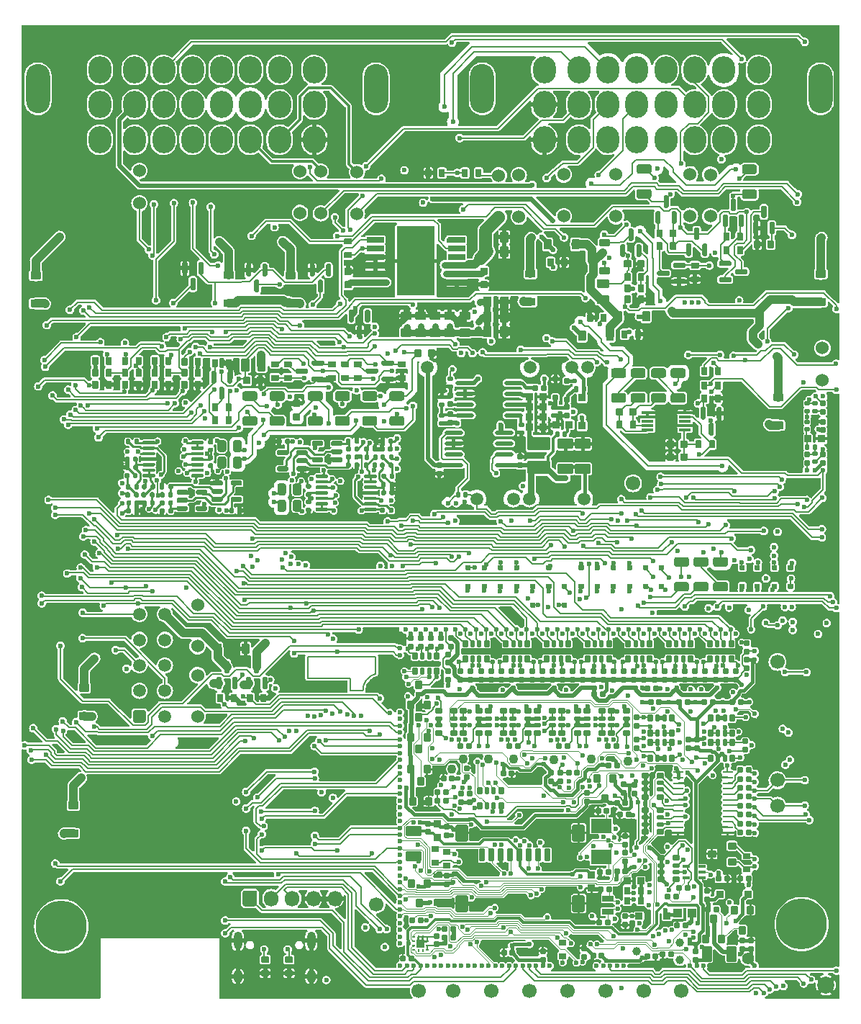
<source format=gbl>
G75*
G70*
%OFA0B0*%
%FSLAX25Y25*%
%IPPOS*%
%LPD*%
%AMOC8*
5,1,8,0,0,1.08239X$1,22.5*
%
%AMM135*
21,1,0.035430,0.030320,-0.000000,-0.000000,270.000000*
21,1,0.028350,0.037400,-0.000000,-0.000000,270.000000*
1,1,0.007090,-0.015160,-0.014170*
1,1,0.007090,-0.015160,0.014170*
1,1,0.007090,0.015160,0.014170*
1,1,0.007090,0.015160,-0.014170*
%
%AMM137*
21,1,0.035830,0.026770,-0.000000,-0.000000,180.000000*
21,1,0.029130,0.033470,-0.000000,-0.000000,180.000000*
1,1,0.006690,-0.014570,0.013390*
1,1,0.006690,0.014570,0.013390*
1,1,0.006690,0.014570,-0.013390*
1,1,0.006690,-0.014570,-0.013390*
%
%AMM138*
21,1,0.070870,0.036220,-0.000000,-0.000000,270.000000*
21,1,0.061810,0.045280,-0.000000,-0.000000,270.000000*
1,1,0.009060,-0.018110,-0.030910*
1,1,0.009060,-0.018110,0.030910*
1,1,0.009060,0.018110,0.030910*
1,1,0.009060,0.018110,-0.030910*
%
%AMM158*
21,1,0.033470,0.026770,-0.000000,-0.000000,90.000000*
21,1,0.026770,0.033470,-0.000000,-0.000000,90.000000*
1,1,0.006690,0.013390,0.013390*
1,1,0.006690,0.013390,-0.013390*
1,1,0.006690,-0.013390,-0.013390*
1,1,0.006690,-0.013390,0.013390*
%
%AMM173*
21,1,0.035830,0.026770,0.000000,-0.000000,270.000000*
21,1,0.029130,0.033470,0.000000,-0.000000,270.000000*
1,1,0.006690,-0.013390,-0.014570*
1,1,0.006690,-0.013390,0.014570*
1,1,0.006690,0.013390,0.014570*
1,1,0.006690,0.013390,-0.014570*
%
%AMM174*
21,1,0.070870,0.036220,0.000000,-0.000000,0.000000*
21,1,0.061810,0.045280,0.000000,-0.000000,0.000000*
1,1,0.009060,0.030910,-0.018110*
1,1,0.009060,-0.030910,-0.018110*
1,1,0.009060,-0.030910,0.018110*
1,1,0.009060,0.030910,0.018110*
%
%AMM177*
21,1,0.023620,0.018900,0.000000,-0.000000,0.000000*
21,1,0.018900,0.023620,0.000000,-0.000000,0.000000*
1,1,0.004720,0.009450,-0.009450*
1,1,0.004720,-0.009450,-0.009450*
1,1,0.004720,-0.009450,0.009450*
1,1,0.004720,0.009450,0.009450*
%
%AMM178*
21,1,0.019680,0.019680,0.000000,-0.000000,270.000000*
21,1,0.015750,0.023620,0.000000,-0.000000,270.000000*
1,1,0.003940,-0.009840,-0.007870*
1,1,0.003940,-0.009840,0.007870*
1,1,0.003940,0.009840,0.007870*
1,1,0.003940,0.009840,-0.007870*
%
%AMM179*
21,1,0.019680,0.019680,0.000000,-0.000000,180.000000*
21,1,0.015750,0.023620,0.000000,-0.000000,180.000000*
1,1,0.003940,-0.007870,0.009840*
1,1,0.003940,0.007870,0.009840*
1,1,0.003940,0.007870,-0.009840*
1,1,0.003940,-0.007870,-0.009840*
%
%AMM193*
21,1,0.106300,0.050390,0.000000,-0.000000,0.000000*
21,1,0.093700,0.062990,0.000000,-0.000000,0.000000*
1,1,0.012600,0.046850,-0.025200*
1,1,0.012600,-0.046850,-0.025200*
1,1,0.012600,-0.046850,0.025200*
1,1,0.012600,0.046850,0.025200*
%
%AMM194*
21,1,0.033470,0.026770,0.000000,-0.000000,180.000000*
21,1,0.026770,0.033470,0.000000,-0.000000,180.000000*
1,1,0.006690,-0.013390,0.013390*
1,1,0.006690,0.013390,0.013390*
1,1,0.006690,0.013390,-0.013390*
1,1,0.006690,-0.013390,-0.013390*
%
%AMM195*
21,1,0.023620,0.018900,0.000000,-0.000000,90.000000*
21,1,0.018900,0.023620,0.000000,-0.000000,90.000000*
1,1,0.004720,0.009450,0.009450*
1,1,0.004720,0.009450,-0.009450*
1,1,0.004720,-0.009450,-0.009450*
1,1,0.004720,-0.009450,0.009450*
%
%AMM196*
21,1,0.122050,0.075590,0.000000,-0.000000,90.000000*
21,1,0.103150,0.094490,0.000000,-0.000000,90.000000*
1,1,0.018900,0.037800,0.051580*
1,1,0.018900,0.037800,-0.051580*
1,1,0.018900,-0.037800,-0.051580*
1,1,0.018900,-0.037800,0.051580*
%
%AMM197*
21,1,0.118110,0.083460,0.000000,-0.000000,270.000000*
21,1,0.097240,0.104330,0.000000,-0.000000,270.000000*
1,1,0.020870,-0.041730,-0.048620*
1,1,0.020870,-0.041730,0.048620*
1,1,0.020870,0.041730,0.048620*
1,1,0.020870,0.041730,-0.048620*
%
%AMM208*
21,1,0.027560,0.030710,-0.000000,-0.000000,180.000000*
21,1,0.022050,0.036220,-0.000000,-0.000000,180.000000*
1,1,0.005510,-0.011020,0.015350*
1,1,0.005510,0.011020,0.015350*
1,1,0.005510,0.011020,-0.015350*
1,1,0.005510,-0.011020,-0.015350*
%
%AMM271*
21,1,0.027560,0.018900,-0.000000,-0.000000,0.000000*
21,1,0.022840,0.023620,-0.000000,-0.000000,0.000000*
1,1,0.004720,0.011420,-0.009450*
1,1,0.004720,-0.011420,-0.009450*
1,1,0.004720,-0.011420,0.009450*
1,1,0.004720,0.011420,0.009450*
%
%AMM274*
21,1,0.025590,0.026380,-0.000000,-0.000000,270.000000*
21,1,0.020470,0.031500,-0.000000,-0.000000,270.000000*
1,1,0.005120,-0.013190,-0.010240*
1,1,0.005120,-0.013190,0.010240*
1,1,0.005120,0.013190,0.010240*
1,1,0.005120,0.013190,-0.010240*
%
%AMM275*
21,1,0.017720,0.027950,-0.000000,-0.000000,270.000000*
21,1,0.014170,0.031500,-0.000000,-0.000000,270.000000*
1,1,0.003540,-0.013980,-0.007090*
1,1,0.003540,-0.013980,0.007090*
1,1,0.003540,0.013980,0.007090*
1,1,0.003540,0.013980,-0.007090*
%
%AMM277*
21,1,0.012600,0.028980,-0.000000,-0.000000,270.000000*
21,1,0.010080,0.031500,-0.000000,-0.000000,270.000000*
1,1,0.002520,-0.014490,-0.005040*
1,1,0.002520,-0.014490,0.005040*
1,1,0.002520,0.014490,0.005040*
1,1,0.002520,0.014490,-0.005040*
%
%AMM280*
21,1,0.027560,0.018900,-0.000000,-0.000000,270.000000*
21,1,0.022840,0.023620,-0.000000,-0.000000,270.000000*
1,1,0.004720,-0.009450,-0.011420*
1,1,0.004720,-0.009450,0.011420*
1,1,0.004720,0.009450,0.011420*
1,1,0.004720,0.009450,-0.011420*
%
%AMM297*
21,1,0.033470,0.026770,-0.000000,-0.000000,0.000000*
21,1,0.026770,0.033470,-0.000000,-0.000000,0.000000*
1,1,0.006690,0.013390,-0.013390*
1,1,0.006690,-0.013390,-0.013390*
1,1,0.006690,-0.013390,0.013390*
1,1,0.006690,0.013390,0.013390*
%
%AMM298*
21,1,0.035430,0.030320,-0.000000,-0.000000,0.000000*
21,1,0.028350,0.037400,-0.000000,-0.000000,0.000000*
1,1,0.007090,0.014170,-0.015160*
1,1,0.007090,-0.014170,-0.015160*
1,1,0.007090,-0.014170,0.015160*
1,1,0.007090,0.014170,0.015160*
%
%AMM299*
21,1,0.070870,0.036220,-0.000000,-0.000000,180.000000*
21,1,0.061810,0.045280,-0.000000,-0.000000,180.000000*
1,1,0.009060,-0.030910,0.018110*
1,1,0.009060,0.030910,0.018110*
1,1,0.009060,0.030910,-0.018110*
1,1,0.009060,-0.030910,-0.018110*
%
%AMM300*
21,1,0.059060,0.020470,-0.000000,-0.000000,270.000000*
21,1,0.053940,0.025590,-0.000000,-0.000000,270.000000*
1,1,0.005120,-0.010240,-0.026970*
1,1,0.005120,-0.010240,0.026970*
1,1,0.005120,0.010240,0.026970*
1,1,0.005120,0.010240,-0.026970*
%
%AMM301*
21,1,0.078740,0.045670,-0.000000,-0.000000,270.000000*
21,1,0.067320,0.057090,-0.000000,-0.000000,270.000000*
1,1,0.011420,-0.022840,-0.033660*
1,1,0.011420,-0.022840,0.033660*
1,1,0.011420,0.022840,0.033660*
1,1,0.011420,0.022840,-0.033660*
%
%AMM302*
21,1,0.025590,0.026380,-0.000000,-0.000000,180.000000*
21,1,0.020470,0.031500,-0.000000,-0.000000,180.000000*
1,1,0.005120,-0.010240,0.013190*
1,1,0.005120,0.010240,0.013190*
1,1,0.005120,0.010240,-0.013190*
1,1,0.005120,-0.010240,-0.013190*
%
%AMM303*
21,1,0.017720,0.027950,-0.000000,-0.000000,180.000000*
21,1,0.014170,0.031500,-0.000000,-0.000000,180.000000*
1,1,0.003540,-0.007090,0.013980*
1,1,0.003540,0.007090,0.013980*
1,1,0.003540,0.007090,-0.013980*
1,1,0.003540,-0.007090,-0.013980*
%
%AMM304*
21,1,0.027560,0.030710,-0.000000,-0.000000,270.000000*
21,1,0.022050,0.036220,-0.000000,-0.000000,270.000000*
1,1,0.005510,-0.015350,-0.011020*
1,1,0.005510,-0.015350,0.011020*
1,1,0.005510,0.015350,0.011020*
1,1,0.005510,0.015350,-0.011020*
%
%AMM305*
21,1,0.027560,0.049610,-0.000000,-0.000000,90.000000*
21,1,0.022050,0.055120,-0.000000,-0.000000,90.000000*
1,1,0.005510,0.024800,0.011020*
1,1,0.005510,0.024800,-0.011020*
1,1,0.005510,-0.024800,-0.011020*
1,1,0.005510,-0.024800,0.011020*
%
%ADD10C,0.06693*%
%ADD106C,0.02756*%
%ADD11C,0.06000*%
%ADD12C,0.23622*%
%ADD136O,0.04961X0.00984*%
%ADD14O,0.06693X0.07283*%
%ADD15O,0.11024X0.22835*%
%ADD16O,0.10630X0.12598*%
%ADD171C,0.00492*%
%ADD172C,0.03900*%
%ADD173C,0.04331*%
%ADD174C,0.05512*%
%ADD18O,0.03937X0.08268*%
%ADD19O,0.03937X0.06299*%
%ADD20C,0.05906*%
%ADD205R,0.03937X0.04331*%
%ADD209R,0.01968X0.01968*%
%ADD21C,0.02362*%
%ADD210R,0.09449X0.06693*%
%ADD215R,0.00984X0.01378*%
%ADD216R,0.01378X0.00984*%
%ADD217R,0.01968X0.01176*%
%ADD22O,0.12992X0.00787*%
%ADD23O,0.40157X0.00787*%
%ADD24O,0.01181X0.00787*%
%ADD25O,0.00787X0.66929*%
%ADD252O,0.40158X0.00787*%
%ADD26O,0.00787X0.60630*%
%ADD269O,0.08661X0.01968*%
%ADD27O,0.18898X0.00787*%
%ADD28O,0.10236X0.00787*%
%ADD282M135*%
%ADD284M137*%
%ADD285M138*%
%ADD29O,0.03937X0.00787*%
%ADD30O,0.05906X0.00787*%
%ADD305M158*%
%ADD31R,0.00984X0.24350*%
%ADD32R,0.00984X0.04390*%
%ADD320M173*%
%ADD321M174*%
%ADD324M177*%
%ADD325M178*%
%ADD326M179*%
%ADD33R,0.56201X0.00984*%
%ADD34R,0.59449X0.00984*%
%ADD340M193*%
%ADD341M194*%
%ADD342M195*%
%ADD343M196*%
%ADD344M197*%
%ADD35R,0.00984X0.20374*%
%ADD36R,0.00787X0.09055*%
%ADD361M208*%
%ADD37R,0.00787X0.42126*%
%ADD38R,0.00787X0.08268*%
%ADD39R,0.00787X0.23622*%
%ADD40R,0.00787X0.21260*%
%ADD41R,0.05512X0.00787*%
%ADD42R,0.19685X0.00787*%
%ADD43R,0.26772X0.00787*%
%ADD44R,0.17717X0.00787*%
%ADD449M271*%
%ADD45R,0.00787X0.06299*%
%ADD452M274*%
%ADD453M275*%
%ADD455M277*%
%ADD458M280*%
%ADD46R,0.00787X0.22441*%
%ADD47R,0.00787X0.07874*%
%ADD475M297*%
%ADD476M298*%
%ADD477M299*%
%ADD478M300*%
%ADD479M301*%
%ADD480M302*%
%ADD481M303*%
%ADD482M304*%
%ADD483M305*%
%ADD49C,0.07874*%
%ADD50O,0.04823X0.00787*%
%ADD51O,0.00787X0.36614*%
%ADD56C,0.05118*%
%ADD57C,0.01575*%
%ADD58C,0.00787*%
%ADD59C,0.03937*%
%ADD60C,0.02000*%
%ADD61C,0.01181*%
%ADD62C,0.00800*%
%ADD64C,0.03150*%
%ADD71C,0.00984*%
%ADD77R,0.07874X0.02559*%
%ADD78R,0.17717X0.31890*%
%ADD79R,0.05512X0.01181*%
%ADD83C,0.01968*%
X0000000Y0000000D02*
%LPD*%
G01*
D58*
X0152756Y0142913D02*
X0158661Y0142913D01*
X0152756Y0142913D02*
X0152756Y0148819D01*
X0133071Y0148819D02*
X0133071Y0158661D01*
X0152756Y0148819D02*
X0133071Y0148819D01*
X0133071Y0158661D02*
X0164567Y0158661D01*
X0164567Y0158661D02*
X0164567Y0150787D01*
X0164567Y0150787D02*
G75*
G03*
X0158661Y0142913I0001885J-007565D01*
G01*
D10*
X0350787Y0156299D03*
D11*
X0082047Y0130906D03*
X0082047Y0150197D03*
D10*
X0235827Y0003937D03*
D12*
X0018909Y0033933D03*
G36*
G01*
X0102953Y0044193D02*
X0102953Y0049508D01*
G75*
G02*
X0103937Y0050492I0000984J0000000D01*
G01*
X0108661Y0050492D01*
G75*
G02*
X0109646Y0049508I0000000J-000984D01*
G01*
X0109646Y0044193D01*
G75*
G02*
X0108661Y0043209I-000984J0000000D01*
G01*
X0103937Y0043209D01*
G75*
G02*
X0102953Y0044193I0000000J0000984D01*
G01*
G37*
D14*
X0116142Y0046850D03*
X0125984Y0046850D03*
X0135827Y0046850D03*
X0145669Y0046850D03*
D11*
X0251772Y0381890D03*
X0251772Y0362598D03*
X0371654Y0286594D03*
X0371654Y0301594D03*
D15*
X0008071Y0421654D03*
X0164764Y0421654D03*
D16*
X0036811Y0398031D03*
X0052953Y0398031D03*
X0066339Y0398031D03*
X0079724Y0398031D03*
X0093110Y0398031D03*
X0106496Y0398031D03*
X0120079Y0398031D03*
X0136220Y0398031D03*
X0036811Y0414370D03*
X0052953Y0414370D03*
X0066339Y0414370D03*
X0079724Y0414370D03*
X0093110Y0414370D03*
X0106496Y0414370D03*
X0120079Y0414370D03*
X0136220Y0414370D03*
X0036811Y0430315D03*
X0052953Y0430315D03*
X0066339Y0430315D03*
X0079724Y0430315D03*
X0093110Y0430315D03*
X0106496Y0430315D03*
X0120079Y0430315D03*
X0136220Y0430315D03*
D10*
X0164961Y0044094D03*
X0253543Y0003937D03*
D18*
X0100709Y0027244D03*
D19*
X0100709Y0010787D03*
D18*
X0134724Y0027244D03*
D19*
X0134724Y0010787D03*
D10*
X0350787Y0089764D03*
X0200394Y0003937D03*
X0184646Y0003937D03*
X0306299Y0003937D03*
G36*
G01*
X0057087Y0128150D02*
X0053150Y0128150D01*
G75*
G02*
X0052165Y0129134I0000000J0000984D01*
G01*
X0052165Y0133071D01*
G75*
G02*
X0053150Y0134055I0000984J0000000D01*
G01*
X0057087Y0134055D01*
G75*
G02*
X0058071Y0133071I0000000J-000984D01*
G01*
X0058071Y0129134D01*
G75*
G02*
X0057087Y0128150I-000984J0000000D01*
G01*
G37*
D20*
X0055118Y0142913D03*
X0055118Y0154724D03*
X0055118Y0166535D03*
X0055118Y0178346D03*
X0066929Y0131102D03*
X0066929Y0142913D03*
X0066929Y0154724D03*
X0066929Y0166535D03*
X0066929Y0178346D03*
D10*
X0288976Y0003937D03*
D20*
X0261024Y0231595D03*
X0235827Y0231595D03*
X0228346Y0231595D03*
X0211417Y0231595D03*
D21*
X0201969Y0229823D03*
X0198032Y0229823D03*
D22*
X0245866Y0295177D03*
D23*
X0212402Y0295177D03*
D24*
X0184449Y0295177D03*
D25*
X0184252Y0262106D03*
D26*
X0265354Y0258957D03*
D20*
X0186811Y0231595D03*
D24*
X0265157Y0229035D03*
D27*
X0248622Y0229035D03*
D28*
X0219685Y0229035D03*
D29*
X0205906Y0229035D03*
D30*
X0192913Y0229035D03*
D20*
X0262795Y0292618D03*
X0255512Y0292618D03*
X0236024Y0292618D03*
X0188583Y0292618D03*
D21*
X0047146Y0234449D03*
X0047146Y0239173D03*
X0047146Y0229724D03*
X0047146Y0225000D03*
D31*
X0104823Y0235502D03*
D32*
X0104823Y0259321D03*
D33*
X0077215Y0223819D03*
D34*
X0075591Y0261024D03*
D35*
X0046358Y0251329D03*
D21*
X0103937Y0250433D03*
X0103937Y0254370D03*
D11*
X0129528Y0383464D03*
X0129528Y0364173D03*
X0055118Y0368681D03*
X0055118Y0383681D03*
D21*
X0175984Y0025984D03*
X0175984Y0029134D03*
X0175984Y0032283D03*
X0175984Y0035433D03*
X0175984Y0038583D03*
X0175984Y0041732D03*
X0175984Y0044882D03*
X0175984Y0048032D03*
X0175984Y0051181D03*
X0175984Y0054331D03*
X0175984Y0057480D03*
X0175984Y0060630D03*
X0175984Y0063780D03*
X0175984Y0066929D03*
X0175984Y0070079D03*
X0175984Y0073228D03*
X0175984Y0076378D03*
X0175984Y0079528D03*
X0175984Y0082677D03*
X0175984Y0085827D03*
X0175984Y0088976D03*
X0175984Y0092126D03*
X0175984Y0095276D03*
X0175984Y0098425D03*
X0175984Y0101575D03*
X0175984Y0104724D03*
X0175984Y0107874D03*
X0175984Y0111024D03*
X0175984Y0114173D03*
X0175984Y0117323D03*
X0175984Y0120472D03*
X0175984Y0123622D03*
X0175984Y0126772D03*
X0175984Y0129921D03*
X0175984Y0133071D03*
X0175984Y0159449D03*
X0175984Y0162598D03*
D36*
X0340945Y0167913D03*
D37*
X0340945Y0038780D03*
D38*
X0340945Y0071063D03*
D39*
X0340945Y0118504D03*
D40*
X0340945Y0144882D03*
D41*
X0333858Y0172047D03*
D42*
X0328346Y0014961D03*
D43*
X0294882Y0014961D03*
D44*
X0256102Y0014961D03*
D45*
X0175197Y0020866D03*
D46*
X0175197Y0146260D03*
D47*
X0175197Y0168504D03*
D21*
X0175984Y0015748D03*
X0179134Y0015748D03*
X0182283Y0015748D03*
X0185433Y0015748D03*
X0188583Y0015748D03*
X0191732Y0015748D03*
X0194882Y0015748D03*
X0198031Y0015748D03*
X0201181Y0015748D03*
X0204331Y0015748D03*
X0207480Y0015748D03*
X0210630Y0015748D03*
X0213780Y0015748D03*
X0216929Y0015748D03*
X0220079Y0015748D03*
X0223228Y0015748D03*
X0226378Y0015748D03*
X0229528Y0015748D03*
X0232677Y0015748D03*
X0235827Y0015748D03*
X0238976Y0015748D03*
X0242126Y0015748D03*
X0245276Y0015748D03*
X0266929Y0015748D03*
X0270079Y0015748D03*
X0273228Y0015748D03*
X0276378Y0015748D03*
X0279528Y0015748D03*
X0310236Y0015748D03*
X0313386Y0015748D03*
X0316535Y0015748D03*
X0340157Y0015748D03*
X0178346Y0171260D03*
X0183071Y0171260D03*
X0187795Y0171260D03*
X0192520Y0171260D03*
X0197244Y0171260D03*
X0201575Y0171260D03*
X0206299Y0171260D03*
X0211024Y0171260D03*
X0215748Y0171260D03*
X0220472Y0171260D03*
X0225197Y0171260D03*
X0229921Y0171260D03*
X0234646Y0171260D03*
X0239370Y0171260D03*
X0244094Y0171260D03*
X0248819Y0171260D03*
X0253543Y0171260D03*
X0258268Y0171260D03*
X0262992Y0171260D03*
X0267717Y0171260D03*
X0272441Y0171260D03*
X0277165Y0171260D03*
X0281890Y0171260D03*
X0286614Y0171260D03*
X0291339Y0171260D03*
X0296063Y0171260D03*
X0300787Y0171260D03*
X0305512Y0171260D03*
X0310236Y0171260D03*
X0314961Y0171260D03*
X0319685Y0171260D03*
X0324409Y0171260D03*
X0329134Y0171260D03*
X0338583Y0171260D03*
X0340157Y0161417D03*
X0340157Y0157480D03*
X0340157Y0132283D03*
X0340157Y0104724D03*
X0340157Y0100787D03*
X0340157Y0096850D03*
X0340157Y0092913D03*
X0340157Y0088976D03*
X0340157Y0085039D03*
X0340157Y0081102D03*
X0340157Y0077165D03*
X0340157Y0064961D03*
X0340157Y0061811D03*
D11*
X0319669Y0381870D03*
X0319669Y0362579D03*
X0275984Y0381890D03*
X0275984Y0362598D03*
D10*
X0218110Y0003937D03*
D12*
X0362000Y0034933D03*
D11*
X0155906Y0383071D03*
X0155906Y0363779D03*
D10*
X0271260Y0003937D03*
D21*
X0371949Y0244980D03*
D50*
X0364173Y0280020D03*
D51*
X0374311Y0262106D03*
X0362106Y0262106D03*
D21*
X0368209Y0244980D03*
X0364469Y0244980D03*
X0368406Y0279232D03*
X0371949Y0279232D03*
D21*
X0146791Y0076378D03*
X0139567Y0078051D03*
X0147638Y0080217D03*
X0146791Y0083661D03*
X0146496Y0087008D03*
X0139567Y0088287D03*
X0144724Y0093405D03*
X0139567Y0095965D03*
X0162894Y0067717D03*
X0146850Y0068898D03*
D21*
X0174409Y0250344D03*
X0174409Y0245620D03*
X0174409Y0255069D03*
X0174409Y0259793D03*
D31*
X0116732Y0249291D03*
D32*
X0116732Y0225472D03*
D33*
X0144341Y0260974D03*
D34*
X0145965Y0223770D03*
D35*
X0175197Y0233465D03*
D21*
X0117618Y0234360D03*
X0117618Y0230423D03*
D11*
X0139173Y0383268D03*
X0139173Y0363976D03*
D10*
X0350787Y0101575D03*
D15*
X0213976Y0421654D03*
X0370669Y0421654D03*
D16*
X0242717Y0398031D03*
X0258858Y0398031D03*
X0272244Y0398031D03*
X0285630Y0398031D03*
X0299016Y0398031D03*
X0312402Y0398031D03*
X0325984Y0398031D03*
X0342126Y0398031D03*
X0242717Y0414370D03*
X0258858Y0414370D03*
X0272244Y0414370D03*
X0285630Y0414370D03*
X0299016Y0414370D03*
X0312402Y0414370D03*
X0325984Y0414370D03*
X0342126Y0414370D03*
X0242717Y0430315D03*
X0258858Y0430315D03*
X0272244Y0430315D03*
X0285630Y0430315D03*
X0299016Y0430315D03*
X0312402Y0430315D03*
X0325984Y0430315D03*
X0342126Y0430315D03*
D11*
X0221654Y0381496D03*
X0221654Y0362205D03*
D21*
X0111831Y0076523D03*
X0104607Y0078196D03*
X0112678Y0080362D03*
X0111831Y0083806D03*
X0111536Y0087153D03*
X0104607Y0088433D03*
X0109764Y0093551D03*
X0104607Y0096110D03*
X0127934Y0067862D03*
X0111890Y0069043D03*
D10*
X0283858Y0238976D03*
D11*
X0230906Y0381673D03*
X0230906Y0362382D03*
X0082047Y0163583D03*
X0082047Y0182874D03*
X0310236Y0382067D03*
X0310236Y0362776D03*
G36*
G01*
X0303543Y0359154D02*
X0302362Y0359154D01*
G75*
G02*
X0301772Y0359744I0000000J0000591D01*
G01*
X0301772Y0364370D01*
G75*
G02*
X0302362Y0364961I0000591J0000000D01*
G01*
X0303543Y0364961D01*
G75*
G02*
X0304134Y0364370I0000000J-000591D01*
G01*
X0304134Y0359744D01*
G75*
G02*
X0303543Y0359154I-000591J0000000D01*
G01*
G37*
G36*
G01*
X0299803Y0366535D02*
X0298622Y0366535D01*
G75*
G02*
X0298031Y0367126I0000000J0000591D01*
G01*
X0298031Y0371752D01*
G75*
G02*
X0298622Y0372343I0000591J0000000D01*
G01*
X0299803Y0372343D01*
G75*
G02*
X0300394Y0371752I0000000J-000591D01*
G01*
X0300394Y0367126D01*
G75*
G02*
X0299803Y0366535I-000591J0000000D01*
G01*
G37*
G36*
G01*
X0296063Y0359154D02*
X0294882Y0359154D01*
G75*
G02*
X0294291Y0359744I0000000J0000591D01*
G01*
X0294291Y0364370D01*
G75*
G02*
X0294882Y0364961I0000591J0000000D01*
G01*
X0296063Y0364961D01*
G75*
G02*
X0296654Y0364370I0000000J-000591D01*
G01*
X0296654Y0359744D01*
G75*
G02*
X0296063Y0359154I-000591J0000000D01*
G01*
G37*
G36*
G01*
X0285236Y0267677D02*
X0285236Y0264606D01*
G75*
G02*
X0284961Y0264331I-000276J0000000D01*
G01*
X0282756Y0264331D01*
G75*
G02*
X0282480Y0264606I0000000J0000276D01*
G01*
X0282480Y0267677D01*
G75*
G02*
X0282756Y0267953I0000276J0000000D01*
G01*
X0284961Y0267953D01*
G75*
G02*
X0285236Y0267677I0000000J-000276D01*
G01*
G37*
G36*
G01*
X0278937Y0267677D02*
X0278937Y0264606D01*
G75*
G02*
X0278661Y0264331I-000276J0000000D01*
G01*
X0276457Y0264331D01*
G75*
G02*
X0276181Y0264606I0000000J0000276D01*
G01*
X0276181Y0267677D01*
G75*
G02*
X0276457Y0267953I0000276J0000000D01*
G01*
X0278661Y0267953D01*
G75*
G02*
X0278937Y0267677I0000000J-000276D01*
G01*
G37*
G36*
G01*
X0088780Y0293100D02*
X0088780Y0296171D01*
G75*
G02*
X0089055Y0296447I0000276J0000000D01*
G01*
X0091260Y0296447D01*
G75*
G02*
X0091535Y0296171I0000000J-000276D01*
G01*
X0091535Y0293100D01*
G75*
G02*
X0091260Y0292825I-000276J0000000D01*
G01*
X0089055Y0292825D01*
G75*
G02*
X0088780Y0293100I0000000J0000276D01*
G01*
G37*
G36*
G01*
X0095079Y0293100D02*
X0095079Y0296171D01*
G75*
G02*
X0095354Y0296447I0000276J0000000D01*
G01*
X0097559Y0296447D01*
G75*
G02*
X0097835Y0296171I0000000J-000276D01*
G01*
X0097835Y0293100D01*
G75*
G02*
X0097559Y0292825I-000276J0000000D01*
G01*
X0095354Y0292825D01*
G75*
G02*
X0095079Y0293100I0000000J0000276D01*
G01*
G37*
G36*
G01*
X0153289Y0343268D02*
X0150218Y0343268D01*
G75*
G02*
X0149942Y0343543I0000000J0000276D01*
G01*
X0149942Y0345748D01*
G75*
G02*
X0150218Y0346024I0000276J0000000D01*
G01*
X0153289Y0346024D01*
G75*
G02*
X0153564Y0345748I0000000J-000276D01*
G01*
X0153564Y0343543D01*
G75*
G02*
X0153289Y0343268I-000276J0000000D01*
G01*
G37*
G36*
G01*
X0153289Y0349567D02*
X0150218Y0349567D01*
G75*
G02*
X0149942Y0349843I0000000J0000276D01*
G01*
X0149942Y0352047D01*
G75*
G02*
X0150218Y0352323I0000276J0000000D01*
G01*
X0153289Y0352323D01*
G75*
G02*
X0153564Y0352047I0000000J-000276D01*
G01*
X0153564Y0349843D01*
G75*
G02*
X0153289Y0349567I-000276J0000000D01*
G01*
G37*
G36*
G01*
X0112697Y0287953D02*
X0112697Y0285276D01*
G75*
G02*
X0112362Y0284941I-000335J0000000D01*
G01*
X0109685Y0284941D01*
G75*
G02*
X0109350Y0285276I0000000J0000335D01*
G01*
X0109350Y0287953D01*
G75*
G02*
X0109685Y0288287I0000335J0000000D01*
G01*
X0112362Y0288287D01*
G75*
G02*
X0112697Y0287953I0000000J-000335D01*
G01*
G37*
G36*
G01*
X0106476Y0287953D02*
X0106476Y0285276D01*
G75*
G02*
X0106142Y0284941I-000335J0000000D01*
G01*
X0103465Y0284941D01*
G75*
G02*
X0103130Y0285276I0000000J0000335D01*
G01*
X0103130Y0287953D01*
G75*
G02*
X0103465Y0288287I0000335J0000000D01*
G01*
X0106142Y0288287D01*
G75*
G02*
X0106476Y0287953I0000000J-000335D01*
G01*
G37*
G36*
G01*
X0226163Y0317972D02*
X0226163Y0313839D01*
G75*
G02*
X0225769Y0313445I-000394J0000000D01*
G01*
X0222619Y0313445D01*
G75*
G02*
X0222226Y0313839I0000000J0000394D01*
G01*
X0222226Y0317972D01*
G75*
G02*
X0222619Y0318366I0000394J0000000D01*
G01*
X0225769Y0318366D01*
G75*
G02*
X0226163Y0317972I0000000J-000394D01*
G01*
G37*
G36*
G01*
X0218289Y0317972D02*
X0218289Y0313839D01*
G75*
G02*
X0217895Y0313445I-000394J0000000D01*
G01*
X0214745Y0313445D01*
G75*
G02*
X0214352Y0313839I0000000J0000394D01*
G01*
X0214352Y0317972D01*
G75*
G02*
X0214745Y0318366I0000394J0000000D01*
G01*
X0217895Y0318366D01*
G75*
G02*
X0218289Y0317972I0000000J-000394D01*
G01*
G37*
G36*
G01*
X0315551Y0276811D02*
X0315551Y0279882D01*
G75*
G02*
X0315827Y0280157I0000276J0000000D01*
G01*
X0318031Y0280157D01*
G75*
G02*
X0318307Y0279882I0000000J-000276D01*
G01*
X0318307Y0276811D01*
G75*
G02*
X0318031Y0276535I-000276J0000000D01*
G01*
X0315827Y0276535D01*
G75*
G02*
X0315551Y0276811I0000000J0000276D01*
G01*
G37*
G36*
G01*
X0321850Y0276811D02*
X0321850Y0279882D01*
G75*
G02*
X0322126Y0280157I0000276J0000000D01*
G01*
X0324331Y0280157D01*
G75*
G02*
X0324606Y0279882I0000000J-000276D01*
G01*
X0324606Y0276811D01*
G75*
G02*
X0324331Y0276535I-000276J0000000D01*
G01*
X0322126Y0276535D01*
G75*
G02*
X0321850Y0276811I0000000J0000276D01*
G01*
G37*
G36*
G01*
X0150415Y0338799D02*
X0153092Y0338799D01*
G75*
G02*
X0153426Y0338465I0000000J-000335D01*
G01*
X0153426Y0335787D01*
G75*
G02*
X0153092Y0335453I-000335J0000000D01*
G01*
X0150415Y0335453D01*
G75*
G02*
X0150080Y0335787I0000000J0000335D01*
G01*
X0150080Y0338465D01*
G75*
G02*
X0150415Y0338799I0000335J0000000D01*
G01*
G37*
G36*
G01*
X0150415Y0332579D02*
X0153092Y0332579D01*
G75*
G02*
X0153426Y0332244I0000000J-000335D01*
G01*
X0153426Y0329567D01*
G75*
G02*
X0153092Y0329232I-000335J0000000D01*
G01*
X0150415Y0329232D01*
G75*
G02*
X0150080Y0329567I0000000J0000335D01*
G01*
X0150080Y0332244D01*
G75*
G02*
X0150415Y0332579I0000335J0000000D01*
G01*
G37*
G36*
G01*
X0223622Y0192283D02*
X0223622Y0190394D01*
G75*
G02*
X0223386Y0190157I-000236J0000000D01*
G01*
X0221496Y0190157D01*
G75*
G02*
X0221260Y0190394I0000000J0000236D01*
G01*
X0221260Y0192283D01*
G75*
G02*
X0221496Y0192520I0000236J0000000D01*
G01*
X0223386Y0192520D01*
G75*
G02*
X0223622Y0192283I0000000J-000236D01*
G01*
G37*
G36*
G01*
X0223622Y0200945D02*
X0223622Y0199055D01*
G75*
G02*
X0223386Y0198819I-000236J0000000D01*
G01*
X0221496Y0198819D01*
G75*
G02*
X0221260Y0199055I0000000J0000236D01*
G01*
X0221260Y0200945D01*
G75*
G02*
X0221496Y0201181I0000236J0000000D01*
G01*
X0223386Y0201181D01*
G75*
G02*
X0223622Y0200945I0000000J-000236D01*
G01*
G37*
G36*
G01*
X0047047Y0283110D02*
X0047047Y0286181D01*
G75*
G02*
X0047323Y0286457I0000276J0000000D01*
G01*
X0049528Y0286457D01*
G75*
G02*
X0049803Y0286181I0000000J-000276D01*
G01*
X0049803Y0283110D01*
G75*
G02*
X0049528Y0282835I-000276J0000000D01*
G01*
X0047323Y0282835D01*
G75*
G02*
X0047047Y0283110I0000000J0000276D01*
G01*
G37*
G36*
G01*
X0053346Y0283110D02*
X0053346Y0286181D01*
G75*
G02*
X0053622Y0286457I0000276J0000000D01*
G01*
X0055827Y0286457D01*
G75*
G02*
X0056102Y0286181I0000000J-000276D01*
G01*
X0056102Y0283110D01*
G75*
G02*
X0055827Y0282835I-000276J0000000D01*
G01*
X0053622Y0282835D01*
G75*
G02*
X0053346Y0283110I0000000J0000276D01*
G01*
G37*
G36*
G01*
X0047047Y0294134D02*
X0047047Y0297205D01*
G75*
G02*
X0047323Y0297480I0000276J0000000D01*
G01*
X0049528Y0297480D01*
G75*
G02*
X0049803Y0297205I0000000J-000276D01*
G01*
X0049803Y0294134D01*
G75*
G02*
X0049528Y0293858I-000276J0000000D01*
G01*
X0047323Y0293858D01*
G75*
G02*
X0047047Y0294134I0000000J0000276D01*
G01*
G37*
G36*
G01*
X0053346Y0294134D02*
X0053346Y0297205D01*
G75*
G02*
X0053622Y0297480I0000276J0000000D01*
G01*
X0055827Y0297480D01*
G75*
G02*
X0056102Y0297205I0000000J-000276D01*
G01*
X0056102Y0294134D01*
G75*
G02*
X0055827Y0293858I-000276J0000000D01*
G01*
X0053622Y0293858D01*
G75*
G02*
X0053346Y0294134I0000000J0000276D01*
G01*
G37*
G36*
G01*
X0299547Y0249843D02*
X0299547Y0252520D01*
G75*
G02*
X0299882Y0252854I0000335J0000000D01*
G01*
X0302559Y0252854D01*
G75*
G02*
X0302894Y0252520I0000000J-000335D01*
G01*
X0302894Y0249843D01*
G75*
G02*
X0302559Y0249508I-000335J0000000D01*
G01*
X0299882Y0249508D01*
G75*
G02*
X0299547Y0249843I0000000J0000335D01*
G01*
G37*
G36*
G01*
X0305768Y0249843D02*
X0305768Y0252520D01*
G75*
G02*
X0306102Y0252854I0000335J0000000D01*
G01*
X0308780Y0252854D01*
G75*
G02*
X0309114Y0252520I0000000J-000335D01*
G01*
X0309114Y0249843D01*
G75*
G02*
X0308780Y0249508I-000335J0000000D01*
G01*
X0306102Y0249508D01*
G75*
G02*
X0305768Y0249843I0000000J0000335D01*
G01*
G37*
G36*
G01*
X0275197Y0314232D02*
X0275197Y0318248D01*
G75*
G02*
X0275551Y0318602I0000354J0000000D01*
G01*
X0278386Y0318602D01*
G75*
G02*
X0278740Y0318248I0000000J-000354D01*
G01*
X0278740Y0314232D01*
G75*
G02*
X0278386Y0313878I-000354J0000000D01*
G01*
X0275551Y0313878D01*
G75*
G02*
X0275197Y0314232I0000000J0000354D01*
G01*
G37*
G36*
G01*
X0288189Y0314232D02*
X0288189Y0318248D01*
G75*
G02*
X0288543Y0318602I0000354J0000000D01*
G01*
X0291378Y0318602D01*
G75*
G02*
X0291732Y0318248I0000000J-000354D01*
G01*
X0291732Y0314232D01*
G75*
G02*
X0291378Y0313878I-000354J0000000D01*
G01*
X0288543Y0313878D01*
G75*
G02*
X0288189Y0314232I0000000J0000354D01*
G01*
G37*
G36*
G01*
X0192185Y0300551D02*
X0192185Y0297874D01*
G75*
G02*
X0191850Y0297539I-000335J0000000D01*
G01*
X0189173Y0297539D01*
G75*
G02*
X0188839Y0297874I0000000J0000335D01*
G01*
X0188839Y0300551D01*
G75*
G02*
X0189173Y0300886I0000335J0000000D01*
G01*
X0191850Y0300886D01*
G75*
G02*
X0192185Y0300551I0000000J-000335D01*
G01*
G37*
G36*
G01*
X0185965Y0300551D02*
X0185965Y0297874D01*
G75*
G02*
X0185630Y0297539I-000335J0000000D01*
G01*
X0182953Y0297539D01*
G75*
G02*
X0182618Y0297874I0000000J0000335D01*
G01*
X0182618Y0300551D01*
G75*
G02*
X0182953Y0300886I0000335J0000000D01*
G01*
X0185630Y0300886D01*
G75*
G02*
X0185965Y0300551I0000000J-000335D01*
G01*
G37*
G36*
G01*
X0236220Y0190394D02*
X0236220Y0192283D01*
G75*
G02*
X0236457Y0192520I0000236J0000000D01*
G01*
X0238346Y0192520D01*
G75*
G02*
X0238583Y0192283I0000000J-000236D01*
G01*
X0238583Y0190394D01*
G75*
G02*
X0238346Y0190157I-000236J0000000D01*
G01*
X0236457Y0190157D01*
G75*
G02*
X0236220Y0190394I0000000J0000236D01*
G01*
G37*
G36*
G01*
X0236220Y0181732D02*
X0236220Y0183622D01*
G75*
G02*
X0236457Y0183858I0000236J0000000D01*
G01*
X0238346Y0183858D01*
G75*
G02*
X0238583Y0183622I0000000J-000236D01*
G01*
X0238583Y0181732D01*
G75*
G02*
X0238346Y0181496I-000236J0000000D01*
G01*
X0236457Y0181496D01*
G75*
G02*
X0236220Y0181732I0000000J0000236D01*
G01*
G37*
G36*
G01*
X0326870Y0188878D02*
X0321949Y0188878D01*
G75*
G02*
X0320965Y0189862I0000000J0000984D01*
G01*
X0320965Y0192323D01*
G75*
G02*
X0321949Y0193307I0000984J0000000D01*
G01*
X0326870Y0193307D01*
G75*
G02*
X0327854Y0192323I0000000J-000984D01*
G01*
X0327854Y0189862D01*
G75*
G02*
X0326870Y0188878I-000984J0000000D01*
G01*
G37*
G36*
G01*
X0326870Y0200394D02*
X0321949Y0200394D01*
G75*
G02*
X0320965Y0201378I0000000J0000984D01*
G01*
X0320965Y0203839D01*
G75*
G02*
X0321949Y0204823I0000984J0000000D01*
G01*
X0326870Y0204823D01*
G75*
G02*
X0327854Y0203839I0000000J-000984D01*
G01*
X0327854Y0201378D01*
G75*
G02*
X0326870Y0200394I-000984J0000000D01*
G01*
G37*
G36*
G01*
X0216084Y0329232D02*
X0213407Y0329232D01*
G75*
G02*
X0213072Y0329567I0000000J0000335D01*
G01*
X0213072Y0332244D01*
G75*
G02*
X0213407Y0332579I0000335J0000000D01*
G01*
X0216084Y0332579D01*
G75*
G02*
X0216418Y0332244I0000000J-000335D01*
G01*
X0216418Y0329567D01*
G75*
G02*
X0216084Y0329232I-000335J0000000D01*
G01*
G37*
G36*
G01*
X0216084Y0335453D02*
X0213407Y0335453D01*
G75*
G02*
X0213072Y0335787I0000000J0000335D01*
G01*
X0213072Y0338465D01*
G75*
G02*
X0213407Y0338799I0000335J0000000D01*
G01*
X0216084Y0338799D01*
G75*
G02*
X0216418Y0338465I0000000J-000335D01*
G01*
X0216418Y0335787D01*
G75*
G02*
X0216084Y0335453I-000335J0000000D01*
G01*
G37*
G36*
G01*
X0075591Y0341486D02*
X0076772Y0341486D01*
G75*
G02*
X0077362Y0340896I0000000J-000591D01*
G01*
X0077362Y0336270D01*
G75*
G02*
X0076772Y0335679I-000591J0000000D01*
G01*
X0075591Y0335679D01*
G75*
G02*
X0075000Y0336270I0000000J0000591D01*
G01*
X0075000Y0340896D01*
G75*
G02*
X0075591Y0341486I0000591J0000000D01*
G01*
G37*
G36*
G01*
X0083071Y0341486D02*
X0084252Y0341486D01*
G75*
G02*
X0084843Y0340896I0000000J-000591D01*
G01*
X0084843Y0336270D01*
G75*
G02*
X0084252Y0335679I-000591J0000000D01*
G01*
X0083071Y0335679D01*
G75*
G02*
X0082480Y0336270I0000000J0000591D01*
G01*
X0082480Y0340896D01*
G75*
G02*
X0083071Y0341486I0000591J0000000D01*
G01*
G37*
G36*
G01*
X0079331Y0334104D02*
X0080512Y0334104D01*
G75*
G02*
X0081102Y0333514I0000000J-000591D01*
G01*
X0081102Y0328888D01*
G75*
G02*
X0080512Y0328297I-000591J0000000D01*
G01*
X0079331Y0328297D01*
G75*
G02*
X0078740Y0328888I0000000J0000591D01*
G01*
X0078740Y0333514D01*
G75*
G02*
X0079331Y0334104I0000591J0000000D01*
G01*
G37*
G36*
G01*
X0339961Y0348071D02*
X0339961Y0351142D01*
G75*
G02*
X0340236Y0351417I0000276J0000000D01*
G01*
X0342441Y0351417D01*
G75*
G02*
X0342717Y0351142I0000000J-000276D01*
G01*
X0342717Y0348071D01*
G75*
G02*
X0342441Y0347795I-000276J0000000D01*
G01*
X0340236Y0347795D01*
G75*
G02*
X0339961Y0348071I0000000J0000276D01*
G01*
G37*
G36*
G01*
X0346260Y0348071D02*
X0346260Y0351142D01*
G75*
G02*
X0346535Y0351417I0000276J0000000D01*
G01*
X0348740Y0351417D01*
G75*
G02*
X0349016Y0351142I0000000J-000276D01*
G01*
X0349016Y0348071D01*
G75*
G02*
X0348740Y0347795I-000276J0000000D01*
G01*
X0346535Y0347795D01*
G75*
G02*
X0346260Y0348071I0000000J0000276D01*
G01*
G37*
G36*
G01*
X0288681Y0276280D02*
X0283760Y0276280D01*
G75*
G02*
X0282776Y0277264I0000000J0000984D01*
G01*
X0282776Y0279724D01*
G75*
G02*
X0283760Y0280709I0000984J0000000D01*
G01*
X0288681Y0280709D01*
G75*
G02*
X0289665Y0279724I0000000J-000984D01*
G01*
X0289665Y0277264D01*
G75*
G02*
X0288681Y0276280I-000984J0000000D01*
G01*
G37*
G36*
G01*
X0288681Y0287795D02*
X0283760Y0287795D01*
G75*
G02*
X0282776Y0288780I0000000J0000984D01*
G01*
X0282776Y0291240D01*
G75*
G02*
X0283760Y0292224I0000984J0000000D01*
G01*
X0288681Y0292224D01*
G75*
G02*
X0289665Y0291240I0000000J-000984D01*
G01*
X0289665Y0288780D01*
G75*
G02*
X0288681Y0287795I-000984J0000000D01*
G01*
G37*
G36*
G01*
X0342667Y0192289D02*
X0342667Y0190400D01*
G75*
G02*
X0342431Y0190163I-000236J0000000D01*
G01*
X0340541Y0190163D01*
G75*
G02*
X0340305Y0190400I0000000J0000236D01*
G01*
X0340305Y0192289D01*
G75*
G02*
X0340541Y0192526I0000236J0000000D01*
G01*
X0342431Y0192526D01*
G75*
G02*
X0342667Y0192289I0000000J-000236D01*
G01*
G37*
G36*
G01*
X0342667Y0200951D02*
X0342667Y0199061D01*
G75*
G02*
X0342431Y0198825I-000236J0000000D01*
G01*
X0340541Y0198825D01*
G75*
G02*
X0340305Y0199061I0000000J0000236D01*
G01*
X0340305Y0200951D01*
G75*
G02*
X0340541Y0201187I0000236J0000000D01*
G01*
X0342431Y0201187D01*
G75*
G02*
X0342667Y0200951I0000000J-000236D01*
G01*
G37*
G36*
G01*
X0173130Y0295276D02*
X0173130Y0294094D01*
G75*
G02*
X0172539Y0293504I-000591J0000000D01*
G01*
X0167913Y0293504D01*
G75*
G02*
X0167323Y0294094I0000000J0000591D01*
G01*
X0167323Y0295276D01*
G75*
G02*
X0167913Y0295866I0000591J0000000D01*
G01*
X0172539Y0295866D01*
G75*
G02*
X0173130Y0295276I0000000J-000591D01*
G01*
G37*
G36*
G01*
X0165748Y0291535D02*
X0165748Y0290354D01*
G75*
G02*
X0165157Y0289764I-000591J0000000D01*
G01*
X0160531Y0289764D01*
G75*
G02*
X0159941Y0290354I0000000J0000591D01*
G01*
X0159941Y0291535D01*
G75*
G02*
X0160531Y0292126I0000591J0000000D01*
G01*
X0165157Y0292126D01*
G75*
G02*
X0165748Y0291535I0000000J-000591D01*
G01*
G37*
G36*
G01*
X0173130Y0287795D02*
X0173130Y0286614D01*
G75*
G02*
X0172539Y0286024I-000591J0000000D01*
G01*
X0167913Y0286024D01*
G75*
G02*
X0167323Y0286614I0000000J0000591D01*
G01*
X0167323Y0287795D01*
G75*
G02*
X0167913Y0288386I0000591J0000000D01*
G01*
X0172539Y0288386D01*
G75*
G02*
X0173130Y0287795I0000000J-000591D01*
G01*
G37*
G36*
G01*
X0151673Y0265650D02*
X0146752Y0265650D01*
G75*
G02*
X0145768Y0266634I0000000J0000984D01*
G01*
X0145768Y0269094D01*
G75*
G02*
X0146752Y0270079I0000984J0000000D01*
G01*
X0151673Y0270079D01*
G75*
G02*
X0152657Y0269094I0000000J-000984D01*
G01*
X0152657Y0266634D01*
G75*
G02*
X0151673Y0265650I-000984J0000000D01*
G01*
G37*
G36*
G01*
X0151673Y0277165D02*
X0146752Y0277165D01*
G75*
G02*
X0145768Y0278150I0000000J0000984D01*
G01*
X0145768Y0280610D01*
G75*
G02*
X0146752Y0281594I0000984J0000000D01*
G01*
X0151673Y0281594D01*
G75*
G02*
X0152657Y0280610I0000000J-000984D01*
G01*
X0152657Y0278150D01*
G75*
G02*
X0151673Y0277165I-000984J0000000D01*
G01*
G37*
G36*
G01*
X0334646Y0357579D02*
X0333465Y0357579D01*
G75*
G02*
X0332874Y0358169I0000000J0000591D01*
G01*
X0332874Y0362795D01*
G75*
G02*
X0333465Y0363386I0000591J0000000D01*
G01*
X0334646Y0363386D01*
G75*
G02*
X0335236Y0362795I0000000J-000591D01*
G01*
X0335236Y0358169D01*
G75*
G02*
X0334646Y0357579I-000591J0000000D01*
G01*
G37*
G36*
G01*
X0330906Y0364961D02*
X0329724Y0364961D01*
G75*
G02*
X0329134Y0365551I0000000J0000591D01*
G01*
X0329134Y0370177D01*
G75*
G02*
X0329724Y0370768I0000591J0000000D01*
G01*
X0330906Y0370768D01*
G75*
G02*
X0331496Y0370177I0000000J-000591D01*
G01*
X0331496Y0365551D01*
G75*
G02*
X0330906Y0364961I-000591J0000000D01*
G01*
G37*
G36*
G01*
X0327165Y0357579D02*
X0325984Y0357579D01*
G75*
G02*
X0325394Y0358169I0000000J0000591D01*
G01*
X0325394Y0362795D01*
G75*
G02*
X0325984Y0363386I0000591J0000000D01*
G01*
X0327165Y0363386D01*
G75*
G02*
X0327756Y0362795I0000000J-000591D01*
G01*
X0327756Y0358169D01*
G75*
G02*
X0327165Y0357579I-000591J0000000D01*
G01*
G37*
G36*
G01*
X0091142Y0138061D02*
X0091142Y0141132D01*
G75*
G02*
X0091417Y0141408I0000276J0000000D01*
G01*
X0093622Y0141408D01*
G75*
G02*
X0093898Y0141132I0000000J-000276D01*
G01*
X0093898Y0138061D01*
G75*
G02*
X0093622Y0137786I-000276J0000000D01*
G01*
X0091417Y0137786D01*
G75*
G02*
X0091142Y0138061I0000000J0000276D01*
G01*
G37*
G36*
G01*
X0097441Y0138061D02*
X0097441Y0141132D01*
G75*
G02*
X0097717Y0141408I0000276J0000000D01*
G01*
X0099921Y0141408D01*
G75*
G02*
X0100197Y0141132I0000000J-000276D01*
G01*
X0100197Y0138061D01*
G75*
G02*
X0099921Y0137786I-000276J0000000D01*
G01*
X0097717Y0137786D01*
G75*
G02*
X0097441Y0138061I0000000J0000276D01*
G01*
G37*
G36*
G01*
X0026496Y0075197D02*
X0022480Y0075197D01*
G75*
G02*
X0022126Y0075551I0000000J0000354D01*
G01*
X0022126Y0078386D01*
G75*
G02*
X0022480Y0078740I0000354J0000000D01*
G01*
X0026496Y0078740D01*
G75*
G02*
X0026850Y0078386I0000000J-000354D01*
G01*
X0026850Y0075551D01*
G75*
G02*
X0026496Y0075197I-000354J0000000D01*
G01*
G37*
G36*
G01*
X0026496Y0088189D02*
X0022480Y0088189D01*
G75*
G02*
X0022126Y0088543I0000000J0000354D01*
G01*
X0022126Y0091378D01*
G75*
G02*
X0022480Y0091732I0000354J0000000D01*
G01*
X0026496Y0091732D01*
G75*
G02*
X0026850Y0091378I0000000J-000354D01*
G01*
X0026850Y0088543D01*
G75*
G02*
X0026496Y0088189I-000354J0000000D01*
G01*
G37*
G36*
G01*
X0231053Y0192289D02*
X0231053Y0190400D01*
G75*
G02*
X0230817Y0190163I-000236J0000000D01*
G01*
X0228927Y0190163D01*
G75*
G02*
X0228691Y0190400I0000000J0000236D01*
G01*
X0228691Y0192289D01*
G75*
G02*
X0228927Y0192526I0000236J0000000D01*
G01*
X0230817Y0192526D01*
G75*
G02*
X0231053Y0192289I0000000J-000236D01*
G01*
G37*
G36*
G01*
X0231053Y0200951D02*
X0231053Y0199061D01*
G75*
G02*
X0230817Y0198825I-000236J0000000D01*
G01*
X0228927Y0198825D01*
G75*
G02*
X0228691Y0199061I0000000J0000236D01*
G01*
X0228691Y0200951D01*
G75*
G02*
X0228927Y0201187I0000236J0000000D01*
G01*
X0230817Y0201187D01*
G75*
G02*
X0231053Y0200951I0000000J-000236D01*
G01*
G37*
G36*
G01*
X0278543Y0306437D02*
X0278543Y0309508D01*
G75*
G02*
X0278819Y0309783I0000276J0000000D01*
G01*
X0281024Y0309783D01*
G75*
G02*
X0281299Y0309508I0000000J-000276D01*
G01*
X0281299Y0306437D01*
G75*
G02*
X0281024Y0306161I-000276J0000000D01*
G01*
X0278819Y0306161D01*
G75*
G02*
X0278543Y0306437I0000000J0000276D01*
G01*
G37*
G36*
G01*
X0284843Y0306437D02*
X0284843Y0309508D01*
G75*
G02*
X0285118Y0309783I0000276J0000000D01*
G01*
X0287323Y0309783D01*
G75*
G02*
X0287598Y0309508I0000000J-000276D01*
G01*
X0287598Y0306437D01*
G75*
G02*
X0287323Y0306161I-000276J0000000D01*
G01*
X0285118Y0306161D01*
G75*
G02*
X0284843Y0306437I0000000J0000276D01*
G01*
G37*
G36*
G01*
X0324606Y0285787D02*
X0324606Y0282717D01*
G75*
G02*
X0324331Y0282441I-000276J0000000D01*
G01*
X0322126Y0282441D01*
G75*
G02*
X0321850Y0282717I0000000J0000276D01*
G01*
X0321850Y0285787D01*
G75*
G02*
X0322126Y0286063I0000276J0000000D01*
G01*
X0324331Y0286063D01*
G75*
G02*
X0324606Y0285787I0000000J-000276D01*
G01*
G37*
G36*
G01*
X0318307Y0285787D02*
X0318307Y0282717D01*
G75*
G02*
X0318031Y0282441I-000276J0000000D01*
G01*
X0315827Y0282441D01*
G75*
G02*
X0315551Y0282717I0000000J0000276D01*
G01*
X0315551Y0285787D01*
G75*
G02*
X0315827Y0286063I0000276J0000000D01*
G01*
X0318031Y0286063D01*
G75*
G02*
X0318307Y0285787I0000000J-000276D01*
G01*
G37*
G36*
G01*
X0299547Y0255748D02*
X0299547Y0258425D01*
G75*
G02*
X0299882Y0258760I0000335J0000000D01*
G01*
X0302559Y0258760D01*
G75*
G02*
X0302894Y0258425I0000000J-000335D01*
G01*
X0302894Y0255748D01*
G75*
G02*
X0302559Y0255413I-000335J0000000D01*
G01*
X0299882Y0255413D01*
G75*
G02*
X0299547Y0255748I0000000J0000335D01*
G01*
G37*
G36*
G01*
X0305768Y0255748D02*
X0305768Y0258425D01*
G75*
G02*
X0306102Y0258760I0000335J0000000D01*
G01*
X0308780Y0258760D01*
G75*
G02*
X0309114Y0258425I0000000J-000335D01*
G01*
X0309114Y0255748D01*
G75*
G02*
X0308780Y0255413I-000335J0000000D01*
G01*
X0306102Y0255413D01*
G75*
G02*
X0305768Y0255748I0000000J0000335D01*
G01*
G37*
G36*
G01*
X0353209Y0264075D02*
X0349193Y0264075D01*
G75*
G02*
X0348839Y0264429I0000000J0000354D01*
G01*
X0348839Y0267264D01*
G75*
G02*
X0349193Y0267618I0000354J0000000D01*
G01*
X0353209Y0267618D01*
G75*
G02*
X0353563Y0267264I0000000J-000354D01*
G01*
X0353563Y0264429D01*
G75*
G02*
X0353209Y0264075I-000354J0000000D01*
G01*
G37*
G36*
G01*
X0353209Y0277067D02*
X0349193Y0277067D01*
G75*
G02*
X0348839Y0277421I0000000J0000354D01*
G01*
X0348839Y0280256D01*
G75*
G02*
X0349193Y0280610I0000354J0000000D01*
G01*
X0353209Y0280610D01*
G75*
G02*
X0353563Y0280256I0000000J-000354D01*
G01*
X0353563Y0277421D01*
G75*
G02*
X0353209Y0277067I-000354J0000000D01*
G01*
G37*
G36*
G01*
X0283465Y0192283D02*
X0283465Y0190394D01*
G75*
G02*
X0283228Y0190157I-000236J0000000D01*
G01*
X0281339Y0190157D01*
G75*
G02*
X0281102Y0190394I0000000J0000236D01*
G01*
X0281102Y0192283D01*
G75*
G02*
X0281339Y0192520I0000236J0000000D01*
G01*
X0283228Y0192520D01*
G75*
G02*
X0283465Y0192283I0000000J-000236D01*
G01*
G37*
G36*
G01*
X0283465Y0200945D02*
X0283465Y0199055D01*
G75*
G02*
X0283228Y0198819I-000236J0000000D01*
G01*
X0281339Y0198819D01*
G75*
G02*
X0281102Y0199055I0000000J0000236D01*
G01*
X0281102Y0200945D01*
G75*
G02*
X0281339Y0201181I0000236J0000000D01*
G01*
X0283228Y0201181D01*
G75*
G02*
X0283465Y0200945I0000000J-000236D01*
G01*
G37*
G36*
G01*
X0285492Y0273386D02*
X0285492Y0270709D01*
G75*
G02*
X0285157Y0270374I-000335J0000000D01*
G01*
X0282480Y0270374D01*
G75*
G02*
X0282146Y0270709I0000000J0000335D01*
G01*
X0282146Y0273386D01*
G75*
G02*
X0282480Y0273720I0000335J0000000D01*
G01*
X0285157Y0273720D01*
G75*
G02*
X0285492Y0273386I0000000J-000335D01*
G01*
G37*
G36*
G01*
X0279272Y0273386D02*
X0279272Y0270709D01*
G75*
G02*
X0278937Y0270374I-000335J0000000D01*
G01*
X0276260Y0270374D01*
G75*
G02*
X0275925Y0270709I0000000J0000335D01*
G01*
X0275925Y0273386D01*
G75*
G02*
X0276260Y0273720I0000335J0000000D01*
G01*
X0278937Y0273720D01*
G75*
G02*
X0279272Y0273386I0000000J-000335D01*
G01*
G37*
G36*
G01*
X0060827Y0283110D02*
X0060827Y0286181D01*
G75*
G02*
X0061102Y0286457I0000276J0000000D01*
G01*
X0063307Y0286457D01*
G75*
G02*
X0063583Y0286181I0000000J-000276D01*
G01*
X0063583Y0283110D01*
G75*
G02*
X0063307Y0282835I-000276J0000000D01*
G01*
X0061102Y0282835D01*
G75*
G02*
X0060827Y0283110I0000000J0000276D01*
G01*
G37*
G36*
G01*
X0067126Y0283110D02*
X0067126Y0286181D01*
G75*
G02*
X0067402Y0286457I0000276J0000000D01*
G01*
X0069606Y0286457D01*
G75*
G02*
X0069882Y0286181I0000000J-000276D01*
G01*
X0069882Y0283110D01*
G75*
G02*
X0069606Y0282835I-000276J0000000D01*
G01*
X0067402Y0282835D01*
G75*
G02*
X0067126Y0283110I0000000J0000276D01*
G01*
G37*
G36*
G01*
X0140699Y0295276D02*
X0140699Y0294094D01*
G75*
G02*
X0140108Y0293504I-000591J0000000D01*
G01*
X0135482Y0293504D01*
G75*
G02*
X0134892Y0294094I0000000J0000591D01*
G01*
X0134892Y0295276D01*
G75*
G02*
X0135482Y0295866I0000591J0000000D01*
G01*
X0140108Y0295866D01*
G75*
G02*
X0140699Y0295276I0000000J-000591D01*
G01*
G37*
G36*
G01*
X0133317Y0291535D02*
X0133317Y0290354D01*
G75*
G02*
X0132726Y0289764I-000591J0000000D01*
G01*
X0128100Y0289764D01*
G75*
G02*
X0127510Y0290354I0000000J0000591D01*
G01*
X0127510Y0291535D01*
G75*
G02*
X0128100Y0292126I0000591J0000000D01*
G01*
X0132726Y0292126D01*
G75*
G02*
X0133317Y0291535I0000000J-000591D01*
G01*
G37*
G36*
G01*
X0140699Y0287795D02*
X0140699Y0286614D01*
G75*
G02*
X0140108Y0286024I-000591J0000000D01*
G01*
X0135482Y0286024D01*
G75*
G02*
X0134892Y0286614I0000000J0000591D01*
G01*
X0134892Y0287795D01*
G75*
G02*
X0135482Y0288386I0000591J0000000D01*
G01*
X0140108Y0288386D01*
G75*
G02*
X0140699Y0287795I0000000J-000591D01*
G01*
G37*
G36*
G01*
X0151929Y0286417D02*
X0148858Y0286417D01*
G75*
G02*
X0148583Y0286693I0000000J0000276D01*
G01*
X0148583Y0288898D01*
G75*
G02*
X0148858Y0289173I0000276J0000000D01*
G01*
X0151929Y0289173D01*
G75*
G02*
X0152205Y0288898I0000000J-000276D01*
G01*
X0152205Y0286693D01*
G75*
G02*
X0151929Y0286417I-000276J0000000D01*
G01*
G37*
G36*
G01*
X0151929Y0292717D02*
X0148858Y0292717D01*
G75*
G02*
X0148583Y0292992I0000000J0000276D01*
G01*
X0148583Y0295197D01*
G75*
G02*
X0148858Y0295472I0000276J0000000D01*
G01*
X0151929Y0295472D01*
G75*
G02*
X0152205Y0295197I0000000J-000276D01*
G01*
X0152205Y0292992D01*
G75*
G02*
X0151929Y0292717I-000276J0000000D01*
G01*
G37*
G36*
G01*
X0291437Y0370768D02*
X0286516Y0370768D01*
G75*
G02*
X0285531Y0371752I0000000J0000984D01*
G01*
X0285531Y0374213D01*
G75*
G02*
X0286516Y0375197I0000984J0000000D01*
G01*
X0291437Y0375197D01*
G75*
G02*
X0292421Y0374213I0000000J-000984D01*
G01*
X0292421Y0371752D01*
G75*
G02*
X0291437Y0370768I-000984J0000000D01*
G01*
G37*
G36*
G01*
X0291437Y0382283D02*
X0286516Y0382283D01*
G75*
G02*
X0285531Y0383268I0000000J0000984D01*
G01*
X0285531Y0385728D01*
G75*
G02*
X0286516Y0386713I0000984J0000000D01*
G01*
X0291437Y0386713D01*
G75*
G02*
X0292421Y0385728I0000000J-000984D01*
G01*
X0292421Y0383268D01*
G75*
G02*
X0291437Y0382283I-000984J0000000D01*
G01*
G37*
G36*
G01*
X0178307Y0286417D02*
X0175236Y0286417D01*
G75*
G02*
X0174961Y0286693I0000000J0000276D01*
G01*
X0174961Y0288898D01*
G75*
G02*
X0175236Y0289173I0000276J0000000D01*
G01*
X0178307Y0289173D01*
G75*
G02*
X0178583Y0288898I0000000J-000276D01*
G01*
X0178583Y0286693D01*
G75*
G02*
X0178307Y0286417I-000276J0000000D01*
G01*
G37*
G36*
G01*
X0178307Y0292717D02*
X0175236Y0292717D01*
G75*
G02*
X0174961Y0292992I0000000J0000276D01*
G01*
X0174961Y0295197D01*
G75*
G02*
X0175236Y0295472I0000276J0000000D01*
G01*
X0178307Y0295472D01*
G75*
G02*
X0178583Y0295197I0000000J-000276D01*
G01*
X0178583Y0292992D01*
G75*
G02*
X0178307Y0292717I-000276J0000000D01*
G01*
G37*
G36*
G01*
X0348819Y0354281D02*
X0347638Y0354281D01*
G75*
G02*
X0347047Y0354872I0000000J0000591D01*
G01*
X0347047Y0359498D01*
G75*
G02*
X0347638Y0360089I0000591J0000000D01*
G01*
X0348819Y0360089D01*
G75*
G02*
X0349409Y0359498I0000000J-000591D01*
G01*
X0349409Y0354872D01*
G75*
G02*
X0348819Y0354281I-000591J0000000D01*
G01*
G37*
G36*
G01*
X0345079Y0361663D02*
X0343898Y0361663D01*
G75*
G02*
X0343307Y0362254I0000000J0000591D01*
G01*
X0343307Y0366880D01*
G75*
G02*
X0343898Y0367470I0000591J0000000D01*
G01*
X0345079Y0367470D01*
G75*
G02*
X0345669Y0366880I0000000J-000591D01*
G01*
X0345669Y0362254D01*
G75*
G02*
X0345079Y0361663I-000591J0000000D01*
G01*
G37*
G36*
G01*
X0341339Y0354281D02*
X0340157Y0354281D01*
G75*
G02*
X0339567Y0354872I0000000J0000591D01*
G01*
X0339567Y0359498D01*
G75*
G02*
X0340157Y0360089I0000591J0000000D01*
G01*
X0341339Y0360089D01*
G75*
G02*
X0341929Y0359498I0000000J-000591D01*
G01*
X0341929Y0354872D01*
G75*
G02*
X0341339Y0354281I-000591J0000000D01*
G01*
G37*
G36*
G01*
X0083661Y0291693D02*
X0083661Y0288622D01*
G75*
G02*
X0083386Y0288346I-000276J0000000D01*
G01*
X0081181Y0288346D01*
G75*
G02*
X0080906Y0288622I0000000J0000276D01*
G01*
X0080906Y0291693D01*
G75*
G02*
X0081181Y0291969I0000276J0000000D01*
G01*
X0083386Y0291969D01*
G75*
G02*
X0083661Y0291693I0000000J-000276D01*
G01*
G37*
G36*
G01*
X0077362Y0291693D02*
X0077362Y0288622D01*
G75*
G02*
X0077087Y0288346I-000276J0000000D01*
G01*
X0074882Y0288346D01*
G75*
G02*
X0074606Y0288622I0000000J0000276D01*
G01*
X0074606Y0291693D01*
G75*
G02*
X0074882Y0291969I0000276J0000000D01*
G01*
X0077087Y0291969D01*
G75*
G02*
X0077362Y0291693I0000000J-000276D01*
G01*
G37*
G36*
G01*
X0226163Y0354980D02*
X0226163Y0350846D01*
G75*
G02*
X0225769Y0350453I-000394J0000000D01*
G01*
X0222619Y0350453D01*
G75*
G02*
X0222226Y0350846I0000000J0000394D01*
G01*
X0222226Y0354980D01*
G75*
G02*
X0222619Y0355374I0000394J0000000D01*
G01*
X0225769Y0355374D01*
G75*
G02*
X0226163Y0354980I0000000J-000394D01*
G01*
G37*
G36*
G01*
X0218289Y0354980D02*
X0218289Y0350846D01*
G75*
G02*
X0217895Y0350453I-000394J0000000D01*
G01*
X0214745Y0350453D01*
G75*
G02*
X0214352Y0350846I0000000J0000394D01*
G01*
X0214352Y0354980D01*
G75*
G02*
X0214745Y0355374I0000394J0000000D01*
G01*
X0217895Y0355374D01*
G75*
G02*
X0218289Y0354980I0000000J-000394D01*
G01*
G37*
G36*
G01*
X0267421Y0333415D02*
X0272343Y0333415D01*
G75*
G02*
X0272736Y0333022I0000000J-000394D01*
G01*
X0272736Y0329872D01*
G75*
G02*
X0272343Y0329478I-000394J0000000D01*
G01*
X0267421Y0329478D01*
G75*
G02*
X0267028Y0329872I0000000J0000394D01*
G01*
X0267028Y0333022D01*
G75*
G02*
X0267421Y0333415I0000394J0000000D01*
G01*
G37*
G36*
G01*
X0267421Y0325935D02*
X0272343Y0325935D01*
G75*
G02*
X0272736Y0325541I0000000J-000394D01*
G01*
X0272736Y0322392D01*
G75*
G02*
X0272343Y0321998I-000394J0000000D01*
G01*
X0267421Y0321998D01*
G75*
G02*
X0267028Y0322392I0000000J0000394D01*
G01*
X0267028Y0325541D01*
G75*
G02*
X0267421Y0325935I0000394J0000000D01*
G01*
G37*
G36*
G01*
X0069882Y0297205D02*
X0069882Y0294134D01*
G75*
G02*
X0069606Y0293858I-000276J0000000D01*
G01*
X0067402Y0293858D01*
G75*
G02*
X0067126Y0294134I0000000J0000276D01*
G01*
X0067126Y0297205D01*
G75*
G02*
X0067402Y0297480I0000276J0000000D01*
G01*
X0069606Y0297480D01*
G75*
G02*
X0069882Y0297205I0000000J-000276D01*
G01*
G37*
G36*
G01*
X0063583Y0297205D02*
X0063583Y0294134D01*
G75*
G02*
X0063307Y0293858I-000276J0000000D01*
G01*
X0061102Y0293858D01*
G75*
G02*
X0060827Y0294134I0000000J0000276D01*
G01*
X0060827Y0297205D01*
G75*
G02*
X0061102Y0297480I0000276J0000000D01*
G01*
X0063307Y0297480D01*
G75*
G02*
X0063583Y0297205I0000000J-000276D01*
G01*
G37*
G36*
G01*
X0154764Y0295472D02*
X0157835Y0295472D01*
G75*
G02*
X0158110Y0295197I0000000J-000276D01*
G01*
X0158110Y0292992D01*
G75*
G02*
X0157835Y0292717I-000276J0000000D01*
G01*
X0154764Y0292717D01*
G75*
G02*
X0154488Y0292992I0000000J0000276D01*
G01*
X0154488Y0295197D01*
G75*
G02*
X0154764Y0295472I0000276J0000000D01*
G01*
G37*
G36*
G01*
X0154764Y0289173D02*
X0157835Y0289173D01*
G75*
G02*
X0158110Y0288898I0000000J-000276D01*
G01*
X0158110Y0286693D01*
G75*
G02*
X0157835Y0286417I-000276J0000000D01*
G01*
X0154764Y0286417D01*
G75*
G02*
X0154488Y0286693I0000000J0000276D01*
G01*
X0154488Y0288898D01*
G75*
G02*
X0154764Y0289173I0000276J0000000D01*
G01*
G37*
G36*
G01*
X0134646Y0340600D02*
X0135827Y0340600D01*
G75*
G02*
X0136417Y0340010I0000000J-000591D01*
G01*
X0136417Y0335384D01*
G75*
G02*
X0135827Y0334793I-000591J0000000D01*
G01*
X0134646Y0334793D01*
G75*
G02*
X0134055Y0335384I0000000J0000591D01*
G01*
X0134055Y0340010D01*
G75*
G02*
X0134646Y0340600I0000591J0000000D01*
G01*
G37*
G36*
G01*
X0142126Y0340600D02*
X0143307Y0340600D01*
G75*
G02*
X0143898Y0340010I0000000J-000591D01*
G01*
X0143898Y0335384D01*
G75*
G02*
X0143307Y0334793I-000591J0000000D01*
G01*
X0142126Y0334793D01*
G75*
G02*
X0141535Y0335384I0000000J0000591D01*
G01*
X0141535Y0340010D01*
G75*
G02*
X0142126Y0340600I0000591J0000000D01*
G01*
G37*
G36*
G01*
X0138386Y0333219D02*
X0139567Y0333219D01*
G75*
G02*
X0140157Y0332628I0000000J-000591D01*
G01*
X0140157Y0328002D01*
G75*
G02*
X0139567Y0327411I-000591J0000000D01*
G01*
X0138386Y0327411D01*
G75*
G02*
X0137795Y0328002I0000000J0000591D01*
G01*
X0137795Y0332628D01*
G75*
G02*
X0138386Y0333219I0000591J0000000D01*
G01*
G37*
D77*
X0202147Y0351732D03*
X0202147Y0347795D03*
X0202147Y0343858D03*
X0202147Y0339921D03*
X0202147Y0335984D03*
X0202147Y0332047D03*
X0164352Y0332047D03*
X0164352Y0335984D03*
X0164352Y0339921D03*
X0164352Y0343858D03*
X0164352Y0347795D03*
X0164352Y0351732D03*
D78*
X0183249Y0341890D03*
G36*
G01*
X0097835Y0269793D02*
X0097835Y0266722D01*
G75*
G02*
X0097559Y0266447I-000276J0000000D01*
G01*
X0095354Y0266447D01*
G75*
G02*
X0095079Y0266722I0000000J0000276D01*
G01*
X0095079Y0269793D01*
G75*
G02*
X0095354Y0270069I0000276J0000000D01*
G01*
X0097559Y0270069D01*
G75*
G02*
X0097835Y0269793I0000000J-000276D01*
G01*
G37*
G36*
G01*
X0091535Y0269793D02*
X0091535Y0266722D01*
G75*
G02*
X0091260Y0266447I-000276J0000000D01*
G01*
X0089055Y0266447D01*
G75*
G02*
X0088780Y0266722I0000000J0000276D01*
G01*
X0088780Y0269793D01*
G75*
G02*
X0089055Y0270069I0000276J0000000D01*
G01*
X0091260Y0270069D01*
G75*
G02*
X0091535Y0269793I0000000J-000276D01*
G01*
G37*
G36*
G01*
X0176870Y0265650D02*
X0171949Y0265650D01*
G75*
G02*
X0170965Y0266634I0000000J0000984D01*
G01*
X0170965Y0269094D01*
G75*
G02*
X0171949Y0270079I0000984J0000000D01*
G01*
X0176870Y0270079D01*
G75*
G02*
X0177854Y0269094I0000000J-000984D01*
G01*
X0177854Y0266634D01*
G75*
G02*
X0176870Y0265650I-000984J0000000D01*
G01*
G37*
G36*
G01*
X0176870Y0277165D02*
X0171949Y0277165D01*
G75*
G02*
X0170965Y0278150I0000000J0000984D01*
G01*
X0170965Y0280610D01*
G75*
G02*
X0171949Y0281594I0000984J0000000D01*
G01*
X0176870Y0281594D01*
G75*
G02*
X0177854Y0280610I0000000J-000984D01*
G01*
X0177854Y0278150D01*
G75*
G02*
X0176870Y0277165I-000984J0000000D01*
G01*
G37*
G36*
G01*
X0272677Y0335581D02*
X0268661Y0335581D01*
G75*
G02*
X0268307Y0335935I0000000J0000354D01*
G01*
X0268307Y0338770D01*
G75*
G02*
X0268661Y0339124I0000354J0000000D01*
G01*
X0272677Y0339124D01*
G75*
G02*
X0273031Y0338770I0000000J-000354D01*
G01*
X0273031Y0335935D01*
G75*
G02*
X0272677Y0335581I-000354J0000000D01*
G01*
G37*
G36*
G01*
X0272677Y0348573D02*
X0268661Y0348573D01*
G75*
G02*
X0268307Y0348927I0000000J0000354D01*
G01*
X0268307Y0351762D01*
G75*
G02*
X0268661Y0352116I0000354J0000000D01*
G01*
X0272677Y0352116D01*
G75*
G02*
X0273031Y0351762I0000000J-000354D01*
G01*
X0273031Y0348927D01*
G75*
G02*
X0272677Y0348573I-000354J0000000D01*
G01*
G37*
G36*
G01*
X0334843Y0348386D02*
X0334843Y0345315D01*
G75*
G02*
X0334567Y0345039I-000276J0000000D01*
G01*
X0332362Y0345039D01*
G75*
G02*
X0332087Y0345315I0000000J0000276D01*
G01*
X0332087Y0348386D01*
G75*
G02*
X0332362Y0348661I0000276J0000000D01*
G01*
X0334567Y0348661D01*
G75*
G02*
X0334843Y0348386I0000000J-000276D01*
G01*
G37*
G36*
G01*
X0328543Y0348386D02*
X0328543Y0345315D01*
G75*
G02*
X0328268Y0345039I-000276J0000000D01*
G01*
X0326063Y0345039D01*
G75*
G02*
X0325787Y0345315I0000000J0000276D01*
G01*
X0325787Y0348386D01*
G75*
G02*
X0326063Y0348661I0000276J0000000D01*
G01*
X0328268Y0348661D01*
G75*
G02*
X0328543Y0348386I0000000J-000276D01*
G01*
G37*
G36*
G01*
X0340256Y0370620D02*
X0335335Y0370620D01*
G75*
G02*
X0334350Y0371604I0000000J0000984D01*
G01*
X0334350Y0374065D01*
G75*
G02*
X0335335Y0375049I0000984J0000000D01*
G01*
X0340256Y0375049D01*
G75*
G02*
X0341240Y0374065I0000000J-000984D01*
G01*
X0341240Y0371604D01*
G75*
G02*
X0340256Y0370620I-000984J0000000D01*
G01*
G37*
G36*
G01*
X0340256Y0382136D02*
X0335335Y0382136D01*
G75*
G02*
X0334350Y0383120I0000000J0000984D01*
G01*
X0334350Y0385581D01*
G75*
G02*
X0335335Y0386565I0000984J0000000D01*
G01*
X0340256Y0386565D01*
G75*
G02*
X0341240Y0385581I0000000J-000984D01*
G01*
X0341240Y0383120D01*
G75*
G02*
X0340256Y0382136I-000984J0000000D01*
G01*
G37*
G36*
G01*
X0145876Y0286417D02*
X0142805Y0286417D01*
G75*
G02*
X0142530Y0286693I0000000J0000276D01*
G01*
X0142530Y0288898D01*
G75*
G02*
X0142805Y0289173I0000276J0000000D01*
G01*
X0145876Y0289173D01*
G75*
G02*
X0146152Y0288898I0000000J-000276D01*
G01*
X0146152Y0286693D01*
G75*
G02*
X0145876Y0286417I-000276J0000000D01*
G01*
G37*
G36*
G01*
X0145876Y0292717D02*
X0142805Y0292717D01*
G75*
G02*
X0142530Y0292992I0000000J0000276D01*
G01*
X0142530Y0295197D01*
G75*
G02*
X0142805Y0295472I0000276J0000000D01*
G01*
X0145876Y0295472D01*
G75*
G02*
X0146152Y0295197I0000000J-000276D01*
G01*
X0146152Y0292992D01*
G75*
G02*
X0145876Y0292717I-000276J0000000D01*
G01*
G37*
G36*
G01*
X0268504Y0192283D02*
X0268504Y0190394D01*
G75*
G02*
X0268268Y0190157I-000236J0000000D01*
G01*
X0266378Y0190157D01*
G75*
G02*
X0266142Y0190394I0000000J0000236D01*
G01*
X0266142Y0192283D01*
G75*
G02*
X0266378Y0192520I0000236J0000000D01*
G01*
X0268268Y0192520D01*
G75*
G02*
X0268504Y0192283I0000000J-000236D01*
G01*
G37*
G36*
G01*
X0268504Y0200945D02*
X0268504Y0199055D01*
G75*
G02*
X0268268Y0198819I-000236J0000000D01*
G01*
X0266378Y0198819D01*
G75*
G02*
X0266142Y0199055I0000000J0000236D01*
G01*
X0266142Y0200945D01*
G75*
G02*
X0266378Y0201181I0000236J0000000D01*
G01*
X0268268Y0201181D01*
G75*
G02*
X0268504Y0200945I0000000J-000236D01*
G01*
G37*
G36*
G01*
X0104921Y0138061D02*
X0104921Y0141132D01*
G75*
G02*
X0105197Y0141408I0000276J0000000D01*
G01*
X0107402Y0141408D01*
G75*
G02*
X0107677Y0141132I0000000J-000276D01*
G01*
X0107677Y0138061D01*
G75*
G02*
X0107402Y0137786I-000276J0000000D01*
G01*
X0105197Y0137786D01*
G75*
G02*
X0104921Y0138061I0000000J0000276D01*
G01*
G37*
G36*
G01*
X0111220Y0138061D02*
X0111220Y0141132D01*
G75*
G02*
X0111496Y0141408I0000276J0000000D01*
G01*
X0113701Y0141408D01*
G75*
G02*
X0113976Y0141132I0000000J-000276D01*
G01*
X0113976Y0138061D01*
G75*
G02*
X0113701Y0137786I-000276J0000000D01*
G01*
X0111496Y0137786D01*
G75*
G02*
X0111220Y0138061I0000000J0000276D01*
G01*
G37*
G36*
G01*
X0279626Y0276280D02*
X0274705Y0276280D01*
G75*
G02*
X0273720Y0277264I0000000J0000984D01*
G01*
X0273720Y0279724D01*
G75*
G02*
X0274705Y0280709I0000984J0000000D01*
G01*
X0279626Y0280709D01*
G75*
G02*
X0280610Y0279724I0000000J-000984D01*
G01*
X0280610Y0277264D01*
G75*
G02*
X0279626Y0276280I-000984J0000000D01*
G01*
G37*
G36*
G01*
X0279626Y0287795D02*
X0274705Y0287795D01*
G75*
G02*
X0273720Y0288780I0000000J0000984D01*
G01*
X0273720Y0291240D01*
G75*
G02*
X0274705Y0292224I0000984J0000000D01*
G01*
X0279626Y0292224D01*
G75*
G02*
X0280610Y0291240I0000000J-000984D01*
G01*
X0280610Y0288780D01*
G75*
G02*
X0279626Y0287795I-000984J0000000D01*
G01*
G37*
G36*
G01*
X0290945Y0192283D02*
X0290945Y0190394D01*
G75*
G02*
X0290709Y0190157I-000236J0000000D01*
G01*
X0288819Y0190157D01*
G75*
G02*
X0288583Y0190394I0000000J0000236D01*
G01*
X0288583Y0192283D01*
G75*
G02*
X0288819Y0192520I0000236J0000000D01*
G01*
X0290709Y0192520D01*
G75*
G02*
X0290945Y0192283I0000000J-000236D01*
G01*
G37*
G36*
G01*
X0290945Y0200945D02*
X0290945Y0199055D01*
G75*
G02*
X0290709Y0198819I-000236J0000000D01*
G01*
X0288819Y0198819D01*
G75*
G02*
X0288583Y0199055I0000000J0000236D01*
G01*
X0288583Y0200945D01*
G75*
G02*
X0288819Y0201181I0000236J0000000D01*
G01*
X0290709Y0201181D01*
G75*
G02*
X0290945Y0200945I0000000J-000236D01*
G01*
G37*
G36*
G01*
X0303740Y0356260D02*
X0303740Y0353189D01*
G75*
G02*
X0303465Y0352913I-000276J0000000D01*
G01*
X0301260Y0352913D01*
G75*
G02*
X0300984Y0353189I0000000J0000276D01*
G01*
X0300984Y0356260D01*
G75*
G02*
X0301260Y0356535I0000276J0000000D01*
G01*
X0303465Y0356535D01*
G75*
G02*
X0303740Y0356260I0000000J-000276D01*
G01*
G37*
G36*
G01*
X0297441Y0356260D02*
X0297441Y0353189D01*
G75*
G02*
X0297165Y0352913I-000276J0000000D01*
G01*
X0294961Y0352913D01*
G75*
G02*
X0294685Y0353189I0000000J0000276D01*
G01*
X0294685Y0356260D01*
G75*
G02*
X0294961Y0356535I0000276J0000000D01*
G01*
X0297165Y0356535D01*
G75*
G02*
X0297441Y0356260I0000000J-000276D01*
G01*
G37*
G36*
G01*
X0259055Y0351614D02*
X0259055Y0347598D01*
G75*
G02*
X0258701Y0347244I-000354J0000000D01*
G01*
X0255866Y0347244D01*
G75*
G02*
X0255512Y0347598I0000000J0000354D01*
G01*
X0255512Y0351614D01*
G75*
G02*
X0255866Y0351969I0000354J0000000D01*
G01*
X0258701Y0351969D01*
G75*
G02*
X0259055Y0351614I0000000J-000354D01*
G01*
G37*
G36*
G01*
X0246063Y0351614D02*
X0246063Y0347598D01*
G75*
G02*
X0245709Y0347244I-000354J0000000D01*
G01*
X0242874Y0347244D01*
G75*
G02*
X0242520Y0347598I0000000J0000354D01*
G01*
X0242520Y0351614D01*
G75*
G02*
X0242874Y0351969I0000354J0000000D01*
G01*
X0245709Y0351969D01*
G75*
G02*
X0246063Y0351614I0000000J-000354D01*
G01*
G37*
G36*
G01*
X0334843Y0354685D02*
X0334843Y0351614D01*
G75*
G02*
X0334567Y0351339I-000276J0000000D01*
G01*
X0332362Y0351339D01*
G75*
G02*
X0332087Y0351614I0000000J0000276D01*
G01*
X0332087Y0354685D01*
G75*
G02*
X0332362Y0354961I0000276J0000000D01*
G01*
X0334567Y0354961D01*
G75*
G02*
X0334843Y0354685I0000000J-000276D01*
G01*
G37*
G36*
G01*
X0328543Y0354685D02*
X0328543Y0351614D01*
G75*
G02*
X0328268Y0351339I-000276J0000000D01*
G01*
X0326063Y0351339D01*
G75*
G02*
X0325787Y0351614I0000000J0000276D01*
G01*
X0325787Y0354685D01*
G75*
G02*
X0326063Y0354961I0000276J0000000D01*
G01*
X0328268Y0354961D01*
G75*
G02*
X0328543Y0354685I0000000J-000276D01*
G01*
G37*
D79*
X0290551Y0263780D03*
X0290551Y0265748D03*
X0290551Y0267717D03*
X0290551Y0269685D03*
X0290551Y0271654D03*
X0307874Y0271654D03*
X0307874Y0269685D03*
X0307874Y0267717D03*
X0307874Y0265748D03*
X0307874Y0263780D03*
G36*
G01*
X0139075Y0265650D02*
X0134154Y0265650D01*
G75*
G02*
X0133169Y0266634I0000000J0000984D01*
G01*
X0133169Y0269094D01*
G75*
G02*
X0134154Y0270079I0000984J0000000D01*
G01*
X0139075Y0270079D01*
G75*
G02*
X0140059Y0269094I0000000J-000984D01*
G01*
X0140059Y0266634D01*
G75*
G02*
X0139075Y0265650I-000984J0000000D01*
G01*
G37*
G36*
G01*
X0139075Y0277165D02*
X0134154Y0277165D01*
G75*
G02*
X0133169Y0278150I0000000J0000984D01*
G01*
X0133169Y0280610D01*
G75*
G02*
X0134154Y0281594I0000984J0000000D01*
G01*
X0139075Y0281594D01*
G75*
G02*
X0140059Y0280610I0000000J-000984D01*
G01*
X0140059Y0278150D01*
G75*
G02*
X0139075Y0277165I-000984J0000000D01*
G01*
G37*
G36*
G01*
X0122333Y0295472D02*
X0125404Y0295472D01*
G75*
G02*
X0125679Y0295197I0000000J-000276D01*
G01*
X0125679Y0292992D01*
G75*
G02*
X0125404Y0292717I-000276J0000000D01*
G01*
X0122333Y0292717D01*
G75*
G02*
X0122057Y0292992I0000000J0000276D01*
G01*
X0122057Y0295197D01*
G75*
G02*
X0122333Y0295472I0000276J0000000D01*
G01*
G37*
G36*
G01*
X0122333Y0289173D02*
X0125404Y0289173D01*
G75*
G02*
X0125679Y0288898I0000000J-000276D01*
G01*
X0125679Y0286693D01*
G75*
G02*
X0125404Y0286417I-000276J0000000D01*
G01*
X0122333Y0286417D01*
G75*
G02*
X0122057Y0286693I0000000J0000276D01*
G01*
X0122057Y0288898D01*
G75*
G02*
X0122333Y0289173I0000276J0000000D01*
G01*
G37*
G36*
G01*
X0152756Y0319341D02*
X0153937Y0319341D01*
G75*
G02*
X0154528Y0318750I0000000J-000591D01*
G01*
X0154528Y0314124D01*
G75*
G02*
X0153937Y0313533I-000591J0000000D01*
G01*
X0152756Y0313533D01*
G75*
G02*
X0152165Y0314124I0000000J0000591D01*
G01*
X0152165Y0318750D01*
G75*
G02*
X0152756Y0319341I0000591J0000000D01*
G01*
G37*
G36*
G01*
X0156496Y0311959D02*
X0157677Y0311959D01*
G75*
G02*
X0158268Y0311368I0000000J-000591D01*
G01*
X0158268Y0306742D01*
G75*
G02*
X0157677Y0306152I-000591J0000000D01*
G01*
X0156496Y0306152D01*
G75*
G02*
X0155906Y0306742I0000000J0000591D01*
G01*
X0155906Y0311368D01*
G75*
G02*
X0156496Y0311959I0000591J0000000D01*
G01*
G37*
G36*
G01*
X0160236Y0319341D02*
X0161417Y0319341D01*
G75*
G02*
X0162008Y0318750I0000000J-000591D01*
G01*
X0162008Y0314124D01*
G75*
G02*
X0161417Y0313533I-000591J0000000D01*
G01*
X0160236Y0313533D01*
G75*
G02*
X0159646Y0314124I0000000J0000591D01*
G01*
X0159646Y0318750D01*
G75*
G02*
X0160236Y0319341I0000591J0000000D01*
G01*
G37*
G36*
G01*
X0238307Y0321260D02*
X0234291Y0321260D01*
G75*
G02*
X0233937Y0321614I0000000J0000354D01*
G01*
X0233937Y0324449D01*
G75*
G02*
X0234291Y0324803I0000354J0000000D01*
G01*
X0238307Y0324803D01*
G75*
G02*
X0238661Y0324449I0000000J-000354D01*
G01*
X0238661Y0321614D01*
G75*
G02*
X0238307Y0321260I-000354J0000000D01*
G01*
G37*
G36*
G01*
X0238307Y0334252D02*
X0234291Y0334252D01*
G75*
G02*
X0233937Y0334606I0000000J0000354D01*
G01*
X0233937Y0337441D01*
G75*
G02*
X0234291Y0337795I0000354J0000000D01*
G01*
X0238307Y0337795D01*
G75*
G02*
X0238661Y0337441I0000000J-000354D01*
G01*
X0238661Y0334606D01*
G75*
G02*
X0238307Y0334252I-000354J0000000D01*
G01*
G37*
G36*
G01*
X0289232Y0341890D02*
X0289232Y0339213D01*
G75*
G02*
X0288898Y0338878I-000335J0000000D01*
G01*
X0286220Y0338878D01*
G75*
G02*
X0285886Y0339213I0000000J0000335D01*
G01*
X0285886Y0341890D01*
G75*
G02*
X0286220Y0342224I0000335J0000000D01*
G01*
X0288898Y0342224D01*
G75*
G02*
X0289232Y0341890I0000000J-000335D01*
G01*
G37*
G36*
G01*
X0283012Y0341890D02*
X0283012Y0339213D01*
G75*
G02*
X0282677Y0338878I-000335J0000000D01*
G01*
X0280000Y0338878D01*
G75*
G02*
X0279665Y0339213I0000000J0000335D01*
G01*
X0279665Y0341890D01*
G75*
G02*
X0280000Y0342224I0000335J0000000D01*
G01*
X0282677Y0342224D01*
G75*
G02*
X0283012Y0341890I0000000J-000335D01*
G01*
G37*
G36*
G01*
X0114921Y0010827D02*
X0111850Y0010827D01*
G75*
G02*
X0111575Y0011102I0000000J0000276D01*
G01*
X0111575Y0013307D01*
G75*
G02*
X0111850Y0013583I0000276J0000000D01*
G01*
X0114921Y0013583D01*
G75*
G02*
X0115197Y0013307I0000000J-000276D01*
G01*
X0115197Y0011102D01*
G75*
G02*
X0114921Y0010827I-000276J0000000D01*
G01*
G37*
G36*
G01*
X0114921Y0017126D02*
X0111850Y0017126D01*
G75*
G02*
X0111575Y0017402I0000000J0000276D01*
G01*
X0111575Y0019606D01*
G75*
G02*
X0111850Y0019882I0000276J0000000D01*
G01*
X0114921Y0019882D01*
G75*
G02*
X0115197Y0019606I0000000J-000276D01*
G01*
X0115197Y0017402D01*
G75*
G02*
X0114921Y0017126I-000276J0000000D01*
G01*
G37*
G36*
G01*
X0311063Y0341142D02*
X0314134Y0341142D01*
G75*
G02*
X0314409Y0340866I0000000J-000276D01*
G01*
X0314409Y0338661D01*
G75*
G02*
X0314134Y0338386I-000276J0000000D01*
G01*
X0311063Y0338386D01*
G75*
G02*
X0310787Y0338661I0000000J0000276D01*
G01*
X0310787Y0340866D01*
G75*
G02*
X0311063Y0341142I0000276J0000000D01*
G01*
G37*
G36*
G01*
X0311063Y0334843D02*
X0314134Y0334843D01*
G75*
G02*
X0314409Y0334567I0000000J-000276D01*
G01*
X0314409Y0332362D01*
G75*
G02*
X0314134Y0332087I-000276J0000000D01*
G01*
X0311063Y0332087D01*
G75*
G02*
X0310787Y0332362I0000000J0000276D01*
G01*
X0310787Y0334567D01*
G75*
G02*
X0311063Y0334843I0000276J0000000D01*
G01*
G37*
G36*
G01*
X0183366Y0318504D02*
X0187500Y0318504D01*
G75*
G02*
X0187894Y0318110I0000000J-000394D01*
G01*
X0187894Y0314961D01*
G75*
G02*
X0187500Y0314567I-000394J0000000D01*
G01*
X0183366Y0314567D01*
G75*
G02*
X0182972Y0314961I0000000J0000394D01*
G01*
X0182972Y0318110D01*
G75*
G02*
X0183366Y0318504I0000394J0000000D01*
G01*
G37*
G36*
G01*
X0183366Y0310630D02*
X0187500Y0310630D01*
G75*
G02*
X0187894Y0310236I0000000J-000394D01*
G01*
X0187894Y0307087D01*
G75*
G02*
X0187500Y0306693I-000394J0000000D01*
G01*
X0183366Y0306693D01*
G75*
G02*
X0182972Y0307087I0000000J0000394D01*
G01*
X0182972Y0310236D01*
G75*
G02*
X0183366Y0310630I0000394J0000000D01*
G01*
G37*
G36*
G01*
X0187598Y0381142D02*
X0187598Y0384213D01*
G75*
G02*
X0187874Y0384488I0000276J0000000D01*
G01*
X0190079Y0384488D01*
G75*
G02*
X0190354Y0384213I0000000J-000276D01*
G01*
X0190354Y0381142D01*
G75*
G02*
X0190079Y0380866I-000276J0000000D01*
G01*
X0187874Y0380866D01*
G75*
G02*
X0187598Y0381142I0000000J0000276D01*
G01*
G37*
G36*
G01*
X0193898Y0381142D02*
X0193898Y0384213D01*
G75*
G02*
X0194173Y0384488I0000276J0000000D01*
G01*
X0196378Y0384488D01*
G75*
G02*
X0196654Y0384213I0000000J-000276D01*
G01*
X0196654Y0381142D01*
G75*
G02*
X0196378Y0380866I-000276J0000000D01*
G01*
X0194173Y0380866D01*
G75*
G02*
X0193898Y0381142I0000000J0000276D01*
G01*
G37*
G36*
G01*
X0176673Y0318504D02*
X0180807Y0318504D01*
G75*
G02*
X0181201Y0318110I0000000J-000394D01*
G01*
X0181201Y0314961D01*
G75*
G02*
X0180807Y0314567I-000394J0000000D01*
G01*
X0176673Y0314567D01*
G75*
G02*
X0176280Y0314961I0000000J0000394D01*
G01*
X0176280Y0318110D01*
G75*
G02*
X0176673Y0318504I0000394J0000000D01*
G01*
G37*
G36*
G01*
X0176673Y0310630D02*
X0180807Y0310630D01*
G75*
G02*
X0181201Y0310236I0000000J-000394D01*
G01*
X0181201Y0307087D01*
G75*
G02*
X0180807Y0306693I-000394J0000000D01*
G01*
X0176673Y0306693D01*
G75*
G02*
X0176280Y0307087I0000000J0000394D01*
G01*
X0176280Y0310236D01*
G75*
G02*
X0176673Y0310630I0000394J0000000D01*
G01*
G37*
G36*
G01*
X0216093Y0192289D02*
X0216093Y0190400D01*
G75*
G02*
X0215856Y0190163I-000236J0000000D01*
G01*
X0213967Y0190163D01*
G75*
G02*
X0213730Y0190400I0000000J0000236D01*
G01*
X0213730Y0192289D01*
G75*
G02*
X0213967Y0192526I0000236J0000000D01*
G01*
X0215856Y0192526D01*
G75*
G02*
X0216093Y0192289I0000000J-000236D01*
G01*
G37*
G36*
G01*
X0216093Y0200951D02*
X0216093Y0199061D01*
G75*
G02*
X0215856Y0198825I-000236J0000000D01*
G01*
X0213967Y0198825D01*
G75*
G02*
X0213730Y0199061I0000000J0000236D01*
G01*
X0213730Y0200951D01*
G75*
G02*
X0213967Y0201187I0000236J0000000D01*
G01*
X0215856Y0201187D01*
G75*
G02*
X0216093Y0200951I0000000J-000236D01*
G01*
G37*
G36*
G01*
X0121358Y0265650D02*
X0116437Y0265650D01*
G75*
G02*
X0115453Y0266634I0000000J0000984D01*
G01*
X0115453Y0269094D01*
G75*
G02*
X0116437Y0270079I0000984J0000000D01*
G01*
X0121358Y0270079D01*
G75*
G02*
X0122343Y0269094I0000000J-000984D01*
G01*
X0122343Y0266634D01*
G75*
G02*
X0121358Y0265650I-000984J0000000D01*
G01*
G37*
G36*
G01*
X0121358Y0277165D02*
X0116437Y0277165D01*
G75*
G02*
X0115453Y0278150I0000000J0000984D01*
G01*
X0115453Y0280610D01*
G75*
G02*
X0116437Y0281594I0000984J0000000D01*
G01*
X0121358Y0281594D01*
G75*
G02*
X0122343Y0280610I0000000J-000984D01*
G01*
X0122343Y0278150D01*
G75*
G02*
X0121358Y0277165I-000984J0000000D01*
G01*
G37*
G36*
G01*
X0307185Y0276280D02*
X0302264Y0276280D01*
G75*
G02*
X0301280Y0277264I0000000J0000984D01*
G01*
X0301280Y0279724D01*
G75*
G02*
X0302264Y0280709I0000984J0000000D01*
G01*
X0307185Y0280709D01*
G75*
G02*
X0308169Y0279724I0000000J-000984D01*
G01*
X0308169Y0277264D01*
G75*
G02*
X0307185Y0276280I-000984J0000000D01*
G01*
G37*
G36*
G01*
X0307185Y0287795D02*
X0302264Y0287795D01*
G75*
G02*
X0301280Y0288780I0000000J0000984D01*
G01*
X0301280Y0291240D01*
G75*
G02*
X0302264Y0292224I0000984J0000000D01*
G01*
X0307185Y0292224D01*
G75*
G02*
X0308169Y0291240I0000000J-000984D01*
G01*
X0308169Y0288780D01*
G75*
G02*
X0307185Y0287795I-000984J0000000D01*
G01*
G37*
G36*
G01*
X0275984Y0192283D02*
X0275984Y0190394D01*
G75*
G02*
X0275748Y0190157I-000236J0000000D01*
G01*
X0273858Y0190157D01*
G75*
G02*
X0273622Y0190394I0000000J0000236D01*
G01*
X0273622Y0192283D01*
G75*
G02*
X0273858Y0192520I0000236J0000000D01*
G01*
X0275748Y0192520D01*
G75*
G02*
X0275984Y0192283I0000000J-000236D01*
G01*
G37*
G36*
G01*
X0275984Y0200945D02*
X0275984Y0199055D01*
G75*
G02*
X0275748Y0198819I-000236J0000000D01*
G01*
X0273858Y0198819D01*
G75*
G02*
X0273622Y0199055I0000000J0000236D01*
G01*
X0273622Y0200945D01*
G75*
G02*
X0273858Y0201181I0000236J0000000D01*
G01*
X0275748Y0201181D01*
G75*
G02*
X0275984Y0200945I0000000J-000236D01*
G01*
G37*
G36*
G01*
X0324606Y0292480D02*
X0324606Y0289409D01*
G75*
G02*
X0324331Y0289134I-000276J0000000D01*
G01*
X0322126Y0289134D01*
G75*
G02*
X0321850Y0289409I0000000J0000276D01*
G01*
X0321850Y0292480D01*
G75*
G02*
X0322126Y0292756I0000276J0000000D01*
G01*
X0324331Y0292756D01*
G75*
G02*
X0324606Y0292480I0000000J-000276D01*
G01*
G37*
G36*
G01*
X0318307Y0292480D02*
X0318307Y0289409D01*
G75*
G02*
X0318031Y0289134I-000276J0000000D01*
G01*
X0315827Y0289134D01*
G75*
G02*
X0315551Y0289409I0000000J0000276D01*
G01*
X0315551Y0292480D01*
G75*
G02*
X0315827Y0292756I0000276J0000000D01*
G01*
X0318031Y0292756D01*
G75*
G02*
X0318307Y0292480I0000000J-000276D01*
G01*
G37*
G36*
G01*
X0321850Y0258622D02*
X0321850Y0255551D01*
G75*
G02*
X0321575Y0255276I-000276J0000000D01*
G01*
X0319370Y0255276D01*
G75*
G02*
X0319094Y0255551I0000000J0000276D01*
G01*
X0319094Y0258622D01*
G75*
G02*
X0319370Y0258898I0000276J0000000D01*
G01*
X0321575Y0258898D01*
G75*
G02*
X0321850Y0258622I0000000J-000276D01*
G01*
G37*
G36*
G01*
X0315551Y0258622D02*
X0315551Y0255551D01*
G75*
G02*
X0315276Y0255276I-000276J0000000D01*
G01*
X0313071Y0255276D01*
G75*
G02*
X0312795Y0255551I0000000J0000276D01*
G01*
X0312795Y0258622D01*
G75*
G02*
X0313071Y0258898I0000276J0000000D01*
G01*
X0315276Y0258898D01*
G75*
G02*
X0315551Y0258622I0000000J-000276D01*
G01*
G37*
G36*
G01*
X0350591Y0192283D02*
X0350591Y0190394D01*
G75*
G02*
X0350354Y0190157I-000236J0000000D01*
G01*
X0348465Y0190157D01*
G75*
G02*
X0348228Y0190394I0000000J0000236D01*
G01*
X0348228Y0192283D01*
G75*
G02*
X0348465Y0192520I0000236J0000000D01*
G01*
X0350354Y0192520D01*
G75*
G02*
X0350591Y0192283I0000000J-000236D01*
G01*
G37*
G36*
G01*
X0350591Y0200945D02*
X0350591Y0199055D01*
G75*
G02*
X0350354Y0198819I-000236J0000000D01*
G01*
X0348465Y0198819D01*
G75*
G02*
X0348228Y0199055I0000000J0000236D01*
G01*
X0348228Y0200945D01*
G75*
G02*
X0348465Y0201181I0000236J0000000D01*
G01*
X0350354Y0201181D01*
G75*
G02*
X0350591Y0200945I0000000J-000236D01*
G01*
G37*
G36*
G01*
X0279921Y0327746D02*
X0279921Y0330817D01*
G75*
G02*
X0280197Y0331093I0000276J0000000D01*
G01*
X0282402Y0331093D01*
G75*
G02*
X0282677Y0330817I0000000J-000276D01*
G01*
X0282677Y0327746D01*
G75*
G02*
X0282402Y0327470I-000276J0000000D01*
G01*
X0280197Y0327470D01*
G75*
G02*
X0279921Y0327746I0000000J0000276D01*
G01*
G37*
G36*
G01*
X0286220Y0327746D02*
X0286220Y0330817D01*
G75*
G02*
X0286496Y0331093I0000276J0000000D01*
G01*
X0288701Y0331093D01*
G75*
G02*
X0288976Y0330817I0000000J-000276D01*
G01*
X0288976Y0327746D01*
G75*
G02*
X0288701Y0327470I-000276J0000000D01*
G01*
X0286496Y0327470D01*
G75*
G02*
X0286220Y0327746I0000000J0000276D01*
G01*
G37*
G36*
G01*
X0119498Y0286417D02*
X0116427Y0286417D01*
G75*
G02*
X0116152Y0286693I0000000J0000276D01*
G01*
X0116152Y0288898D01*
G75*
G02*
X0116427Y0289173I0000276J0000000D01*
G01*
X0119498Y0289173D01*
G75*
G02*
X0119774Y0288898I0000000J-000276D01*
G01*
X0119774Y0286693D01*
G75*
G02*
X0119498Y0286417I-000276J0000000D01*
G01*
G37*
G36*
G01*
X0119498Y0292717D02*
X0116427Y0292717D01*
G75*
G02*
X0116152Y0292992I0000000J0000276D01*
G01*
X0116152Y0295197D01*
G75*
G02*
X0116427Y0295472I0000276J0000000D01*
G01*
X0119498Y0295472D01*
G75*
G02*
X0119774Y0295197I0000000J-000276D01*
G01*
X0119774Y0292992D01*
G75*
G02*
X0119498Y0292717I-000276J0000000D01*
G01*
G37*
G36*
G01*
X0315748Y0274311D02*
X0316929Y0274311D01*
G75*
G02*
X0317520Y0273720I0000000J-000591D01*
G01*
X0317520Y0269094D01*
G75*
G02*
X0316929Y0268504I-000591J0000000D01*
G01*
X0315748Y0268504D01*
G75*
G02*
X0315157Y0269094I0000000J0000591D01*
G01*
X0315157Y0273720D01*
G75*
G02*
X0315748Y0274311I0000591J0000000D01*
G01*
G37*
G36*
G01*
X0319488Y0266929D02*
X0320669Y0266929D01*
G75*
G02*
X0321260Y0266339I0000000J-000591D01*
G01*
X0321260Y0261713D01*
G75*
G02*
X0320669Y0261122I-000591J0000000D01*
G01*
X0319488Y0261122D01*
G75*
G02*
X0318898Y0261713I0000000J0000591D01*
G01*
X0318898Y0266339D01*
G75*
G02*
X0319488Y0266929I0000591J0000000D01*
G01*
G37*
G36*
G01*
X0323228Y0274311D02*
X0324409Y0274311D01*
G75*
G02*
X0325000Y0273720I0000000J-000591D01*
G01*
X0325000Y0269094D01*
G75*
G02*
X0324409Y0268504I-000591J0000000D01*
G01*
X0323228Y0268504D01*
G75*
G02*
X0322638Y0269094I0000000J0000591D01*
G01*
X0322638Y0273720D01*
G75*
G02*
X0323228Y0274311I0000591J0000000D01*
G01*
G37*
G36*
G01*
X0125945Y0010827D02*
X0122874Y0010827D01*
G75*
G02*
X0122598Y0011102I0000000J0000276D01*
G01*
X0122598Y0013307D01*
G75*
G02*
X0122874Y0013583I0000276J0000000D01*
G01*
X0125945Y0013583D01*
G75*
G02*
X0126220Y0013307I0000000J-000276D01*
G01*
X0126220Y0011102D01*
G75*
G02*
X0125945Y0010827I-000276J0000000D01*
G01*
G37*
G36*
G01*
X0125945Y0017126D02*
X0122874Y0017126D01*
G75*
G02*
X0122598Y0017402I0000000J0000276D01*
G01*
X0122598Y0019606D01*
G75*
G02*
X0122874Y0019882I0000276J0000000D01*
G01*
X0125945Y0019882D01*
G75*
G02*
X0126220Y0019606I0000000J-000276D01*
G01*
X0126220Y0017402D01*
G75*
G02*
X0125945Y0017126I-000276J0000000D01*
G01*
G37*
G36*
G01*
X0113780Y0143632D02*
X0112598Y0143632D01*
G75*
G02*
X0112008Y0144223I0000000J0000591D01*
G01*
X0112008Y0148849D01*
G75*
G02*
X0112598Y0149439I0000591J0000000D01*
G01*
X0113780Y0149439D01*
G75*
G02*
X0114370Y0148849I0000000J-000591D01*
G01*
X0114370Y0144223D01*
G75*
G02*
X0113780Y0143632I-000591J0000000D01*
G01*
G37*
G36*
G01*
X0106299Y0143632D02*
X0105118Y0143632D01*
G75*
G02*
X0104528Y0144223I0000000J0000591D01*
G01*
X0104528Y0148849D01*
G75*
G02*
X0105118Y0149439I0000591J0000000D01*
G01*
X0106299Y0149439D01*
G75*
G02*
X0106890Y0148849I0000000J-000591D01*
G01*
X0106890Y0144223D01*
G75*
G02*
X0106299Y0143632I-000591J0000000D01*
G01*
G37*
G36*
G01*
X0110039Y0151014D02*
X0108858Y0151014D01*
G75*
G02*
X0108268Y0151605I0000000J0000591D01*
G01*
X0108268Y0156231D01*
G75*
G02*
X0108858Y0156821I0000591J0000000D01*
G01*
X0110039Y0156821D01*
G75*
G02*
X0110630Y0156231I0000000J-000591D01*
G01*
X0110630Y0151605D01*
G75*
G02*
X0110039Y0151014I-000591J0000000D01*
G01*
G37*
G36*
G01*
X0250837Y0190388D02*
X0250837Y0192278D01*
G75*
G02*
X0251073Y0192514I0000236J0000000D01*
G01*
X0252963Y0192514D01*
G75*
G02*
X0253199Y0192278I0000000J-000236D01*
G01*
X0253199Y0190388D01*
G75*
G02*
X0252963Y0190152I-000236J0000000D01*
G01*
X0251073Y0190152D01*
G75*
G02*
X0250837Y0190388I0000000J0000236D01*
G01*
G37*
G36*
G01*
X0250837Y0181726D02*
X0250837Y0183616D01*
G75*
G02*
X0251073Y0183852I0000236J0000000D01*
G01*
X0252963Y0183852D01*
G75*
G02*
X0253199Y0183616I0000000J-000236D01*
G01*
X0253199Y0181726D01*
G75*
G02*
X0252963Y0181490I-000236J0000000D01*
G01*
X0251073Y0181490D01*
G75*
G02*
X0250837Y0181726I0000000J0000236D01*
G01*
G37*
G36*
G01*
X0358022Y0192289D02*
X0358022Y0190400D01*
G75*
G02*
X0357785Y0190163I-000236J0000000D01*
G01*
X0355896Y0190163D01*
G75*
G02*
X0355659Y0190400I0000000J0000236D01*
G01*
X0355659Y0192289D01*
G75*
G02*
X0355896Y0192526I0000236J0000000D01*
G01*
X0357785Y0192526D01*
G75*
G02*
X0358022Y0192289I0000000J-000236D01*
G01*
G37*
G36*
G01*
X0358022Y0200951D02*
X0358022Y0199061D01*
G75*
G02*
X0357785Y0198825I-000236J0000000D01*
G01*
X0355896Y0198825D01*
G75*
G02*
X0355659Y0199061I0000000J0000236D01*
G01*
X0355659Y0200951D01*
G75*
G02*
X0355896Y0201187I0000236J0000000D01*
G01*
X0357785Y0201187D01*
G75*
G02*
X0358022Y0200951I0000000J-000236D01*
G01*
G37*
G36*
G01*
X0372894Y0321161D02*
X0368878Y0321161D01*
G75*
G02*
X0368524Y0321516I0000000J0000354D01*
G01*
X0368524Y0324350D01*
G75*
G02*
X0368878Y0324705I0000354J0000000D01*
G01*
X0372894Y0324705D01*
G75*
G02*
X0373248Y0324350I0000000J-000354D01*
G01*
X0373248Y0321516D01*
G75*
G02*
X0372894Y0321161I-000354J0000000D01*
G01*
G37*
G36*
G01*
X0372894Y0334154D02*
X0368878Y0334154D01*
G75*
G02*
X0368524Y0334508I0000000J0000354D01*
G01*
X0368524Y0337343D01*
G75*
G02*
X0368878Y0337697I0000354J0000000D01*
G01*
X0372894Y0337697D01*
G75*
G02*
X0373248Y0337343I0000000J-000354D01*
G01*
X0373248Y0334508D01*
G75*
G02*
X0372894Y0334154I-000354J0000000D01*
G01*
G37*
G36*
G01*
X0100000Y0143632D02*
X0098819Y0143632D01*
G75*
G02*
X0098228Y0144223I0000000J0000591D01*
G01*
X0098228Y0148849D01*
G75*
G02*
X0098819Y0149439I0000591J0000000D01*
G01*
X0100000Y0149439D01*
G75*
G02*
X0100591Y0148849I0000000J-000591D01*
G01*
X0100591Y0144223D01*
G75*
G02*
X0100000Y0143632I-000591J0000000D01*
G01*
G37*
G36*
G01*
X0092520Y0143632D02*
X0091339Y0143632D01*
G75*
G02*
X0090748Y0144223I0000000J0000591D01*
G01*
X0090748Y0148849D01*
G75*
G02*
X0091339Y0149439I0000591J0000000D01*
G01*
X0092520Y0149439D01*
G75*
G02*
X0093110Y0148849I0000000J-000591D01*
G01*
X0093110Y0144223D01*
G75*
G02*
X0092520Y0143632I-000591J0000000D01*
G01*
G37*
G36*
G01*
X0096260Y0151014D02*
X0095079Y0151014D01*
G75*
G02*
X0094488Y0151605I0000000J0000591D01*
G01*
X0094488Y0156231D01*
G75*
G02*
X0095079Y0156821I0000591J0000000D01*
G01*
X0096260Y0156821D01*
G75*
G02*
X0096850Y0156231I0000000J-000591D01*
G01*
X0096850Y0151605D01*
G75*
G02*
X0096260Y0151014I-000591J0000000D01*
G01*
G37*
G36*
G01*
X0089567Y0160424D02*
X0089567Y0164439D01*
G75*
G02*
X0089921Y0164794I0000354J0000000D01*
G01*
X0092756Y0164794D01*
G75*
G02*
X0093110Y0164439I0000000J-000354D01*
G01*
X0093110Y0160424D01*
G75*
G02*
X0092756Y0160069I-000354J0000000D01*
G01*
X0089921Y0160069D01*
G75*
G02*
X0089567Y0160424I0000000J0000354D01*
G01*
G37*
G36*
G01*
X0102559Y0160424D02*
X0102559Y0164439D01*
G75*
G02*
X0102913Y0164794I0000354J0000000D01*
G01*
X0105748Y0164794D01*
G75*
G02*
X0106102Y0164439I0000000J-000354D01*
G01*
X0106102Y0160424D01*
G75*
G02*
X0105748Y0160069I-000354J0000000D01*
G01*
X0102913Y0160069D01*
G75*
G02*
X0102559Y0160424I0000000J0000354D01*
G01*
G37*
G36*
G01*
X0335630Y0192283D02*
X0335630Y0190394D01*
G75*
G02*
X0335394Y0190157I-000236J0000000D01*
G01*
X0333504Y0190157D01*
G75*
G02*
X0333268Y0190394I0000000J0000236D01*
G01*
X0333268Y0192283D01*
G75*
G02*
X0333504Y0192520I0000236J0000000D01*
G01*
X0335394Y0192520D01*
G75*
G02*
X0335630Y0192283I0000000J-000236D01*
G01*
G37*
G36*
G01*
X0335630Y0200945D02*
X0335630Y0199055D01*
G75*
G02*
X0335394Y0198819I-000236J0000000D01*
G01*
X0333504Y0198819D01*
G75*
G02*
X0333268Y0199055I0000000J0000236D01*
G01*
X0333268Y0200945D01*
G75*
G02*
X0333504Y0201181I0000236J0000000D01*
G01*
X0335394Y0201181D01*
G75*
G02*
X0335630Y0200945I0000000J-000236D01*
G01*
G37*
G36*
G01*
X0287205Y0343799D02*
X0286024Y0343799D01*
G75*
G02*
X0285433Y0344390I0000000J0000591D01*
G01*
X0285433Y0349016D01*
G75*
G02*
X0286024Y0349606I0000591J0000000D01*
G01*
X0287205Y0349606D01*
G75*
G02*
X0287795Y0349016I0000000J-000591D01*
G01*
X0287795Y0344390D01*
G75*
G02*
X0287205Y0343799I-000591J0000000D01*
G01*
G37*
G36*
G01*
X0283465Y0351181D02*
X0282283Y0351181D01*
G75*
G02*
X0281693Y0351772I0000000J0000591D01*
G01*
X0281693Y0356398D01*
G75*
G02*
X0282283Y0356988I0000591J0000000D01*
G01*
X0283465Y0356988D01*
G75*
G02*
X0284055Y0356398I0000000J-000591D01*
G01*
X0284055Y0351772D01*
G75*
G02*
X0283465Y0351181I-000591J0000000D01*
G01*
G37*
G36*
G01*
X0279724Y0343799D02*
X0278543Y0343799D01*
G75*
G02*
X0277953Y0344390I0000000J0000591D01*
G01*
X0277953Y0349016D01*
G75*
G02*
X0278543Y0349606I0000591J0000000D01*
G01*
X0279724Y0349606D01*
G75*
G02*
X0280315Y0349016I0000000J-000591D01*
G01*
X0280315Y0344390D01*
G75*
G02*
X0279724Y0343799I-000591J0000000D01*
G01*
G37*
G36*
G01*
X0298130Y0276280D02*
X0293209Y0276280D01*
G75*
G02*
X0292224Y0277264I0000000J0000984D01*
G01*
X0292224Y0279724D01*
G75*
G02*
X0293209Y0280709I0000984J0000000D01*
G01*
X0298130Y0280709D01*
G75*
G02*
X0299114Y0279724I0000000J-000984D01*
G01*
X0299114Y0277264D01*
G75*
G02*
X0298130Y0276280I-000984J0000000D01*
G01*
G37*
G36*
G01*
X0298130Y0287795D02*
X0293209Y0287795D01*
G75*
G02*
X0292224Y0288780I0000000J0000984D01*
G01*
X0292224Y0291240D01*
G75*
G02*
X0293209Y0292224I0000984J0000000D01*
G01*
X0298130Y0292224D01*
G75*
G02*
X0299114Y0291240I0000000J-000984D01*
G01*
X0299114Y0288780D01*
G75*
G02*
X0298130Y0287795I-000984J0000000D01*
G01*
G37*
G36*
G01*
X0226163Y0311280D02*
X0226163Y0307146D01*
G75*
G02*
X0225769Y0306752I-000394J0000000D01*
G01*
X0222619Y0306752D01*
G75*
G02*
X0222226Y0307146I0000000J0000394D01*
G01*
X0222226Y0311280D01*
G75*
G02*
X0222619Y0311673I0000394J0000000D01*
G01*
X0225769Y0311673D01*
G75*
G02*
X0226163Y0311280I0000000J-000394D01*
G01*
G37*
G36*
G01*
X0218289Y0311280D02*
X0218289Y0307146D01*
G75*
G02*
X0217895Y0306752I-000394J0000000D01*
G01*
X0214745Y0306752D01*
G75*
G02*
X0214352Y0307146I0000000J0000394D01*
G01*
X0214352Y0311280D01*
G75*
G02*
X0214745Y0311673I0000394J0000000D01*
G01*
X0217895Y0311673D01*
G75*
G02*
X0218289Y0311280I0000000J-000394D01*
G01*
G37*
G36*
G01*
X0105118Y0340600D02*
X0106299Y0340600D01*
G75*
G02*
X0106890Y0340010I0000000J-000591D01*
G01*
X0106890Y0335384D01*
G75*
G02*
X0106299Y0334793I-000591J0000000D01*
G01*
X0105118Y0334793D01*
G75*
G02*
X0104528Y0335384I0000000J0000591D01*
G01*
X0104528Y0340010D01*
G75*
G02*
X0105118Y0340600I0000591J0000000D01*
G01*
G37*
G36*
G01*
X0112598Y0340600D02*
X0113780Y0340600D01*
G75*
G02*
X0114370Y0340010I0000000J-000591D01*
G01*
X0114370Y0335384D01*
G75*
G02*
X0113780Y0334793I-000591J0000000D01*
G01*
X0112598Y0334793D01*
G75*
G02*
X0112008Y0335384I0000000J0000591D01*
G01*
X0112008Y0340010D01*
G75*
G02*
X0112598Y0340600I0000591J0000000D01*
G01*
G37*
G36*
G01*
X0108858Y0333219D02*
X0110039Y0333219D01*
G75*
G02*
X0110630Y0332628I0000000J-000591D01*
G01*
X0110630Y0328002D01*
G75*
G02*
X0110039Y0327411I-000591J0000000D01*
G01*
X0108858Y0327411D01*
G75*
G02*
X0108268Y0328002I0000000J0000591D01*
G01*
X0108268Y0332628D01*
G75*
G02*
X0108858Y0333219I0000591J0000000D01*
G01*
G37*
G36*
G01*
X0203839Y0318504D02*
X0207972Y0318504D01*
G75*
G02*
X0208366Y0318110I0000000J-000394D01*
G01*
X0208366Y0314961D01*
G75*
G02*
X0207972Y0314567I-000394J0000000D01*
G01*
X0203839Y0314567D01*
G75*
G02*
X0203445Y0314961I0000000J0000394D01*
G01*
X0203445Y0318110D01*
G75*
G02*
X0203839Y0318504I0000394J0000000D01*
G01*
G37*
G36*
G01*
X0203839Y0310630D02*
X0207972Y0310630D01*
G75*
G02*
X0208366Y0310236I0000000J-000394D01*
G01*
X0208366Y0307087D01*
G75*
G02*
X0207972Y0306693I-000394J0000000D01*
G01*
X0203839Y0306693D01*
G75*
G02*
X0203445Y0307087I0000000J0000394D01*
G01*
X0203445Y0310236D01*
G75*
G02*
X0203839Y0310630I0000394J0000000D01*
G01*
G37*
G36*
G01*
X0271654Y0317136D02*
X0271654Y0314065D01*
G75*
G02*
X0271378Y0313789I-000276J0000000D01*
G01*
X0269173Y0313789D01*
G75*
G02*
X0268898Y0314065I0000000J0000276D01*
G01*
X0268898Y0317136D01*
G75*
G02*
X0269173Y0317411I0000276J0000000D01*
G01*
X0271378Y0317411D01*
G75*
G02*
X0271654Y0317136I0000000J-000276D01*
G01*
G37*
G36*
G01*
X0265354Y0317136D02*
X0265354Y0314065D01*
G75*
G02*
X0265079Y0313789I-000276J0000000D01*
G01*
X0262874Y0313789D01*
G75*
G02*
X0262598Y0314065I0000000J0000276D01*
G01*
X0262598Y0317136D01*
G75*
G02*
X0262874Y0317411I0000276J0000000D01*
G01*
X0265079Y0317411D01*
G75*
G02*
X0265354Y0317136I0000000J-000276D01*
G01*
G37*
G36*
G01*
X0196752Y0318504D02*
X0200886Y0318504D01*
G75*
G02*
X0201280Y0318110I0000000J-000394D01*
G01*
X0201280Y0314961D01*
G75*
G02*
X0200886Y0314567I-000394J0000000D01*
G01*
X0196752Y0314567D01*
G75*
G02*
X0196358Y0314961I0000000J0000394D01*
G01*
X0196358Y0318110D01*
G75*
G02*
X0196752Y0318504I0000394J0000000D01*
G01*
G37*
G36*
G01*
X0196752Y0310630D02*
X0200886Y0310630D01*
G75*
G02*
X0201280Y0310236I0000000J-000394D01*
G01*
X0201280Y0307087D01*
G75*
G02*
X0200886Y0306693I-000394J0000000D01*
G01*
X0196752Y0306693D01*
G75*
G02*
X0196358Y0307087I0000000J0000394D01*
G01*
X0196358Y0310236D01*
G75*
G02*
X0196752Y0310630I0000394J0000000D01*
G01*
G37*
G36*
G01*
X0060827Y0288622D02*
X0060827Y0291693D01*
G75*
G02*
X0061102Y0291969I0000276J0000000D01*
G01*
X0063307Y0291969D01*
G75*
G02*
X0063583Y0291693I0000000J-000276D01*
G01*
X0063583Y0288622D01*
G75*
G02*
X0063307Y0288346I-000276J0000000D01*
G01*
X0061102Y0288346D01*
G75*
G02*
X0060827Y0288622I0000000J0000276D01*
G01*
G37*
G36*
G01*
X0067126Y0288622D02*
X0067126Y0291693D01*
G75*
G02*
X0067402Y0291969I0000276J0000000D01*
G01*
X0069606Y0291969D01*
G75*
G02*
X0069882Y0291693I0000000J-000276D01*
G01*
X0069882Y0288622D01*
G75*
G02*
X0069606Y0288346I-000276J0000000D01*
G01*
X0067402Y0288346D01*
G75*
G02*
X0067126Y0288622I0000000J0000276D01*
G01*
G37*
G36*
G01*
X0102205Y0291240D02*
X0102205Y0296161D01*
G75*
G02*
X0102598Y0296555I0000394J0000000D01*
G01*
X0105748Y0296555D01*
G75*
G02*
X0106142Y0296161I0000000J-000394D01*
G01*
X0106142Y0291240D01*
G75*
G02*
X0105748Y0290846I-000394J0000000D01*
G01*
X0102598Y0290846D01*
G75*
G02*
X0102205Y0291240I0000000J0000394D01*
G01*
G37*
G36*
G01*
X0109685Y0291240D02*
X0109685Y0296161D01*
G75*
G02*
X0110079Y0296555I0000394J0000000D01*
G01*
X0113228Y0296555D01*
G75*
G02*
X0113622Y0296161I0000000J-000394D01*
G01*
X0113622Y0291240D01*
G75*
G02*
X0113228Y0290846I-000394J0000000D01*
G01*
X0110079Y0290846D01*
G75*
G02*
X0109685Y0291240I0000000J0000394D01*
G01*
G37*
G36*
G01*
X0164272Y0265650D02*
X0159350Y0265650D01*
G75*
G02*
X0158366Y0266634I0000000J0000984D01*
G01*
X0158366Y0269094D01*
G75*
G02*
X0159350Y0270079I0000984J0000000D01*
G01*
X0164272Y0270079D01*
G75*
G02*
X0165256Y0269094I0000000J-000984D01*
G01*
X0165256Y0266634D01*
G75*
G02*
X0164272Y0265650I-000984J0000000D01*
G01*
G37*
G36*
G01*
X0164272Y0277165D02*
X0159350Y0277165D01*
G75*
G02*
X0158366Y0278150I0000000J0000984D01*
G01*
X0158366Y0280610D01*
G75*
G02*
X0159350Y0281594I0000984J0000000D01*
G01*
X0164272Y0281594D01*
G75*
G02*
X0165256Y0280610I0000000J-000984D01*
G01*
X0165256Y0278150D01*
G75*
G02*
X0164272Y0277165I-000984J0000000D01*
G01*
G37*
G36*
G01*
X0317815Y0188878D02*
X0312894Y0188878D01*
G75*
G02*
X0311909Y0189862I0000000J0000984D01*
G01*
X0311909Y0192323D01*
G75*
G02*
X0312894Y0193307I0000984J0000000D01*
G01*
X0317815Y0193307D01*
G75*
G02*
X0318799Y0192323I0000000J-000984D01*
G01*
X0318799Y0189862D01*
G75*
G02*
X0317815Y0188878I-000984J0000000D01*
G01*
G37*
G36*
G01*
X0317815Y0200394D02*
X0312894Y0200394D01*
G75*
G02*
X0311909Y0201378I0000000J0000984D01*
G01*
X0311909Y0203839D01*
G75*
G02*
X0312894Y0204823I0000984J0000000D01*
G01*
X0317815Y0204823D01*
G75*
G02*
X0318799Y0203839I0000000J-000984D01*
G01*
X0318799Y0201378D01*
G75*
G02*
X0317815Y0200394I-000984J0000000D01*
G01*
G37*
G36*
G01*
X0033268Y0283110D02*
X0033268Y0286181D01*
G75*
G02*
X0033543Y0286457I0000276J0000000D01*
G01*
X0035748Y0286457D01*
G75*
G02*
X0036024Y0286181I0000000J-000276D01*
G01*
X0036024Y0283110D01*
G75*
G02*
X0035748Y0282835I-000276J0000000D01*
G01*
X0033543Y0282835D01*
G75*
G02*
X0033268Y0283110I0000000J0000276D01*
G01*
G37*
G36*
G01*
X0039567Y0283110D02*
X0039567Y0286181D01*
G75*
G02*
X0039843Y0286457I0000276J0000000D01*
G01*
X0042047Y0286457D01*
G75*
G02*
X0042323Y0286181I0000000J-000276D01*
G01*
X0042323Y0283110D01*
G75*
G02*
X0042047Y0282835I-000276J0000000D01*
G01*
X0039843Y0282835D01*
G75*
G02*
X0039567Y0283110I0000000J0000276D01*
G01*
G37*
D49*
X0373228Y0006693D03*
G36*
G01*
X0042323Y0297205D02*
X0042323Y0294134D01*
G75*
G02*
X0042047Y0293858I-000276J0000000D01*
G01*
X0039843Y0293858D01*
G75*
G02*
X0039567Y0294134I0000000J0000276D01*
G01*
X0039567Y0297205D01*
G75*
G02*
X0039843Y0297480I0000276J0000000D01*
G01*
X0042047Y0297480D01*
G75*
G02*
X0042323Y0297205I0000000J-000276D01*
G01*
G37*
G36*
G01*
X0036024Y0297205D02*
X0036024Y0294134D01*
G75*
G02*
X0035748Y0293858I-000276J0000000D01*
G01*
X0033543Y0293858D01*
G75*
G02*
X0033268Y0294134I0000000J0000276D01*
G01*
X0033268Y0297205D01*
G75*
G02*
X0033543Y0297480I0000276J0000000D01*
G01*
X0035748Y0297480D01*
G75*
G02*
X0036024Y0297205I0000000J-000276D01*
G01*
G37*
G36*
G01*
X0244291Y0339803D02*
X0244291Y0342874D01*
G75*
G02*
X0244567Y0343150I0000276J0000000D01*
G01*
X0246772Y0343150D01*
G75*
G02*
X0247047Y0342874I0000000J-000276D01*
G01*
X0247047Y0339803D01*
G75*
G02*
X0246772Y0339528I-000276J0000000D01*
G01*
X0244567Y0339528D01*
G75*
G02*
X0244291Y0339803I0000000J0000276D01*
G01*
G37*
G36*
G01*
X0250591Y0339803D02*
X0250591Y0342874D01*
G75*
G02*
X0250866Y0343150I0000276J0000000D01*
G01*
X0253071Y0343150D01*
G75*
G02*
X0253346Y0342874I0000000J-000276D01*
G01*
X0253346Y0339803D01*
G75*
G02*
X0253071Y0339528I-000276J0000000D01*
G01*
X0250866Y0339528D01*
G75*
G02*
X0250591Y0339803I0000000J0000276D01*
G01*
G37*
G36*
G01*
X0226163Y0325059D02*
X0226163Y0320925D01*
G75*
G02*
X0225769Y0320531I-000394J0000000D01*
G01*
X0222619Y0320531D01*
G75*
G02*
X0222226Y0320925I0000000J0000394D01*
G01*
X0222226Y0325059D01*
G75*
G02*
X0222619Y0325453I0000394J0000000D01*
G01*
X0225769Y0325453D01*
G75*
G02*
X0226163Y0325059I0000000J-000394D01*
G01*
G37*
G36*
G01*
X0218289Y0325059D02*
X0218289Y0320925D01*
G75*
G02*
X0217895Y0320531I-000394J0000000D01*
G01*
X0214745Y0320531D01*
G75*
G02*
X0214352Y0320925I0000000J0000394D01*
G01*
X0214352Y0325059D01*
G75*
G02*
X0214745Y0325453I0000394J0000000D01*
G01*
X0217895Y0325453D01*
G75*
G02*
X0218289Y0325059I0000000J-000394D01*
G01*
G37*
G36*
G01*
X0098445Y0320571D02*
X0094429Y0320571D01*
G75*
G02*
X0094075Y0320925I0000000J0000354D01*
G01*
X0094075Y0323760D01*
G75*
G02*
X0094429Y0324114I0000354J0000000D01*
G01*
X0098445Y0324114D01*
G75*
G02*
X0098799Y0323760I0000000J-000354D01*
G01*
X0098799Y0320925D01*
G75*
G02*
X0098445Y0320571I-000354J0000000D01*
G01*
G37*
G36*
G01*
X0098445Y0333563D02*
X0094429Y0333563D01*
G75*
G02*
X0094075Y0333917I0000000J0000354D01*
G01*
X0094075Y0336752D01*
G75*
G02*
X0094429Y0337106I0000354J0000000D01*
G01*
X0098445Y0337106D01*
G75*
G02*
X0098799Y0336752I0000000J-000354D01*
G01*
X0098799Y0333917D01*
G75*
G02*
X0098445Y0333563I-000354J0000000D01*
G01*
G37*
G36*
G01*
X0074606Y0293740D02*
X0074606Y0296811D01*
G75*
G02*
X0074882Y0297087I0000276J0000000D01*
G01*
X0077087Y0297087D01*
G75*
G02*
X0077362Y0296811I0000000J-000276D01*
G01*
X0077362Y0293740D01*
G75*
G02*
X0077087Y0293465I-000276J0000000D01*
G01*
X0074882Y0293465D01*
G75*
G02*
X0074606Y0293740I0000000J0000276D01*
G01*
G37*
G36*
G01*
X0080906Y0293740D02*
X0080906Y0296811D01*
G75*
G02*
X0081181Y0297087I0000276J0000000D01*
G01*
X0083386Y0297087D01*
G75*
G02*
X0083661Y0296811I0000000J-000276D01*
G01*
X0083661Y0293740D01*
G75*
G02*
X0083386Y0293465I-000276J0000000D01*
G01*
X0081181Y0293465D01*
G75*
G02*
X0080906Y0293740I0000000J0000276D01*
G01*
G37*
G36*
G01*
X0308169Y0340551D02*
X0308169Y0339370D01*
G75*
G02*
X0307579Y0338780I-000591J0000000D01*
G01*
X0302953Y0338780D01*
G75*
G02*
X0302362Y0339370I0000000J0000591D01*
G01*
X0302362Y0340551D01*
G75*
G02*
X0302953Y0341142I0000591J0000000D01*
G01*
X0307579Y0341142D01*
G75*
G02*
X0308169Y0340551I0000000J-000591D01*
G01*
G37*
G36*
G01*
X0300787Y0336811D02*
X0300787Y0335630D01*
G75*
G02*
X0300197Y0335039I-000591J0000000D01*
G01*
X0295571Y0335039D01*
G75*
G02*
X0294980Y0335630I0000000J0000591D01*
G01*
X0294980Y0336811D01*
G75*
G02*
X0295571Y0337402I0000591J0000000D01*
G01*
X0300197Y0337402D01*
G75*
G02*
X0300787Y0336811I0000000J-000591D01*
G01*
G37*
G36*
G01*
X0308169Y0333071D02*
X0308169Y0331890D01*
G75*
G02*
X0307579Y0331299I-000591J0000000D01*
G01*
X0302953Y0331299D01*
G75*
G02*
X0302362Y0331890I0000000J0000591D01*
G01*
X0302362Y0333071D01*
G75*
G02*
X0302953Y0333661I0000591J0000000D01*
G01*
X0307579Y0333661D01*
G75*
G02*
X0308169Y0333071I0000000J-000591D01*
G01*
G37*
G36*
G01*
X0323720Y0332677D02*
X0323720Y0333858D01*
G75*
G02*
X0324311Y0334449I0000591J0000000D01*
G01*
X0328937Y0334449D01*
G75*
G02*
X0329528Y0333858I0000000J-000591D01*
G01*
X0329528Y0332677D01*
G75*
G02*
X0328937Y0332087I-000591J0000000D01*
G01*
X0324311Y0332087D01*
G75*
G02*
X0323720Y0332677I0000000J0000591D01*
G01*
G37*
G36*
G01*
X0331102Y0336417D02*
X0331102Y0337598D01*
G75*
G02*
X0331693Y0338189I0000591J0000000D01*
G01*
X0336319Y0338189D01*
G75*
G02*
X0336909Y0337598I0000000J-000591D01*
G01*
X0336909Y0336417D01*
G75*
G02*
X0336319Y0335827I-000591J0000000D01*
G01*
X0331693Y0335827D01*
G75*
G02*
X0331102Y0336417I0000000J0000591D01*
G01*
G37*
G36*
G01*
X0323720Y0340157D02*
X0323720Y0341339D01*
G75*
G02*
X0324311Y0341929I0000591J0000000D01*
G01*
X0328937Y0341929D01*
G75*
G02*
X0329528Y0341339I0000000J-000591D01*
G01*
X0329528Y0340157D01*
G75*
G02*
X0328937Y0339567I-000591J0000000D01*
G01*
X0324311Y0339567D01*
G75*
G02*
X0323720Y0340157I0000000J0000591D01*
G01*
G37*
G36*
G01*
X0033268Y0288622D02*
X0033268Y0291693D01*
G75*
G02*
X0033543Y0291969I0000276J0000000D01*
G01*
X0035748Y0291969D01*
G75*
G02*
X0036024Y0291693I0000000J-000276D01*
G01*
X0036024Y0288622D01*
G75*
G02*
X0035748Y0288346I-000276J0000000D01*
G01*
X0033543Y0288346D01*
G75*
G02*
X0033268Y0288622I0000000J0000276D01*
G01*
G37*
G36*
G01*
X0039567Y0288622D02*
X0039567Y0291693D01*
G75*
G02*
X0039843Y0291969I0000276J0000000D01*
G01*
X0042047Y0291969D01*
G75*
G02*
X0042323Y0291693I0000000J-000276D01*
G01*
X0042323Y0288622D01*
G75*
G02*
X0042047Y0288346I-000276J0000000D01*
G01*
X0039843Y0288346D01*
G75*
G02*
X0039567Y0288622I0000000J0000276D01*
G01*
G37*
G36*
G01*
X0108760Y0265650D02*
X0103839Y0265650D01*
G75*
G02*
X0102854Y0266634I0000000J0000984D01*
G01*
X0102854Y0269094D01*
G75*
G02*
X0103839Y0270079I0000984J0000000D01*
G01*
X0108760Y0270079D01*
G75*
G02*
X0109744Y0269094I0000000J-000984D01*
G01*
X0109744Y0266634D01*
G75*
G02*
X0108760Y0265650I-000984J0000000D01*
G01*
G37*
G36*
G01*
X0108760Y0277165D02*
X0103839Y0277165D01*
G75*
G02*
X0102854Y0278150I0000000J0000984D01*
G01*
X0102854Y0280610D01*
G75*
G02*
X0103839Y0281594I0000984J0000000D01*
G01*
X0108760Y0281594D01*
G75*
G02*
X0109744Y0280610I0000000J-000984D01*
G01*
X0109744Y0278150D01*
G75*
G02*
X0108760Y0277165I-000984J0000000D01*
G01*
G37*
G36*
G01*
X0208661Y0192283D02*
X0208661Y0190394D01*
G75*
G02*
X0208425Y0190157I-000236J0000000D01*
G01*
X0206535Y0190157D01*
G75*
G02*
X0206299Y0190394I0000000J0000236D01*
G01*
X0206299Y0192283D01*
G75*
G02*
X0206535Y0192520I0000236J0000000D01*
G01*
X0208425Y0192520D01*
G75*
G02*
X0208661Y0192283I0000000J-000236D01*
G01*
G37*
G36*
G01*
X0208661Y0200945D02*
X0208661Y0199055D01*
G75*
G02*
X0208425Y0198819I-000236J0000000D01*
G01*
X0206535Y0198819D01*
G75*
G02*
X0206299Y0199055I0000000J0000236D01*
G01*
X0206299Y0200945D01*
G75*
G02*
X0206535Y0201181I0000236J0000000D01*
G01*
X0208425Y0201181D01*
G75*
G02*
X0208661Y0200945I0000000J-000236D01*
G01*
G37*
G36*
G01*
X0288976Y0335935D02*
X0288976Y0332864D01*
G75*
G02*
X0288701Y0332589I-000276J0000000D01*
G01*
X0286496Y0332589D01*
G75*
G02*
X0286220Y0332864I0000000J0000276D01*
G01*
X0286220Y0335935D01*
G75*
G02*
X0286496Y0336211I0000276J0000000D01*
G01*
X0288701Y0336211D01*
G75*
G02*
X0288976Y0335935I0000000J-000276D01*
G01*
G37*
G36*
G01*
X0282677Y0335935D02*
X0282677Y0332864D01*
G75*
G02*
X0282402Y0332589I-000276J0000000D01*
G01*
X0280197Y0332589D01*
G75*
G02*
X0279921Y0332864I0000000J0000276D01*
G01*
X0279921Y0335935D01*
G75*
G02*
X0280197Y0336211I0000276J0000000D01*
G01*
X0282402Y0336211D01*
G75*
G02*
X0282677Y0335935I0000000J-000276D01*
G01*
G37*
G36*
G01*
X0213583Y0384213D02*
X0213583Y0381142D01*
G75*
G02*
X0213307Y0380866I-000276J0000000D01*
G01*
X0211102Y0380866D01*
G75*
G02*
X0210827Y0381142I0000000J0000276D01*
G01*
X0210827Y0384213D01*
G75*
G02*
X0211102Y0384488I0000276J0000000D01*
G01*
X0213307Y0384488D01*
G75*
G02*
X0213583Y0384213I0000000J-000276D01*
G01*
G37*
G36*
G01*
X0207283Y0384213D02*
X0207283Y0381142D01*
G75*
G02*
X0207008Y0380866I-000276J0000000D01*
G01*
X0204803Y0380866D01*
G75*
G02*
X0204528Y0381142I0000000J0000276D01*
G01*
X0204528Y0384213D01*
G75*
G02*
X0204803Y0384488I0000276J0000000D01*
G01*
X0207008Y0384488D01*
G75*
G02*
X0207283Y0384213I0000000J-000276D01*
G01*
G37*
G36*
G01*
X0261024Y0192283D02*
X0261024Y0190394D01*
G75*
G02*
X0260787Y0190157I-000236J0000000D01*
G01*
X0258898Y0190157D01*
G75*
G02*
X0258661Y0190394I0000000J0000236D01*
G01*
X0258661Y0192283D01*
G75*
G02*
X0258898Y0192520I0000236J0000000D01*
G01*
X0260787Y0192520D01*
G75*
G02*
X0261024Y0192283I0000000J-000236D01*
G01*
G37*
G36*
G01*
X0261024Y0200945D02*
X0261024Y0199055D01*
G75*
G02*
X0260787Y0198819I-000236J0000000D01*
G01*
X0258898Y0198819D01*
G75*
G02*
X0258661Y0199055I0000000J0000236D01*
G01*
X0258661Y0200945D01*
G75*
G02*
X0258898Y0201181I0000236J0000000D01*
G01*
X0260787Y0201181D01*
G75*
G02*
X0261024Y0200945I0000000J-000236D01*
G01*
G37*
G36*
G01*
X0127205Y0320472D02*
X0123189Y0320472D01*
G75*
G02*
X0122835Y0320827I0000000J0000354D01*
G01*
X0122835Y0323661D01*
G75*
G02*
X0123189Y0324016I0000354J0000000D01*
G01*
X0127205Y0324016D01*
G75*
G02*
X0127559Y0323661I0000000J-000354D01*
G01*
X0127559Y0320827D01*
G75*
G02*
X0127205Y0320472I-000354J0000000D01*
G01*
G37*
G36*
G01*
X0127205Y0333465D02*
X0123189Y0333465D01*
G75*
G02*
X0122835Y0333819I0000000J0000354D01*
G01*
X0122835Y0336654D01*
G75*
G02*
X0123189Y0337008I0000354J0000000D01*
G01*
X0127205Y0337008D01*
G75*
G02*
X0127559Y0336654I0000000J-000354D01*
G01*
X0127559Y0333819D01*
G75*
G02*
X0127205Y0333465I-000354J0000000D01*
G01*
G37*
G36*
G01*
X0074606Y0283110D02*
X0074606Y0286181D01*
G75*
G02*
X0074882Y0286457I0000276J0000000D01*
G01*
X0077087Y0286457D01*
G75*
G02*
X0077362Y0286181I0000000J-000276D01*
G01*
X0077362Y0283110D01*
G75*
G02*
X0077087Y0282835I-000276J0000000D01*
G01*
X0074882Y0282835D01*
G75*
G02*
X0074606Y0283110I0000000J0000276D01*
G01*
G37*
G36*
G01*
X0080906Y0283110D02*
X0080906Y0286181D01*
G75*
G02*
X0081181Y0286457I0000276J0000000D01*
G01*
X0083386Y0286457D01*
G75*
G02*
X0083661Y0286181I0000000J-000276D01*
G01*
X0083661Y0283110D01*
G75*
G02*
X0083386Y0282835I-000276J0000000D01*
G01*
X0081181Y0282835D01*
G75*
G02*
X0080906Y0283110I0000000J0000276D01*
G01*
G37*
G36*
G01*
X0294685Y0347283D02*
X0294685Y0350354D01*
G75*
G02*
X0294961Y0350630I0000276J0000000D01*
G01*
X0297165Y0350630D01*
G75*
G02*
X0297441Y0350354I0000000J-000276D01*
G01*
X0297441Y0347283D01*
G75*
G02*
X0297165Y0347008I-000276J0000000D01*
G01*
X0294961Y0347008D01*
G75*
G02*
X0294685Y0347283I0000000J0000276D01*
G01*
G37*
G36*
G01*
X0300984Y0347283D02*
X0300984Y0350354D01*
G75*
G02*
X0301260Y0350630I0000276J0000000D01*
G01*
X0303465Y0350630D01*
G75*
G02*
X0303740Y0350354I0000000J-000276D01*
G01*
X0303740Y0347283D01*
G75*
G02*
X0303465Y0347008I-000276J0000000D01*
G01*
X0301260Y0347008D01*
G75*
G02*
X0300984Y0347283I0000000J0000276D01*
G01*
G37*
G36*
G01*
X0126614Y0277618D02*
X0129291Y0277618D01*
G75*
G02*
X0129626Y0277283I0000000J-000335D01*
G01*
X0129626Y0274606D01*
G75*
G02*
X0129291Y0274272I-000335J0000000D01*
G01*
X0126614Y0274272D01*
G75*
G02*
X0126280Y0274606I0000000J0000335D01*
G01*
X0126280Y0277283D01*
G75*
G02*
X0126614Y0277618I0000335J0000000D01*
G01*
G37*
G36*
G01*
X0126614Y0271398D02*
X0129291Y0271398D01*
G75*
G02*
X0129626Y0271063I0000000J-000335D01*
G01*
X0129626Y0268386D01*
G75*
G02*
X0129291Y0268051I-000335J0000000D01*
G01*
X0126614Y0268051D01*
G75*
G02*
X0126280Y0268386I0000000J0000335D01*
G01*
X0126280Y0271063D01*
G75*
G02*
X0126614Y0271398I0000335J0000000D01*
G01*
G37*
G36*
G01*
X0275000Y0309341D02*
X0275000Y0305325D01*
G75*
G02*
X0274646Y0304970I-000354J0000000D01*
G01*
X0271811Y0304970D01*
G75*
G02*
X0271457Y0305325I0000000J0000354D01*
G01*
X0271457Y0309341D01*
G75*
G02*
X0271811Y0309695I0000354J0000000D01*
G01*
X0274646Y0309695D01*
G75*
G02*
X0275000Y0309341I0000000J-000354D01*
G01*
G37*
G36*
G01*
X0262008Y0309341D02*
X0262008Y0305325D01*
G75*
G02*
X0261654Y0304970I-000354J0000000D01*
G01*
X0258819Y0304970D01*
G75*
G02*
X0258465Y0305325I0000000J0000354D01*
G01*
X0258465Y0309341D01*
G75*
G02*
X0258819Y0309695I0000354J0000000D01*
G01*
X0261654Y0309695D01*
G75*
G02*
X0262008Y0309341I0000000J-000354D01*
G01*
G37*
G36*
G01*
X0009094Y0320472D02*
X0005079Y0320472D01*
G75*
G02*
X0004724Y0320827I0000000J0000354D01*
G01*
X0004724Y0323661D01*
G75*
G02*
X0005079Y0324016I0000354J0000000D01*
G01*
X0009094Y0324016D01*
G75*
G02*
X0009449Y0323661I0000000J-000354D01*
G01*
X0009449Y0320827D01*
G75*
G02*
X0009094Y0320472I-000354J0000000D01*
G01*
G37*
G36*
G01*
X0009094Y0333465D02*
X0005079Y0333465D01*
G75*
G02*
X0004724Y0333819I0000000J0000354D01*
G01*
X0004724Y0336654D01*
G75*
G02*
X0005079Y0337008I0000354J0000000D01*
G01*
X0009094Y0337008D01*
G75*
G02*
X0009449Y0336654I0000000J-000354D01*
G01*
X0009449Y0333819D01*
G75*
G02*
X0009094Y0333465I-000354J0000000D01*
G01*
G37*
G36*
G01*
X0190059Y0318504D02*
X0194193Y0318504D01*
G75*
G02*
X0194587Y0318110I0000000J-000394D01*
G01*
X0194587Y0314961D01*
G75*
G02*
X0194193Y0314567I-000394J0000000D01*
G01*
X0190059Y0314567D01*
G75*
G02*
X0189665Y0314961I0000000J0000394D01*
G01*
X0189665Y0318110D01*
G75*
G02*
X0190059Y0318504I0000394J0000000D01*
G01*
G37*
G36*
G01*
X0190059Y0310630D02*
X0194193Y0310630D01*
G75*
G02*
X0194587Y0310236I0000000J-000394D01*
G01*
X0194587Y0307087D01*
G75*
G02*
X0194193Y0306693I-000394J0000000D01*
G01*
X0190059Y0306693D01*
G75*
G02*
X0189665Y0307087I0000000J0000394D01*
G01*
X0189665Y0310236D01*
G75*
G02*
X0190059Y0310630I0000394J0000000D01*
G01*
G37*
G36*
G01*
X0288976Y0325699D02*
X0288976Y0322628D01*
G75*
G02*
X0288701Y0322352I-000276J0000000D01*
G01*
X0286496Y0322352D01*
G75*
G02*
X0286220Y0322628I0000000J0000276D01*
G01*
X0286220Y0325699D01*
G75*
G02*
X0286496Y0325974I0000276J0000000D01*
G01*
X0288701Y0325974D01*
G75*
G02*
X0288976Y0325699I0000000J-000276D01*
G01*
G37*
G36*
G01*
X0282677Y0325699D02*
X0282677Y0322628D01*
G75*
G02*
X0282402Y0322352I-000276J0000000D01*
G01*
X0280197Y0322352D01*
G75*
G02*
X0279921Y0322628I0000000J0000276D01*
G01*
X0279921Y0325699D01*
G75*
G02*
X0280197Y0325974I0000276J0000000D01*
G01*
X0282402Y0325974D01*
G75*
G02*
X0282677Y0325699I0000000J-000276D01*
G01*
G37*
G36*
G01*
X0246014Y0192289D02*
X0246014Y0190400D01*
G75*
G02*
X0245778Y0190163I-000236J0000000D01*
G01*
X0243888Y0190163D01*
G75*
G02*
X0243652Y0190400I0000000J0000236D01*
G01*
X0243652Y0192289D01*
G75*
G02*
X0243888Y0192526I0000236J0000000D01*
G01*
X0245778Y0192526D01*
G75*
G02*
X0246014Y0192289I0000000J-000236D01*
G01*
G37*
G36*
G01*
X0246014Y0200951D02*
X0246014Y0199061D01*
G75*
G02*
X0245778Y0198825I-000236J0000000D01*
G01*
X0243888Y0198825D01*
G75*
G02*
X0243652Y0199061I0000000J0000236D01*
G01*
X0243652Y0200951D01*
G75*
G02*
X0243888Y0201187I0000236J0000000D01*
G01*
X0245778Y0201187D01*
G75*
G02*
X0246014Y0200951I0000000J-000236D01*
G01*
G37*
G36*
G01*
X0056102Y0291693D02*
X0056102Y0288622D01*
G75*
G02*
X0055827Y0288346I-000276J0000000D01*
G01*
X0053622Y0288346D01*
G75*
G02*
X0053346Y0288622I0000000J0000276D01*
G01*
X0053346Y0291693D01*
G75*
G02*
X0053622Y0291969I0000276J0000000D01*
G01*
X0055827Y0291969D01*
G75*
G02*
X0056102Y0291693I0000000J-000276D01*
G01*
G37*
G36*
G01*
X0049803Y0291693D02*
X0049803Y0288622D01*
G75*
G02*
X0049528Y0288346I-000276J0000000D01*
G01*
X0047323Y0288346D01*
G75*
G02*
X0047047Y0288622I0000000J0000276D01*
G01*
X0047047Y0291693D01*
G75*
G02*
X0047323Y0291969I0000276J0000000D01*
G01*
X0049528Y0291969D01*
G75*
G02*
X0049803Y0291693I0000000J-000276D01*
G01*
G37*
G36*
G01*
X0317717Y0344193D02*
X0316535Y0344193D01*
G75*
G02*
X0315945Y0344783I0000000J0000591D01*
G01*
X0315945Y0349409D01*
G75*
G02*
X0316535Y0350000I0000591J0000000D01*
G01*
X0317717Y0350000D01*
G75*
G02*
X0318307Y0349409I0000000J-000591D01*
G01*
X0318307Y0344783D01*
G75*
G02*
X0317717Y0344193I-000591J0000000D01*
G01*
G37*
G36*
G01*
X0313976Y0351575D02*
X0312795Y0351575D01*
G75*
G02*
X0312205Y0352165I0000000J0000591D01*
G01*
X0312205Y0356791D01*
G75*
G02*
X0312795Y0357382I0000591J0000000D01*
G01*
X0313976Y0357382D01*
G75*
G02*
X0314567Y0356791I0000000J-000591D01*
G01*
X0314567Y0352165D01*
G75*
G02*
X0313976Y0351575I-000591J0000000D01*
G01*
G37*
G36*
G01*
X0310236Y0344193D02*
X0309055Y0344193D01*
G75*
G02*
X0308465Y0344783I0000000J0000591D01*
G01*
X0308465Y0349409D01*
G75*
G02*
X0309055Y0350000I0000591J0000000D01*
G01*
X0310236Y0350000D01*
G75*
G02*
X0310827Y0349409I0000000J-000591D01*
G01*
X0310827Y0344783D01*
G75*
G02*
X0310236Y0344193I-000591J0000000D01*
G01*
G37*
G36*
G01*
X0088780Y0272628D02*
X0088780Y0275699D01*
G75*
G02*
X0089055Y0275974I0000276J0000000D01*
G01*
X0091260Y0275974D01*
G75*
G02*
X0091535Y0275699I0000000J-000276D01*
G01*
X0091535Y0272628D01*
G75*
G02*
X0091260Y0272352I-000276J0000000D01*
G01*
X0089055Y0272352D01*
G75*
G02*
X0088780Y0272628I0000000J0000276D01*
G01*
G37*
G36*
G01*
X0095079Y0272628D02*
X0095079Y0275699D01*
G75*
G02*
X0095354Y0275974I0000276J0000000D01*
G01*
X0097559Y0275974D01*
G75*
G02*
X0097835Y0275699I0000000J-000276D01*
G01*
X0097835Y0272628D01*
G75*
G02*
X0097559Y0272352I-000276J0000000D01*
G01*
X0095354Y0272352D01*
G75*
G02*
X0095079Y0272628I0000000J0000276D01*
G01*
G37*
G36*
G01*
X0031535Y0129528D02*
X0027520Y0129528D01*
G75*
G02*
X0027165Y0129882I0000000J0000354D01*
G01*
X0027165Y0132717D01*
G75*
G02*
X0027520Y0133071I0000354J0000000D01*
G01*
X0031535Y0133071D01*
G75*
G02*
X0031890Y0132717I0000000J-000354D01*
G01*
X0031890Y0129882D01*
G75*
G02*
X0031535Y0129528I-000354J0000000D01*
G01*
G37*
G36*
G01*
X0031535Y0142520D02*
X0027520Y0142520D01*
G75*
G02*
X0027165Y0142874I0000000J0000354D01*
G01*
X0027165Y0145709D01*
G75*
G02*
X0027520Y0146063I0000354J0000000D01*
G01*
X0031535Y0146063D01*
G75*
G02*
X0031890Y0145709I0000000J-000354D01*
G01*
X0031890Y0142874D01*
G75*
G02*
X0031535Y0142520I-000354J0000000D01*
G01*
G37*
G36*
G01*
X0088976Y0290994D02*
X0090157Y0290994D01*
G75*
G02*
X0090748Y0290404I0000000J-000591D01*
G01*
X0090748Y0285778D01*
G75*
G02*
X0090157Y0285187I-000591J0000000D01*
G01*
X0088976Y0285187D01*
G75*
G02*
X0088386Y0285778I0000000J0000591D01*
G01*
X0088386Y0290404D01*
G75*
G02*
X0088976Y0290994I0000591J0000000D01*
G01*
G37*
G36*
G01*
X0092717Y0283612D02*
X0093898Y0283612D01*
G75*
G02*
X0094488Y0283022I0000000J-000591D01*
G01*
X0094488Y0278396D01*
G75*
G02*
X0093898Y0277805I-000591J0000000D01*
G01*
X0092717Y0277805D01*
G75*
G02*
X0092126Y0278396I0000000J0000591D01*
G01*
X0092126Y0283022D01*
G75*
G02*
X0092717Y0283612I0000591J0000000D01*
G01*
G37*
G36*
G01*
X0096457Y0290994D02*
X0097638Y0290994D01*
G75*
G02*
X0098228Y0290404I0000000J-000591D01*
G01*
X0098228Y0285778D01*
G75*
G02*
X0097638Y0285187I-000591J0000000D01*
G01*
X0096457Y0285187D01*
G75*
G02*
X0095866Y0285778I0000000J0000591D01*
G01*
X0095866Y0290404D01*
G75*
G02*
X0096457Y0290994I0000591J0000000D01*
G01*
G37*
G36*
G01*
X0226163Y0348287D02*
X0226163Y0344154D01*
G75*
G02*
X0225769Y0343760I-000394J0000000D01*
G01*
X0222619Y0343760D01*
G75*
G02*
X0222226Y0344154I0000000J0000394D01*
G01*
X0222226Y0348287D01*
G75*
G02*
X0222619Y0348681I0000394J0000000D01*
G01*
X0225769Y0348681D01*
G75*
G02*
X0226163Y0348287I0000000J-000394D01*
G01*
G37*
G36*
G01*
X0218289Y0348287D02*
X0218289Y0344154D01*
G75*
G02*
X0217895Y0343760I-000394J0000000D01*
G01*
X0214745Y0343760D01*
G75*
G02*
X0214352Y0344154I0000000J0000394D01*
G01*
X0214352Y0348287D01*
G75*
G02*
X0214745Y0348681I0000394J0000000D01*
G01*
X0217895Y0348681D01*
G75*
G02*
X0218289Y0348287I0000000J-000394D01*
G01*
G37*
G36*
G01*
X0298031Y0192283D02*
X0298031Y0190394D01*
G75*
G02*
X0297795Y0190157I-000236J0000000D01*
G01*
X0295906Y0190157D01*
G75*
G02*
X0295669Y0190394I0000000J0000236D01*
G01*
X0295669Y0192283D01*
G75*
G02*
X0295906Y0192520I0000236J0000000D01*
G01*
X0297795Y0192520D01*
G75*
G02*
X0298031Y0192283I0000000J-000236D01*
G01*
G37*
G36*
G01*
X0298031Y0200945D02*
X0298031Y0199055D01*
G75*
G02*
X0297795Y0198819I-000236J0000000D01*
G01*
X0295906Y0198819D01*
G75*
G02*
X0295669Y0199055I0000000J0000236D01*
G01*
X0295669Y0200945D01*
G75*
G02*
X0295906Y0201181I0000236J0000000D01*
G01*
X0297795Y0201181D01*
G75*
G02*
X0298031Y0200945I0000000J-000236D01*
G01*
G37*
G36*
G01*
X0308760Y0188878D02*
X0303839Y0188878D01*
G75*
G02*
X0302854Y0189862I0000000J0000984D01*
G01*
X0302854Y0192323D01*
G75*
G02*
X0303839Y0193307I0000984J0000000D01*
G01*
X0308760Y0193307D01*
G75*
G02*
X0309744Y0192323I0000000J-000984D01*
G01*
X0309744Y0189862D01*
G75*
G02*
X0308760Y0188878I-000984J0000000D01*
G01*
G37*
G36*
G01*
X0308760Y0200394D02*
X0303839Y0200394D01*
G75*
G02*
X0302854Y0201378I0000000J0000984D01*
G01*
X0302854Y0203839D01*
G75*
G02*
X0303839Y0204823I0000984J0000000D01*
G01*
X0308760Y0204823D01*
G75*
G02*
X0309744Y0203839I0000000J-000984D01*
G01*
X0309744Y0201378D01*
G75*
G02*
X0308760Y0200394I-000984J0000000D01*
G01*
G37*
D21*
X0042913Y0305512D03*
X0052756Y0306299D03*
X0093701Y0295276D03*
X0195276Y0298031D03*
X0020866Y0306693D03*
X0376969Y0405315D03*
X0221260Y0406693D03*
X0172835Y0170866D03*
X0285384Y0337882D03*
X0363776Y0071260D03*
D56*
X0140157Y0202362D03*
D21*
X0159627Y0335984D03*
X0328346Y0013780D03*
X0129134Y0352362D03*
X0305512Y0435433D03*
X0301181Y0253937D03*
X0228346Y0178346D03*
X0374016Y0307480D03*
X0178346Y0284072D03*
X0354724Y0064567D03*
X0019488Y0422638D03*
X0365748Y0002362D03*
X0071654Y0303937D03*
X0197029Y0332047D03*
X0096457Y0369291D03*
X0102362Y0157480D03*
X0228740Y0300787D03*
X0149213Y0041732D03*
X0013780Y0304724D03*
X0111024Y0230709D03*
X0170697Y0358375D03*
X0140760Y0049475D03*
X0005315Y0445866D03*
X0206871Y0332047D03*
X0373228Y0058661D03*
X0076205Y0382336D03*
D56*
X0185433Y0333071D03*
D21*
X0170866Y0384252D03*
X0344094Y0048425D03*
X0008268Y0381890D03*
X0100394Y0109843D03*
X0181130Y0331240D03*
X0336272Y0313780D03*
X0142522Y0321258D03*
X0268110Y0448402D03*
X0349606Y0117717D03*
X0128346Y0425197D03*
X0176378Y0314173D03*
X0229186Y0389435D03*
X0138583Y0312992D03*
D56*
X0182677Y0353150D03*
D21*
X0002756Y0302756D03*
X0114173Y0057874D03*
X0139370Y0303937D03*
X0320472Y0271260D03*
X0285433Y0321260D03*
X0172835Y0166149D03*
X0065748Y0370472D03*
X0202768Y0390551D03*
X0101181Y0101575D03*
X0181890Y0348425D03*
X0229548Y0396457D03*
X0374803Y0320079D03*
X0350036Y0261775D03*
X0225787Y0413976D03*
X0283465Y0346850D03*
X0286679Y0312850D03*
X0124409Y0008268D03*
X0177953Y0352756D03*
X0014961Y0051181D03*
X0229921Y0309055D03*
X0351969Y0016929D03*
X0077953Y0321656D03*
X0123622Y0275984D03*
X0034646Y0121654D03*
X0144094Y0017323D03*
X0031102Y0343307D03*
X0061417Y0299447D03*
X0090157Y0130315D03*
X0083465Y0304289D03*
X0168504Y0283858D03*
X0026528Y0057905D03*
X0179134Y0411811D03*
X0377953Y0001969D03*
X0207480Y0222441D03*
X0219291Y0227165D03*
X0311563Y0313525D03*
X0031496Y0067717D03*
X0185433Y0319685D03*
X0225591Y0433071D03*
X0158524Y0203681D03*
X0030709Y0330315D03*
X0266931Y0315748D03*
X0340551Y0258173D03*
X0069685Y0281102D03*
X0365354Y0301969D03*
X0357480Y0003543D03*
X0159248Y0343353D03*
X0117323Y0381102D03*
X0022047Y0067717D03*
X0150000Y0166929D03*
X0029528Y0362205D03*
X0301183Y0264173D03*
X0240551Y0315354D03*
X0245276Y0296457D03*
X0258661Y0380709D03*
X0169470Y0339921D03*
X0364567Y0138583D03*
X0344488Y0056693D03*
X0124803Y0222423D03*
X0220866Y0353150D03*
X0259449Y0368504D03*
X0082094Y0281292D03*
X0108268Y0372441D03*
X0164173Y0055512D03*
X0263385Y0318503D03*
X0078346Y0118898D03*
X0044488Y0251181D03*
X0173228Y0155906D03*
X0113386Y0008268D03*
X0203543Y0424803D03*
X0113780Y0285827D03*
X0187536Y0356852D03*
X0159843Y0262598D03*
X0211024Y0331496D03*
X0095669Y0142520D03*
X0024409Y0123622D03*
X0170472Y0368110D03*
X0189224Y0319539D03*
X0224016Y0357087D03*
X0019687Y0319291D03*
X0209449Y0357480D03*
X0115748Y0140945D03*
X0292126Y0361811D03*
X0157484Y0306689D03*
X0336324Y0301099D03*
X0163386Y0356693D03*
X0350394Y0140157D03*
X0315958Y0306674D03*
X0207501Y0321083D03*
X0083858Y0140157D03*
X0217760Y0220872D03*
X0309449Y0273622D03*
X0370866Y0050000D03*
X0319685Y0323622D03*
X0020079Y0311417D03*
X0108443Y0285433D03*
X0172047Y0021260D03*
X0319842Y0313780D03*
X0110236Y0224803D03*
X0094882Y0382283D03*
X0018104Y0115545D03*
X0364961Y0281102D03*
X0250000Y0014173D03*
X0037219Y0355474D03*
X0101575Y0137402D03*
X0052756Y0285433D03*
X0083858Y0321654D03*
X0113798Y0242520D03*
X0319291Y0333465D03*
X0221063Y0389435D03*
X0173228Y0142913D03*
X0251575Y0338189D03*
X0087402Y0118504D03*
X0367323Y0239370D03*
X0088386Y0405512D03*
X0053937Y0119685D03*
X0343390Y0307332D03*
X0267162Y0240945D03*
X0376772Y0357087D03*
X0332295Y0306693D03*
X0301181Y0273228D03*
X0340945Y0362205D03*
X0364567Y0116929D03*
X0299608Y0380096D03*
X0160236Y0447244D03*
X0088386Y0422638D03*
X0096457Y0162598D03*
X0235827Y0423228D03*
X0301181Y0308268D03*
X0319488Y0448402D03*
X0165354Y0168898D03*
X0060433Y0445472D03*
X0009759Y0357348D03*
X0142913Y0303953D03*
X0229921Y0315748D03*
X0202465Y0448401D03*
X0034584Y0306299D03*
X0320472Y0404724D03*
X0349606Y0254331D03*
X0319685Y0422047D03*
X0342913Y0167717D03*
X0129528Y0283858D03*
X0111049Y0446445D03*
X0330315Y0359843D03*
X0029528Y0075197D03*
X0202362Y0314173D03*
X0344094Y0122441D03*
X0337795Y0323622D03*
X0107874Y0380709D03*
X0369291Y0020866D03*
X0048819Y0310236D03*
X0347638Y0257874D03*
X0326772Y0278346D03*
X0156693Y0031890D03*
X0220866Y0322835D03*
X0130709Y0044094D03*
X0120943Y0328076D03*
X0075591Y0370866D03*
X0335433Y0265354D03*
X0178346Y0425591D03*
X0147244Y0201969D03*
X0149213Y0145669D03*
X0351969Y0246850D03*
X0342126Y0249606D03*
X0326378Y0324016D03*
X0188394Y0338760D03*
X0363780Y0105906D03*
X0343307Y0150000D03*
X0001969Y0345276D03*
X0169470Y0335984D03*
X0075591Y0353150D03*
X0024409Y0120472D03*
X0369291Y0313386D03*
X0156693Y0420823D03*
X0371850Y0446654D03*
X0300000Y0298031D03*
X0360630Y0235433D03*
X0100000Y0303937D03*
X0371283Y0223768D03*
X0037795Y0287402D03*
X0374299Y0240157D03*
X0135827Y0081496D03*
X0266929Y0287795D03*
X0055118Y0323228D03*
X0072441Y0142913D03*
X0192520Y0366929D03*
X0116142Y0372047D03*
X0334646Y0174016D03*
X0250787Y0403346D03*
X0295276Y0014173D03*
X0101181Y0354331D03*
X0003543Y0406693D03*
X0162598Y0221654D03*
X0178740Y0319685D03*
X0120866Y0341339D03*
X0064567Y0381496D03*
X0343701Y0072047D03*
X0197638Y0437008D03*
X0164567Y0145276D03*
X0159627Y0339921D03*
X0364567Y0095669D03*
X0327167Y0370079D03*
X0220451Y0396457D03*
X0266929Y0262205D03*
X0114148Y0250832D03*
X0318909Y0220150D03*
X0176442Y0219426D03*
X0285447Y0219528D03*
X0278646Y0180711D03*
X0292913Y0179134D03*
X0337441Y0180396D03*
X0244572Y0181666D03*
X0229724Y0188976D03*
X0281339Y0344498D03*
X0336614Y0364567D03*
X0305906Y0357480D03*
X0140157Y0290945D03*
X0090157Y0322441D03*
X0172049Y0290945D03*
X0205118Y0365748D03*
X0093307Y0290551D03*
X0101181Y0287402D03*
X0141695Y0009055D03*
X0100000Y0091732D03*
X0239764Y0182677D03*
X0237205Y0188976D03*
X0348425Y0189762D03*
X0357087Y0194884D03*
X0126772Y0160236D03*
X0272835Y0343307D03*
X0173977Y0300481D03*
X0054652Y0183244D03*
X0363234Y0228085D03*
X0210587Y0318429D03*
X0038583Y0182283D03*
X0124803Y0279136D03*
X0168504Y0267717D03*
X0127953Y0124419D03*
X0235039Y0185827D03*
X0354331Y0151575D03*
X0126772Y0166140D03*
X0100227Y0281951D03*
X0146850Y0161024D03*
X0209449Y0299213D03*
X0364194Y0151575D03*
X0318951Y0181100D03*
X0101181Y0264567D03*
X0036132Y0260236D03*
X0349248Y0202362D03*
X0018110Y0353150D03*
X0344488Y0216929D03*
X0012994Y0231326D03*
X0334252Y0189762D03*
X0304377Y0207729D03*
X0132283Y0201187D03*
X0128749Y0201566D03*
X0321298Y0208728D03*
X0371655Y0232269D03*
X0378152Y0013386D03*
X0371363Y0217753D03*
X0287887Y0226252D03*
X0362992Y0007480D03*
X0227512Y0221659D03*
X0357871Y0171125D03*
X0349549Y0235317D03*
X0307922Y0322835D03*
X0308660Y0232282D03*
X0349248Y0205512D03*
X0314288Y0322835D03*
X0353218Y0175439D03*
X0349608Y0232180D03*
X0349248Y0209449D03*
X0311967Y0232313D03*
X0267904Y0211413D03*
X0267294Y0201659D03*
X0329475Y0213535D03*
X0259987Y0201770D03*
X0260767Y0209989D03*
X0301700Y0211701D03*
X0360072Y0229470D03*
X0246496Y0304724D03*
X0357555Y0202206D03*
X0237285Y0377165D03*
X0278346Y0231705D03*
X0241528Y0353181D03*
X0278125Y0296463D03*
X0246708Y0347022D03*
X0350549Y0297650D03*
X0341732Y0202362D03*
X0324803Y0388976D03*
X0378077Y0181226D03*
X0319884Y0285039D03*
X0322835Y0181890D03*
X0378152Y0282283D03*
X0321970Y0345669D03*
X0377951Y0294291D03*
X0243799Y0380315D03*
X0335775Y0296075D03*
X0243714Y0306200D03*
X0307859Y0181954D03*
X0376553Y0183969D03*
X0330462Y0298032D03*
X0334252Y0202362D03*
X0371260Y0352756D03*
X0358449Y0298586D03*
X0293307Y0203150D03*
X0238174Y0203963D03*
X0286614Y0316142D03*
X0036592Y0206552D03*
X0190833Y0181580D03*
X0125197Y0181498D03*
X0119357Y0057884D03*
X0079315Y0271866D03*
X0081226Y0302090D03*
X0124409Y0124419D03*
X0023223Y0270853D03*
X0341339Y0189762D03*
X0259646Y0188976D03*
X0267126Y0188976D03*
X0011417Y0322047D03*
X0111613Y0298227D03*
X0129621Y0322045D03*
X0346848Y0266378D03*
X0233064Y0323221D03*
X0033071Y0131102D03*
X0341748Y0303423D03*
X0301742Y0318586D03*
X0269685Y0345817D03*
X0100067Y0322669D03*
X0089370Y0146457D03*
X0103632Y0145585D03*
X0020079Y0076772D03*
X0306299Y0387008D03*
X0356625Y0110956D03*
X0296612Y0241983D03*
X0355906Y0123622D03*
X0352762Y0240575D03*
X0353287Y0125368D03*
X0351869Y0237429D03*
X0296918Y0238587D03*
X0354398Y0108729D03*
X0215753Y0201403D03*
X0270925Y0202014D03*
X0256528Y0311024D03*
X0365561Y0083152D03*
X0360211Y0372876D03*
X0214764Y0189368D03*
X0168506Y0275431D03*
X0155514Y0267913D03*
X0200394Y0406280D03*
X0177841Y0299728D03*
X0112801Y0261431D03*
X0196457Y0413386D03*
X0170274Y0299142D03*
X0110630Y0257545D03*
X0142913Y0266597D03*
X0229921Y0202362D03*
X0270472Y0340945D03*
X0359843Y0369188D03*
X0363820Y0085774D03*
X0330709Y0203543D03*
X0295183Y0235968D03*
X0330732Y0235427D03*
X0328346Y0181496D03*
X0018504Y0163780D03*
X0244685Y0188976D03*
X0278398Y0225122D03*
X0267913Y0381713D03*
X0236140Y0221620D03*
X0326772Y0219685D03*
X0256037Y0217064D03*
X0249501Y0182594D03*
X0254359Y0188308D03*
X0207277Y0189370D03*
X0200000Y0205138D03*
X0035521Y0264238D03*
X0034252Y0222441D03*
X0171561Y0205836D03*
X0222244Y0188976D03*
X0112992Y0280315D03*
X0107480Y0213380D03*
X0245405Y0200642D03*
X0142913Y0283465D03*
X0121652Y0350761D03*
X0245925Y0210230D03*
X0274606Y0188976D03*
X0207991Y0206695D03*
X0044866Y0214972D03*
X0092124Y0350694D03*
X0210630Y0200000D03*
X0282087Y0188976D03*
X0273815Y0222536D03*
X0222441Y0202362D03*
X0236725Y0352672D03*
X0231888Y0300794D03*
X0222549Y0221524D03*
X0271820Y0294892D03*
X0113501Y0164963D03*
X0286129Y0182283D03*
X0375152Y0186777D03*
X0049213Y0153150D03*
X0028072Y0102694D03*
X0293226Y0195751D03*
X0034252Y0157874D03*
X0300504Y0195353D03*
X0259055Y0185433D03*
X0144882Y0166929D03*
X0283067Y0213264D03*
X0016142Y0227577D03*
X0282087Y0201969D03*
X0112992Y0023228D03*
X0252165Y0209811D03*
X0155118Y0320079D03*
X0181890Y0321656D03*
X0180966Y0210604D03*
X0373657Y0174323D03*
X0353543Y0006299D03*
X0280315Y0320866D03*
X0378152Y0319685D03*
X0136175Y0130999D03*
X0083465Y0275197D03*
X0135808Y0179908D03*
X0083065Y0299054D03*
X0186017Y0180700D03*
X0029772Y0206047D03*
X0020077Y0268551D03*
X0350785Y0216551D03*
X0125197Y0201575D03*
X0125454Y0204947D03*
X0139274Y0131553D03*
X0268504Y0312598D03*
X0276976Y0221813D03*
X0350137Y0005964D03*
X0291964Y0232539D03*
X0369632Y0169237D03*
X0364349Y0231266D03*
X0282155Y0308992D03*
X0190945Y0370591D03*
X0246457Y0360780D03*
X0061100Y0122073D03*
X0141564Y0133712D03*
X0178969Y0273635D03*
X0049824Y0208640D03*
X0112598Y0268504D03*
X0114177Y0274807D03*
X0123821Y0023242D03*
X0192520Y0201992D03*
X0177063Y0200673D03*
X0181892Y0274803D03*
X0198032Y0220868D03*
X0181951Y0221616D03*
X0292126Y0189764D03*
X0274856Y0201969D03*
X0276489Y0211701D03*
X0031892Y0225060D03*
X0298819Y0189764D03*
X0149237Y0275804D03*
X0166870Y0279390D03*
X0076757Y0190844D03*
X0159843Y0033465D03*
X0118110Y0144094D03*
X0107087Y0353543D03*
X0168896Y0024362D03*
X0316547Y0206909D03*
X0151495Y0132115D03*
X0313980Y0275929D03*
X0166714Y0200766D03*
X0027756Y0195079D03*
X0058174Y0191337D03*
X0100104Y0198423D03*
X0048819Y0190549D03*
X0044094Y0161811D03*
X0028498Y0190945D03*
X0103150Y0200787D03*
X0061024Y0188976D03*
X0028740Y0179134D03*
X0103347Y0192803D03*
X0363386Y0089764D03*
X0166441Y0032583D03*
X0094826Y0054678D03*
X0028740Y0167323D03*
X0103937Y0184937D03*
X0363386Y0101575D03*
X0097244Y0056693D03*
X0169685Y0032677D03*
X0366364Y0009227D03*
X0371338Y0213991D03*
X0285202Y0224605D03*
X0201575Y0221654D03*
X0309544Y0298427D03*
X0324163Y0298427D03*
X0152756Y0356299D03*
X0160236Y0385827D03*
X0150000Y0301969D03*
X0311140Y0322833D03*
X0201575Y0303543D03*
X0158661Y0372165D03*
X0069679Y0298411D03*
X0027953Y0200000D03*
X0071063Y0368681D03*
X0062779Y0323735D03*
X0021654Y0197244D03*
X0061205Y0344464D03*
X0048914Y0298821D03*
X0061811Y0368110D03*
X0089781Y0344979D03*
X0088189Y0366929D03*
X0078344Y0299795D03*
X0042126Y0192909D03*
X0048425Y0303937D03*
X0040157Y0298731D03*
X0059449Y0347244D03*
X0203148Y0205138D03*
X0016142Y0224430D03*
X0281130Y0221813D03*
X0314197Y0221146D03*
X0280930Y0358663D03*
X0270472Y0354083D03*
X0091656Y0339764D03*
X0030315Y0217323D03*
X0031131Y0275203D03*
X0088974Y0308978D03*
X0068178Y0275917D03*
X0079921Y0368898D03*
X0067659Y0306619D03*
X0029075Y0214430D03*
X0147741Y0304433D03*
X0074244Y0305726D03*
X0027993Y0274962D03*
X0149608Y0355906D03*
X0071657Y0276059D03*
X0145669Y0362205D03*
X0035340Y0200093D03*
X0085039Y0272441D03*
X0022102Y0266068D03*
X0164282Y0302360D03*
X0087808Y0302092D03*
X0167323Y0379921D03*
X0134252Y0385433D03*
X0076619Y0276245D03*
X0121189Y0310246D03*
X0076024Y0310590D03*
X0045270Y0208678D03*
X0117712Y0357538D03*
X0251849Y0352834D03*
X0018504Y0054724D03*
X0246916Y0339206D03*
X0022835Y0319291D03*
X0148008Y0322070D03*
X0146850Y0353543D03*
X0152644Y0306995D03*
X0025982Y0306693D03*
X0016142Y0062992D03*
X0194094Y0181496D03*
X0133067Y0131496D03*
X0132590Y0183365D03*
X0034258Y0212039D03*
X0025618Y0272895D03*
X0144551Y0132274D03*
X0142471Y0168955D03*
X0031890Y0320474D03*
X0009843Y0183465D03*
X0104108Y0119591D03*
X0012205Y0312205D03*
X0129528Y0312205D03*
X0004878Y0115356D03*
X0001970Y0117717D03*
X0108010Y0120928D03*
X0195669Y0223232D03*
X0170079Y0221311D03*
X0095282Y0308968D03*
X0164173Y0308268D03*
X0121656Y0200128D03*
X0338571Y0208127D03*
X0218125Y0304790D03*
X0122441Y0121654D03*
X0011417Y0292913D03*
X0016535Y0125197D03*
X0065459Y0302474D03*
X0005906Y0125591D03*
X0119685Y0120079D03*
X0011024Y0296063D03*
X0037020Y0304321D03*
X0022065Y0282352D03*
X0025685Y0128441D03*
X0061235Y0282072D03*
X0148146Y0133240D03*
X0034038Y0126417D03*
X0025514Y0284444D03*
X0048006Y0281521D03*
X0154564Y0131416D03*
X0075318Y0281668D03*
X0014876Y0279612D03*
X0019685Y0124409D03*
X0019571Y0128839D03*
X0008268Y0283858D03*
X0031888Y0284252D03*
X0198425Y0351420D03*
X0278346Y0005512D03*
X0204228Y0299217D03*
X0357919Y0174858D03*
X0340945Y0003150D03*
X0354258Y0181708D03*
X0164173Y0311417D03*
X0158661Y0347795D03*
X0344488Y0003150D03*
X0191861Y0224762D03*
X0260588Y0224903D03*
X0363386Y0443307D03*
X0136273Y0117358D03*
X0136396Y0087402D03*
X0136396Y0072049D03*
X0136396Y0102362D03*
X0136417Y0075808D03*
X0136220Y0105512D03*
X0186614Y0368878D03*
X0169470Y0332047D03*
X0159449Y0332047D03*
X0177953Y0383878D03*
X0197029Y0335984D03*
X0207480Y0335984D03*
X0119215Y0275394D03*
X0122835Y0206693D03*
X0106693Y0205512D03*
X0109843Y0203543D03*
X0121201Y0203800D03*
X0107480Y0200394D03*
X0011811Y0113386D03*
X0161793Y0124412D03*
X0166535Y0122835D03*
X0005118Y0111024D03*
X0141479Y0120161D03*
X0138375Y0119697D03*
X0166535Y0139474D03*
X0103098Y0140330D03*
X0094662Y0136678D03*
X0171260Y0132677D03*
X0094882Y0036614D03*
X0094882Y0030709D03*
X0214173Y0299602D03*
X0262171Y0185878D03*
X0203543Y0398819D03*
X0263409Y0201775D03*
X0267096Y0295150D03*
X0345472Y0195002D03*
X0362992Y0285827D03*
X0344094Y0181886D03*
X0334252Y0435433D03*
X0200000Y0442913D03*
X0333071Y0323622D03*
X0202362Y0382677D03*
X0345349Y0174409D03*
X0350787Y0173228D03*
X0337795Y0203937D03*
X0115748Y0148031D03*
X0062473Y0292645D03*
X0053547Y0293212D03*
X0319855Y0268173D03*
X0320079Y0281496D03*
X0321228Y0294553D03*
X0102687Y0150392D03*
X0283711Y0328995D03*
X0082283Y0292913D03*
X0034914Y0292645D03*
X0131102Y0294488D03*
X0131648Y0287742D03*
X0163574Y0287385D03*
X0164419Y0294146D03*
X0097016Y0281646D03*
X0089764Y0282283D03*
X0120079Y0331102D03*
X0136803Y0274124D03*
X0136030Y0270864D03*
X0174625Y0271073D03*
X0105122Y0272008D03*
X0198819Y0311811D03*
X0212006Y0310232D03*
X0212729Y0322818D03*
X0179144Y0311371D03*
X0213199Y0343100D03*
X0212205Y0313780D03*
X0211024Y0340945D03*
X0192126Y0311811D03*
X0185433Y0311811D03*
X0196637Y0340041D03*
X0207700Y0339921D03*
X0135433Y0321654D03*
X0155773Y0282022D03*
X0085516Y0269208D03*
X0070866Y0322441D03*
X0330315Y0372047D03*
X0301181Y0372835D03*
X0009843Y0187008D03*
X0319291Y0339764D03*
X0029104Y0319009D03*
X0261811Y0324803D03*
X0157710Y0131505D03*
X0156693Y0171260D03*
X0346030Y0304692D03*
X0357395Y0181750D03*
X0355906Y0320079D03*
X0347244Y0004724D03*
X0357496Y0353925D03*
X0333044Y0380166D03*
X0293865Y0380406D03*
X0306299Y0195669D03*
X0288976Y0183858D03*
X0291732Y0186247D03*
X0287143Y0355605D03*
X0295175Y0384606D03*
X0296457Y0323228D03*
X0303543Y0285039D03*
X0259451Y0313780D03*
X0331596Y0384350D03*
X0324803Y0206936D03*
X0325232Y0246934D03*
X0264567Y0377665D03*
X0309809Y0195725D03*
X0314567Y0252446D03*
X0172047Y0200787D03*
D58*
X0137795Y0287205D02*
X0135970Y0285380D01*
D21*
X0285433Y0321998D02*
X0287598Y0324163D01*
X0040945Y0284646D02*
X0040551Y0284646D01*
X0111024Y0286614D02*
X0112992Y0286614D01*
D59*
X0224194Y0315906D02*
X0229764Y0315906D01*
D21*
X0114400Y0139597D02*
X0115748Y0140945D01*
D64*
X0205906Y0316535D02*
X0204724Y0316535D01*
X0192126Y0316637D02*
X0189224Y0319539D01*
D21*
X0285433Y0321260D02*
X0285433Y0321998D01*
D58*
X0135970Y0285380D02*
X0131049Y0285380D01*
X0286220Y0312392D02*
X0286679Y0312850D01*
D64*
X0200000Y0316535D02*
X0202362Y0314173D01*
D58*
X0145669Y0045276D02*
X0149213Y0041732D01*
D64*
X0202147Y0332047D02*
X0206871Y0332047D01*
D57*
X0109624Y0286614D02*
X0108443Y0285433D01*
D64*
X0176378Y0314173D02*
X0176378Y0314173D01*
X0202147Y0332047D02*
X0197029Y0332047D01*
X0198819Y0316535D02*
X0200000Y0316535D01*
D21*
X0099380Y0139597D02*
X0101575Y0137402D01*
D64*
X0205906Y0319487D02*
X0207501Y0321083D01*
D58*
X0219783Y0229035D02*
X0219685Y0229035D01*
D64*
X0164352Y0335984D02*
X0169470Y0335984D01*
D21*
X0287559Y0340057D02*
X0285384Y0337882D01*
X0052756Y0285433D02*
X0053937Y0285433D01*
D57*
X0113780Y0285827D02*
X0114862Y0284744D01*
D64*
X0159753Y0343858D02*
X0159248Y0343353D01*
D58*
X0248622Y0229035D02*
X0239114Y0229035D01*
D57*
X0263976Y0315600D02*
X0266783Y0315600D01*
D21*
X0143750Y0287205D02*
X0137795Y0287205D01*
X0287559Y0340551D02*
X0287559Y0340057D01*
X0144341Y0287795D02*
X0143750Y0287205D01*
D57*
X0114862Y0284744D02*
X0128642Y0284744D01*
D58*
X0221358Y0227461D02*
X0219783Y0229035D01*
D64*
X0164352Y0339921D02*
X0169470Y0339921D01*
D58*
X0145669Y0046850D02*
X0145669Y0045276D01*
D21*
X0094341Y0294636D02*
X0093701Y0295276D01*
X0097047Y0288091D02*
X0097047Y0294045D01*
D64*
X0164352Y0339921D02*
X0159627Y0339921D01*
D21*
X0098819Y0139597D02*
X0099380Y0139597D01*
X0040551Y0284646D02*
X0037795Y0287402D01*
D64*
X0178740Y0316535D02*
X0176378Y0314173D01*
X0164352Y0343858D02*
X0159753Y0343858D01*
D21*
X0096457Y0294636D02*
X0094341Y0294636D01*
D64*
X0185433Y0316535D02*
X0185433Y0319685D01*
D59*
X0229764Y0315906D02*
X0229921Y0315748D01*
D58*
X0239114Y0229035D02*
X0237539Y0227461D01*
D64*
X0205906Y0316535D02*
X0205906Y0319487D01*
D21*
X0127953Y0275945D02*
X0123661Y0275945D01*
D57*
X0266783Y0315600D02*
X0266931Y0315748D01*
D21*
X0053937Y0285433D02*
X0054724Y0284646D01*
D59*
X0229764Y0309213D02*
X0229921Y0309055D01*
D21*
X0112992Y0286614D02*
X0113780Y0285827D01*
X0112598Y0139597D02*
X0114400Y0139597D01*
X0135827Y0046850D02*
X0145669Y0046850D01*
D64*
X0192126Y0316535D02*
X0192126Y0316637D01*
D21*
X0190512Y0299213D02*
X0194094Y0299213D01*
D59*
X0224194Y0322992D02*
X0224194Y0315906D01*
D64*
X0204724Y0316535D02*
X0202362Y0314173D01*
X0178740Y0316535D02*
X0178740Y0319685D01*
D21*
X0123661Y0275945D02*
X0123622Y0275984D01*
D59*
X0224194Y0309213D02*
X0229764Y0309213D01*
D58*
X0286220Y0307972D02*
X0286220Y0312392D01*
D57*
X0128642Y0284744D02*
X0129528Y0283858D01*
D21*
X0097047Y0294045D02*
X0096457Y0294636D01*
D58*
X0131049Y0285380D02*
X0129528Y0283858D01*
D64*
X0164352Y0335984D02*
X0159627Y0335984D01*
D58*
X0237539Y0227461D02*
X0221358Y0227461D01*
D57*
X0111024Y0286614D02*
X0109624Y0286614D01*
D21*
X0194094Y0299213D02*
X0195276Y0298031D01*
D58*
X0273321Y0219452D02*
X0285371Y0219452D01*
X0264395Y0220472D02*
X0272301Y0220472D01*
X0258319Y0218933D02*
X0262856Y0218933D01*
X0285371Y0219452D02*
X0285447Y0219528D01*
X0238568Y0217333D02*
X0241690Y0220455D01*
X0224006Y0217333D02*
X0238568Y0217333D01*
X0176612Y0219256D02*
X0184550Y0219256D01*
X0286178Y0218796D02*
X0317555Y0218796D01*
X0184550Y0219256D02*
X0185298Y0218508D01*
X0317555Y0218796D02*
X0318909Y0220150D01*
X0185298Y0218508D02*
X0222831Y0218508D01*
X0256798Y0220455D02*
X0258319Y0218933D01*
X0176442Y0219426D02*
X0176612Y0219256D01*
X0222831Y0218508D02*
X0224006Y0217333D01*
X0241690Y0220455D02*
X0256798Y0220455D01*
X0262856Y0218933D02*
X0264395Y0220472D01*
X0272301Y0220472D02*
X0273321Y0219452D01*
X0285447Y0219528D02*
X0286178Y0218796D01*
X0229921Y0191339D02*
X0229921Y0189173D01*
X0229921Y0189173D02*
X0229724Y0188976D01*
X0281299Y0337224D02*
X0281887Y0337812D01*
X0281887Y0340003D02*
X0281339Y0340551D01*
X0281299Y0334400D02*
X0281299Y0337224D01*
X0281299Y0334400D02*
X0278346Y0331447D01*
X0281339Y0340551D02*
X0281339Y0344498D01*
X0281887Y0337812D02*
X0281887Y0340003D01*
X0281339Y0344498D02*
X0279134Y0346703D01*
X0278346Y0331447D02*
X0269882Y0331447D01*
X0324213Y0363529D02*
X0325376Y0364692D01*
X0296313Y0366929D02*
X0298139Y0365104D01*
X0166142Y0286614D02*
X0166142Y0288529D01*
X0146191Y0290945D02*
X0147402Y0289734D01*
X0104173Y0293701D02*
X0104173Y0287244D01*
X0164173Y0284646D02*
X0166142Y0286614D01*
X0112721Y0301573D02*
X0115352Y0298942D01*
X0274402Y0366929D02*
X0296313Y0366929D01*
X0101181Y0287402D02*
X0104016Y0287402D01*
X0305906Y0357480D02*
X0308907Y0354478D01*
X0243945Y0358417D02*
X0265890Y0358417D01*
X0325376Y0364692D02*
X0328078Y0364692D01*
X0108862Y0300319D02*
X0110116Y0301573D01*
X0328078Y0364692D02*
X0328991Y0363780D01*
X0140157Y0290945D02*
X0146191Y0290945D01*
X0331943Y0363780D02*
X0332731Y0364567D01*
X0335170Y0350157D02*
X0336614Y0351601D01*
X0334006Y0337008D02*
X0334006Y0341611D01*
X0116822Y0337697D02*
X0122432Y0332087D01*
X0093307Y0290551D02*
X0093307Y0286422D01*
X0101181Y0286815D02*
X0101181Y0287402D01*
X0087106Y0332185D02*
X0090157Y0332185D01*
X0205118Y0365748D02*
X0207508Y0368138D01*
X0093307Y0286422D02*
X0095723Y0284006D01*
X0318652Y0354478D02*
X0324213Y0360039D01*
X0313386Y0354478D02*
X0318652Y0354478D01*
X0133465Y0293607D02*
X0136126Y0290945D01*
X0090157Y0332185D02*
X0102264Y0332185D01*
X0104173Y0287244D02*
X0104803Y0286614D01*
X0108860Y0300319D02*
X0108862Y0300319D01*
X0104173Y0293701D02*
X0104173Y0295633D01*
X0140846Y0337697D02*
X0142717Y0337697D01*
X0305906Y0364513D02*
X0305906Y0357480D01*
X0148845Y0284646D02*
X0164173Y0284646D01*
X0104016Y0287402D02*
X0104803Y0286614D01*
X0135236Y0332087D02*
X0140846Y0337697D01*
X0234224Y0368138D02*
X0243945Y0358417D01*
X0324213Y0360039D02*
X0324213Y0363529D01*
X0332074Y0350157D02*
X0335170Y0350157D01*
X0136126Y0290945D02*
X0140157Y0290945D01*
X0102362Y0332283D02*
X0106008Y0332283D01*
X0106008Y0332283D02*
X0111422Y0337697D01*
X0083661Y0335630D02*
X0087106Y0332185D01*
X0115352Y0298942D02*
X0115352Y0298869D01*
X0166142Y0288529D02*
X0168557Y0290945D01*
X0330906Y0344712D02*
X0330906Y0348989D01*
X0104173Y0295633D02*
X0108860Y0300319D01*
X0111422Y0337697D02*
X0113189Y0337697D01*
X0115995Y0298226D02*
X0131301Y0298226D01*
X0147402Y0289734D02*
X0147402Y0286090D01*
X0102264Y0332185D02*
X0102362Y0332283D01*
X0083661Y0338583D02*
X0083661Y0335630D01*
X0300591Y0365104D02*
X0301628Y0366142D01*
X0090157Y0322441D02*
X0090157Y0332185D01*
X0110116Y0301573D02*
X0112721Y0301573D01*
X0332731Y0364567D02*
X0336614Y0364567D01*
X0122432Y0332087D02*
X0135236Y0332087D01*
X0334006Y0341611D02*
X0330906Y0344712D01*
X0133465Y0296063D02*
X0133465Y0293607D01*
X0147402Y0286090D02*
X0148845Y0284646D01*
X0301628Y0366142D02*
X0304277Y0366142D01*
X0328991Y0363780D02*
X0331943Y0363780D01*
X0308907Y0354478D02*
X0313386Y0354478D01*
X0304277Y0366142D02*
X0305906Y0364513D01*
X0095723Y0284006D02*
X0098372Y0284006D01*
X0168557Y0290945D02*
X0172049Y0290945D01*
X0330906Y0348989D02*
X0332074Y0350157D01*
X0207508Y0368138D02*
X0234224Y0368138D01*
X0298139Y0365104D02*
X0300591Y0365104D01*
X0265890Y0358417D02*
X0274402Y0366929D01*
X0336614Y0351601D02*
X0336614Y0364567D01*
X0115352Y0298869D02*
X0115995Y0298226D01*
X0098372Y0284006D02*
X0101181Y0286815D01*
X0131301Y0298226D02*
X0133465Y0296063D01*
X0113189Y0337697D02*
X0116822Y0337697D01*
X0134894Y0070224D02*
X0136220Y0068898D01*
X0111890Y0069043D02*
X0113071Y0070224D01*
X0136220Y0068898D02*
X0146850Y0068898D01*
X0113071Y0070224D02*
X0134894Y0070224D01*
X0239764Y0182677D02*
X0237402Y0182677D01*
X0237402Y0191339D02*
X0237402Y0189173D01*
X0237402Y0189173D02*
X0237205Y0188976D01*
X0349409Y0191339D02*
X0349409Y0190746D01*
X0349409Y0190746D02*
X0348425Y0189762D01*
X0356841Y0194638D02*
X0357087Y0194884D01*
X0356841Y0191344D02*
X0356841Y0194638D01*
X0371949Y0244980D02*
X0371949Y0235931D01*
X0355413Y0242618D02*
X0369587Y0242618D01*
X0307441Y0257087D02*
X0307441Y0263346D01*
X0314173Y0257087D02*
X0307441Y0257087D01*
X0095976Y0168110D02*
X0124801Y0168110D01*
X0129258Y0066537D02*
X0137431Y0066537D01*
X0127934Y0067862D02*
X0129258Y0066537D01*
X0100000Y0263386D02*
X0039281Y0263386D01*
X0369587Y0242618D02*
X0371949Y0244980D01*
X0327869Y0250084D02*
X0334252Y0243701D01*
X0174314Y0159449D02*
X0175984Y0159449D01*
X0209449Y0299213D02*
X0207085Y0301577D01*
X0364890Y0228085D02*
X0363234Y0228085D01*
X0126772Y0160236D02*
X0127559Y0161024D01*
X0334252Y0243701D02*
X0354331Y0243701D01*
X0198821Y0302959D02*
X0176455Y0302959D01*
X0202946Y0301577D02*
X0202552Y0301183D01*
X0039281Y0263386D02*
X0036132Y0260236D01*
X0124801Y0168110D02*
X0126772Y0166140D01*
X0307441Y0263346D02*
X0307874Y0263780D01*
X0039543Y0183244D02*
X0070300Y0183244D01*
X0161714Y0066537D02*
X0162894Y0067717D01*
X0088539Y0175547D02*
X0095976Y0168110D01*
X0200597Y0301183D02*
X0198821Y0302959D01*
X0172739Y0161024D02*
X0174314Y0159449D01*
X0308538Y0250084D02*
X0327869Y0250084D01*
X0101181Y0264567D02*
X0100000Y0263386D01*
X0137431Y0066537D02*
X0137431Y0066537D01*
X0371949Y0235931D02*
X0366929Y0230911D01*
X0142643Y0066537D02*
X0142643Y0066537D01*
X0176455Y0302959D02*
X0173977Y0300481D01*
X0207085Y0301577D02*
X0202946Y0301577D01*
X0354331Y0151575D02*
X0364194Y0151575D01*
X0077996Y0175547D02*
X0088539Y0175547D01*
X0137431Y0066537D02*
X0142643Y0066537D01*
X0150336Y0066537D02*
X0150336Y0066537D01*
X0366929Y0230911D02*
X0366929Y0230124D01*
X0142643Y0066537D02*
X0150336Y0066537D01*
X0307441Y0251181D02*
X0307441Y0257087D01*
X0366929Y0230124D02*
X0364890Y0228085D01*
X0150336Y0066537D02*
X0161714Y0066537D01*
X0354331Y0243701D02*
X0355413Y0242618D01*
X0038583Y0182283D02*
X0039543Y0183244D01*
X0146850Y0161024D02*
X0172739Y0161024D01*
X0070300Y0183244D02*
X0077996Y0175547D01*
X0127559Y0161024D02*
X0146850Y0161024D01*
X0202552Y0301183D02*
X0200597Y0301183D01*
X0307441Y0251181D02*
X0308538Y0250084D01*
X0174584Y0215343D02*
X0177918Y0215343D01*
X0272722Y0215614D02*
X0326638Y0215614D01*
X0255200Y0214563D02*
X0257083Y0214563D01*
X0046071Y0220524D02*
X0108123Y0220524D01*
X0108123Y0220524D02*
X0110166Y0218480D01*
X0327896Y0216873D02*
X0344432Y0216873D01*
X0172616Y0217311D02*
X0174584Y0215343D01*
X0272443Y0215893D02*
X0272722Y0215614D01*
X0035268Y0231326D02*
X0046071Y0220524D01*
X0258327Y0215807D02*
X0264151Y0215807D01*
X0110166Y0218480D02*
X0159826Y0218480D01*
X0349409Y0200000D02*
X0349409Y0202201D01*
X0272426Y0215893D02*
X0272443Y0215893D01*
X0159826Y0218480D02*
X0160996Y0217311D01*
X0242993Y0217309D02*
X0252454Y0217309D01*
X0183247Y0216110D02*
X0183995Y0215362D01*
X0012994Y0231326D02*
X0035268Y0231326D01*
X0239871Y0214187D02*
X0242993Y0217309D01*
X0221252Y0215362D02*
X0222427Y0214187D01*
X0177918Y0215343D02*
X0178686Y0216110D01*
X0257083Y0214563D02*
X0258327Y0215807D01*
X0326638Y0215614D02*
X0327896Y0216873D01*
X0349409Y0202201D02*
X0349248Y0202362D01*
X0252454Y0217309D02*
X0255200Y0214563D01*
X0222427Y0214187D02*
X0239871Y0214187D01*
X0160996Y0217311D02*
X0172616Y0217311D01*
X0344432Y0216873D02*
X0344488Y0216929D01*
X0265667Y0217323D02*
X0270996Y0217323D01*
D59*
X0007087Y0342126D02*
X0018110Y0353150D01*
X0007087Y0335236D02*
X0007087Y0342126D01*
D58*
X0264151Y0215807D02*
X0265667Y0217323D01*
X0183995Y0215362D02*
X0221252Y0215362D01*
X0178686Y0216110D02*
X0183247Y0216110D01*
X0270996Y0217323D02*
X0272426Y0215893D01*
X0334449Y0191339D02*
X0334449Y0189959D01*
X0334449Y0189959D02*
X0334252Y0189762D01*
X0334648Y0011419D02*
X0336614Y0013386D01*
X0239772Y0227472D02*
X0267323Y0227472D01*
X0327369Y0011419D02*
X0334648Y0011419D01*
X0211667Y0227169D02*
X0215952Y0227169D01*
X0211417Y0231595D02*
X0211417Y0227419D01*
X0267323Y0227472D02*
X0268464Y0228614D01*
X0319196Y0011417D02*
X0327371Y0011417D01*
X0211417Y0227419D02*
X0211667Y0227169D01*
X0237894Y0225594D02*
X0239772Y0227472D01*
X0359520Y0225722D02*
X0365109Y0225722D01*
X0316535Y0014078D02*
X0319196Y0011417D01*
X0220268Y0224807D02*
X0221056Y0225594D01*
X0215952Y0227169D02*
X0218315Y0224807D01*
X0268464Y0228614D02*
X0304457Y0228614D01*
X0358539Y0226703D02*
X0359520Y0225722D01*
X0327371Y0011417D02*
X0327369Y0011419D01*
X0218315Y0224807D02*
X0220268Y0224807D01*
X0306368Y0226703D02*
X0358539Y0226703D01*
X0365109Y0225722D02*
X0371655Y0232269D01*
X0336614Y0013386D02*
X0378152Y0013386D01*
X0221056Y0225594D02*
X0237894Y0225594D01*
X0316535Y0015748D02*
X0316535Y0014078D01*
X0304457Y0228614D02*
X0306368Y0226703D01*
X0335949Y0008272D02*
X0315297Y0008272D01*
X0310189Y0013380D02*
X0297820Y0013380D01*
X0273228Y0014078D02*
X0273228Y0015748D01*
X0360242Y0010230D02*
X0337907Y0010230D01*
X0357881Y0225134D02*
X0289005Y0225134D01*
X0292731Y0013380D02*
X0273926Y0013380D01*
X0371363Y0217753D02*
X0365262Y0217753D01*
X0337907Y0010230D02*
X0335949Y0008272D01*
X0273926Y0013380D02*
X0273228Y0014078D01*
X0365262Y0217753D02*
X0357881Y0225134D01*
X0296253Y0011813D02*
X0294298Y0011813D01*
X0294298Y0011813D02*
X0292731Y0013380D01*
X0289005Y0225134D02*
X0287887Y0226252D01*
X0315297Y0008272D02*
X0310189Y0013380D01*
X0362992Y0007480D02*
X0360242Y0010230D01*
X0297820Y0013380D02*
X0296253Y0011813D01*
X0348419Y0235427D02*
X0349439Y0235427D01*
X0346057Y0233065D02*
X0348419Y0235427D01*
X0349439Y0235427D02*
X0349549Y0235317D01*
X0309604Y0233292D02*
X0310988Y0234675D01*
X0308660Y0232282D02*
X0309604Y0233226D01*
X0309604Y0233226D02*
X0309604Y0233292D01*
X0310988Y0234675D02*
X0328160Y0234675D01*
X0328160Y0234675D02*
X0329771Y0233065D01*
X0329771Y0233065D02*
X0346057Y0233065D01*
X0329472Y0231490D02*
X0348919Y0231490D01*
X0348919Y0231490D02*
X0349608Y0232180D01*
X0329465Y0231496D02*
X0329472Y0231490D01*
X0311967Y0232313D02*
X0312784Y0231496D01*
X0312784Y0231496D02*
X0329465Y0231496D01*
X0267904Y0211413D02*
X0268689Y0210628D01*
X0267323Y0200000D02*
X0267323Y0201630D01*
X0328959Y0214051D02*
X0329475Y0213535D01*
X0267323Y0201630D02*
X0267294Y0201659D01*
X0300455Y0214051D02*
X0328959Y0214051D01*
X0268689Y0210628D02*
X0274000Y0210628D01*
X0295604Y0209200D02*
X0300455Y0214051D01*
X0275429Y0209200D02*
X0295604Y0209200D01*
X0274000Y0210628D02*
X0275429Y0209200D01*
X0297625Y0207625D02*
X0301700Y0211701D01*
X0259843Y0201625D02*
X0259987Y0201770D01*
X0274776Y0207625D02*
X0297625Y0207625D01*
X0259843Y0200000D02*
X0259843Y0201625D01*
X0273348Y0209053D02*
X0274776Y0207625D01*
X0260767Y0209989D02*
X0261702Y0209053D01*
X0261702Y0209053D02*
X0273348Y0209053D01*
X0356693Y0200000D02*
X0356693Y0201343D01*
D60*
X0244291Y0349606D02*
X0244291Y0350418D01*
D58*
X0269235Y0298819D02*
X0268842Y0298819D01*
X0279862Y0230189D02*
X0278346Y0231705D01*
X0268842Y0298819D02*
X0267661Y0300000D01*
D60*
X0045850Y0407268D02*
X0052953Y0414370D01*
X0244291Y0350418D02*
X0241528Y0353181D01*
D58*
X0360072Y0229470D02*
X0352433Y0229470D01*
X0328161Y0228346D02*
X0307031Y0228346D01*
X0267661Y0300000D02*
X0257521Y0300000D01*
X0351229Y0228266D02*
X0332824Y0228266D01*
X0252796Y0304724D02*
X0246496Y0304724D01*
X0328167Y0228340D02*
X0328161Y0228346D01*
D60*
X0136349Y0376709D02*
X0136286Y0376772D01*
D58*
X0332824Y0228266D02*
X0332750Y0228340D01*
X0276556Y0298031D02*
X0270023Y0298031D01*
X0305188Y0230189D02*
X0279862Y0230189D01*
X0332750Y0228340D02*
X0328167Y0228340D01*
D60*
X0246708Y0347190D02*
X0244291Y0349606D01*
X0136286Y0376772D02*
X0055257Y0376772D01*
D58*
X0278125Y0296463D02*
X0276556Y0298031D01*
D60*
X0055257Y0376772D02*
X0045850Y0386178D01*
D58*
X0356693Y0201343D02*
X0357555Y0202206D01*
D60*
X0045850Y0386178D02*
X0045850Y0407268D01*
D58*
X0352433Y0229470D02*
X0351229Y0228266D01*
D60*
X0236828Y0376709D02*
X0136349Y0376709D01*
D58*
X0257521Y0300000D02*
X0252796Y0304724D01*
D60*
X0237285Y0377165D02*
X0236828Y0376709D01*
D58*
X0270023Y0298031D02*
X0269235Y0298819D01*
D60*
X0246708Y0347022D02*
X0246708Y0347190D01*
D58*
X0307031Y0228346D02*
X0305188Y0230189D01*
X0341732Y0200000D02*
X0341732Y0202362D01*
D59*
X0351201Y0278839D02*
X0351201Y0296998D01*
X0351201Y0296998D02*
X0350549Y0297650D01*
D58*
X0325195Y0184250D02*
X0371656Y0184250D01*
X0347244Y0274409D02*
X0352368Y0274409D01*
X0352368Y0274409D02*
X0361423Y0283465D01*
X0369922Y0282413D02*
X0378022Y0282413D01*
X0368870Y0283465D02*
X0369922Y0282413D01*
X0322835Y0181890D02*
X0325195Y0184250D01*
X0378022Y0282413D02*
X0378152Y0282283D01*
X0319884Y0285605D02*
X0321523Y0287244D01*
X0316929Y0284252D02*
X0319096Y0284252D01*
X0371656Y0184250D02*
X0374679Y0181226D01*
X0319884Y0285039D02*
X0319884Y0285605D01*
X0321523Y0287244D02*
X0334409Y0287244D01*
X0334409Y0287244D02*
X0347244Y0274409D01*
X0374679Y0181226D02*
X0378077Y0181226D01*
X0319096Y0284252D02*
X0319884Y0285039D01*
X0361423Y0283465D02*
X0368870Y0283465D01*
X0377412Y0293752D02*
X0359848Y0293752D01*
X0377951Y0294291D02*
X0377412Y0293752D01*
X0272244Y0414370D02*
X0265354Y0407480D01*
X0372308Y0185825D02*
X0374163Y0183969D01*
X0316929Y0293681D02*
X0316929Y0290945D01*
X0312990Y0185825D02*
X0372308Y0185825D01*
X0323560Y0295690D02*
X0322336Y0296914D01*
X0265354Y0394356D02*
X0258203Y0387205D01*
X0374163Y0183969D02*
X0376553Y0183969D01*
X0247591Y0383622D02*
X0247106Y0383622D01*
X0348733Y0301433D02*
X0342982Y0295682D01*
X0251358Y0387205D02*
X0250224Y0386071D01*
X0247106Y0383622D02*
X0243799Y0380315D01*
X0310027Y0184318D02*
X0311484Y0184318D01*
X0359848Y0293752D02*
X0352167Y0301433D01*
X0352167Y0301433D02*
X0348733Y0301433D01*
X0258203Y0387205D02*
X0251358Y0387205D01*
X0320162Y0296914D02*
X0316929Y0293681D01*
X0342982Y0295682D02*
X0329489Y0295682D01*
X0250224Y0386071D02*
X0250040Y0386071D01*
X0329481Y0295690D02*
X0323560Y0295690D01*
X0250040Y0386071D02*
X0247591Y0383622D01*
X0307859Y0182150D02*
X0310027Y0184318D01*
X0307859Y0181954D02*
X0307859Y0182150D01*
X0322336Y0296914D02*
X0320162Y0296914D01*
X0329489Y0295682D02*
X0329481Y0295690D01*
X0265354Y0407480D02*
X0265354Y0394356D01*
X0311484Y0184318D02*
X0312990Y0185825D01*
X0345313Y0300240D02*
X0342983Y0300240D01*
X0342875Y0300132D02*
X0342831Y0300132D01*
X0353885Y0303150D02*
X0348223Y0303150D01*
D59*
X0370886Y0352382D02*
X0371260Y0352756D01*
D58*
X0330867Y0298437D02*
X0330462Y0298032D01*
D59*
X0370886Y0335925D02*
X0370886Y0352382D01*
D58*
X0341136Y0298437D02*
X0330867Y0298437D01*
X0358449Y0298586D02*
X0353885Y0303150D01*
X0342983Y0300240D02*
X0342875Y0300132D01*
X0342831Y0300132D02*
X0341136Y0298437D01*
X0334252Y0200000D02*
X0334252Y0202362D01*
X0348223Y0303150D02*
X0345313Y0300240D01*
X0291981Y0204475D02*
X0293307Y0203150D01*
X0245998Y0205689D02*
X0272258Y0205689D01*
X0238174Y0203963D02*
X0238957Y0204746D01*
X0245826Y0205677D02*
X0245986Y0205677D01*
D60*
X0289862Y0316142D02*
X0289961Y0316240D01*
D58*
X0238957Y0204746D02*
X0244895Y0204746D01*
X0245986Y0205677D02*
X0245998Y0205689D01*
X0272258Y0205689D02*
X0273472Y0204475D01*
X0273472Y0204475D02*
X0291981Y0204475D01*
X0244895Y0204746D02*
X0245826Y0205677D01*
D60*
X0286614Y0316142D02*
X0289862Y0316142D01*
D58*
X0120145Y0058672D02*
X0119357Y0057884D01*
X0151629Y0298035D02*
X0136886Y0298035D01*
X0023223Y0270853D02*
X0024381Y0269695D01*
X0037169Y0206552D02*
X0036592Y0206552D01*
X0152023Y0298429D02*
X0151629Y0298035D01*
X0082454Y0301976D02*
X0081340Y0301976D01*
X0101437Y0181004D02*
X0080880Y0201561D01*
X0184829Y0183061D02*
X0184051Y0182283D01*
X0024381Y0269695D02*
X0033383Y0269695D01*
X0117172Y0301571D02*
X0114024Y0304719D01*
X0136886Y0298035D02*
X0133351Y0301571D01*
X0125810Y0180885D02*
X0125197Y0181498D01*
X0080880Y0201561D02*
X0042160Y0201561D01*
X0082491Y0301939D02*
X0082454Y0301976D01*
X0108813Y0304719D02*
X0103827Y0299732D01*
X0084438Y0301939D02*
X0082491Y0301939D01*
X0081340Y0301976D02*
X0081226Y0302090D01*
X0166482Y0298429D02*
X0152023Y0298429D01*
X0103827Y0299732D02*
X0086645Y0299732D01*
X0174314Y0041732D02*
X0157374Y0058672D01*
X0170817Y0294094D02*
X0170226Y0294685D01*
X0033383Y0269695D02*
X0033403Y0269715D01*
X0033403Y0269715D02*
X0077164Y0269715D01*
X0042160Y0201561D02*
X0037169Y0206552D01*
X0114024Y0304719D02*
X0108813Y0304719D01*
X0133448Y0180885D02*
X0125810Y0180885D01*
X0077164Y0269715D02*
X0079315Y0271866D01*
X0190833Y0181580D02*
X0189352Y0183061D01*
X0086645Y0299732D02*
X0084438Y0301939D01*
X0125197Y0181498D02*
X0124703Y0181004D01*
X0134846Y0182283D02*
X0133448Y0180885D01*
X0176772Y0294094D02*
X0170817Y0294094D01*
X0157374Y0058672D02*
X0120145Y0058672D01*
X0175984Y0041732D02*
X0174314Y0041732D01*
X0170226Y0294685D02*
X0166482Y0298429D01*
X0133351Y0301571D02*
X0117172Y0301571D01*
X0186994Y0183061D02*
X0184829Y0183061D01*
X0186994Y0183061D02*
X0186994Y0183061D01*
X0184051Y0182283D02*
X0134846Y0182283D01*
X0189352Y0183061D02*
X0186994Y0183061D01*
X0124703Y0181004D02*
X0101437Y0181004D01*
X0341929Y0190352D02*
X0341339Y0189762D01*
X0341929Y0191339D02*
X0341929Y0190352D01*
X0259843Y0189173D02*
X0259646Y0188976D01*
X0259843Y0191339D02*
X0259843Y0189173D01*
X0267323Y0191339D02*
X0267323Y0189173D01*
X0267323Y0189173D02*
X0267126Y0188976D01*
D59*
X0357536Y0324016D02*
X0358619Y0322933D01*
X0089449Y0146536D02*
X0089370Y0146457D01*
X0358619Y0322933D02*
X0370886Y0322933D01*
X0342518Y0318896D02*
X0341339Y0317717D01*
X0302611Y0317717D02*
X0301742Y0318586D01*
X0268873Y0323966D02*
X0264272Y0328567D01*
X0341339Y0317717D02*
X0302611Y0317717D01*
X0269882Y0323327D02*
X0269882Y0323966D01*
X0264711Y0347246D02*
X0262350Y0349606D01*
X0029528Y0131299D02*
X0029724Y0131102D01*
X0105709Y0146536D02*
X0104758Y0145585D01*
X0121843Y0323595D02*
X0100992Y0323595D01*
X0125197Y0322244D02*
X0124634Y0322807D01*
X0276969Y0316240D02*
X0269882Y0323327D01*
X0339370Y0305801D02*
X0341748Y0303423D01*
X0129423Y0322244D02*
X0129621Y0322045D01*
X0096437Y0322343D02*
X0099740Y0322343D01*
X0265551Y0341339D02*
X0264711Y0342179D01*
X0125197Y0322244D02*
X0129423Y0322244D01*
X0262350Y0349606D02*
X0257283Y0349606D01*
X0265551Y0341339D02*
X0265551Y0341683D01*
X0273228Y0307333D02*
X0273228Y0311309D01*
X0347638Y0324016D02*
X0357536Y0324016D01*
X0029724Y0131102D02*
X0033071Y0131102D01*
X0124634Y0322807D02*
X0122630Y0322807D01*
X0351201Y0265846D02*
X0347380Y0265846D01*
X0236299Y0323031D02*
X0233253Y0323031D01*
X0111654Y0293701D02*
X0111654Y0298186D01*
X0265551Y0341683D02*
X0269685Y0345817D01*
X0099740Y0322343D02*
X0100067Y0322669D01*
X0233253Y0323031D02*
X0233064Y0323221D01*
X0011220Y0322244D02*
X0011417Y0322047D01*
X0264272Y0334433D02*
X0265551Y0335712D01*
X0111654Y0298186D02*
X0111613Y0298227D01*
X0091929Y0146536D02*
X0089449Y0146536D01*
X0264711Y0342179D02*
X0264711Y0347246D01*
X0273228Y0311309D02*
X0276969Y0315049D01*
X0342518Y0318896D02*
X0342518Y0312028D01*
X0024488Y0076969D02*
X0020276Y0076969D01*
X0007087Y0322244D02*
X0011220Y0322244D01*
X0020276Y0076969D02*
X0020079Y0076772D01*
X0339370Y0308881D02*
X0339370Y0305801D01*
X0342518Y0312028D02*
X0339370Y0308881D01*
X0100992Y0323595D02*
X0100067Y0322669D01*
X0347380Y0265846D02*
X0346848Y0266378D01*
X0265551Y0335712D02*
X0265551Y0341339D01*
X0269882Y0323966D02*
X0268873Y0323966D01*
X0342518Y0318896D02*
X0347638Y0324016D01*
X0122630Y0322807D02*
X0121843Y0323595D01*
X0264272Y0328567D02*
X0264272Y0334433D01*
X0276969Y0315049D02*
X0276969Y0316240D01*
X0104758Y0145585D02*
X0103632Y0145585D01*
D58*
X0318898Y0418045D02*
X0318898Y0410695D01*
D62*
X0351353Y0241983D02*
X0296612Y0241983D01*
D58*
X0305906Y0401707D02*
X0305906Y0387402D01*
X0312402Y0430315D02*
X0312402Y0424541D01*
X0312402Y0424541D02*
X0318898Y0418045D01*
D62*
X0352762Y0240575D02*
X0351353Y0241983D01*
D58*
X0318898Y0410695D02*
X0313714Y0405512D01*
X0309711Y0405512D02*
X0305906Y0401707D01*
X0305906Y0387402D02*
X0306299Y0387008D01*
X0313714Y0405512D02*
X0309711Y0405512D01*
D62*
X0296918Y0238587D02*
X0350711Y0238587D01*
X0350711Y0238587D02*
X0351869Y0237429D01*
D58*
X0268813Y0204126D02*
X0270925Y0202014D01*
X0219091Y0204742D02*
X0234057Y0204742D01*
X0214764Y0200415D02*
X0215753Y0201403D01*
X0215753Y0201403D02*
X0219091Y0204742D01*
X0242063Y0201602D02*
X0243634Y0203173D01*
X0234057Y0204742D02*
X0237196Y0201602D01*
X0243634Y0203173D02*
X0245693Y0203173D01*
D60*
X0260236Y0307333D02*
X0256545Y0311024D01*
D58*
X0245693Y0203173D02*
X0246646Y0204126D01*
X0237196Y0201602D02*
X0242063Y0201602D01*
X0214764Y0200000D02*
X0214764Y0200415D01*
D60*
X0256545Y0311024D02*
X0256528Y0311024D01*
D58*
X0246646Y0204126D02*
X0268813Y0204126D01*
X0213386Y0381496D02*
X0212205Y0382677D01*
X0221654Y0381496D02*
X0213386Y0381496D01*
X0149713Y0374516D02*
X0279769Y0374516D01*
X0342045Y0083152D02*
X0365561Y0083152D01*
X0139173Y0363976D02*
X0149713Y0374516D01*
X0340157Y0085039D02*
X0342045Y0083152D01*
X0355282Y0377805D02*
X0360211Y0372876D01*
X0305164Y0376772D02*
X0307397Y0374539D01*
X0307397Y0374539D02*
X0322706Y0374539D01*
X0279769Y0374516D02*
X0283206Y0377953D01*
X0294730Y0377953D02*
X0295911Y0376772D01*
X0283206Y0377953D02*
X0294730Y0377953D01*
X0322706Y0374539D02*
X0325972Y0377805D01*
X0295911Y0376772D02*
X0305164Y0376772D01*
X0325972Y0377805D02*
X0355282Y0377805D01*
X0214961Y0189565D02*
X0214764Y0189368D01*
X0214961Y0191339D02*
X0214961Y0189565D01*
D62*
X0155514Y0266145D02*
X0155514Y0267913D01*
D58*
X0168506Y0275431D02*
X0172406Y0279331D01*
D62*
X0152810Y0263441D02*
X0155514Y0266145D01*
X0112801Y0261431D02*
X0114811Y0263441D01*
D58*
X0210217Y0438583D02*
X0200394Y0428760D01*
X0250591Y0438583D02*
X0210217Y0438583D01*
X0200394Y0428760D02*
X0200394Y0406280D01*
X0178356Y0299213D02*
X0177841Y0299728D01*
X0178937Y0279331D02*
X0181496Y0281890D01*
X0181496Y0281890D02*
X0181496Y0296417D01*
X0258858Y0430315D02*
X0250591Y0438583D01*
X0184291Y0299213D02*
X0178356Y0299213D01*
X0181496Y0296417D02*
X0184291Y0299213D01*
D62*
X0114811Y0263441D02*
X0152810Y0263441D01*
D58*
X0172406Y0279331D02*
X0178937Y0279331D01*
X0196457Y0428163D02*
X0196457Y0413386D01*
D62*
X0136614Y0279331D02*
X0142913Y0273032D01*
D58*
X0127953Y0269724D02*
X0136614Y0278386D01*
X0261614Y0440945D02*
X0209238Y0440945D01*
D62*
X0142913Y0273032D02*
X0142913Y0266597D01*
D58*
X0136614Y0278386D02*
X0136614Y0279331D01*
X0209238Y0440945D02*
X0196457Y0428163D01*
X0272244Y0430315D02*
X0261614Y0440945D01*
X0229921Y0200055D02*
X0229872Y0200006D01*
X0229921Y0202362D02*
X0229921Y0200055D01*
X0277367Y0350344D02*
X0277809Y0350787D01*
X0282333Y0353543D02*
X0282874Y0353543D01*
X0279577Y0350787D02*
X0282333Y0353543D01*
X0277809Y0350787D02*
X0279577Y0350787D01*
X0270669Y0350344D02*
X0277367Y0350344D01*
X0270669Y0337352D02*
X0270669Y0340748D01*
X0270669Y0340748D02*
X0270472Y0340945D01*
X0283858Y0376378D02*
X0293701Y0376378D01*
X0363087Y0085041D02*
X0363820Y0085774D01*
X0326624Y0376230D02*
X0352800Y0376230D01*
X0352800Y0376230D02*
X0359843Y0369188D01*
X0293701Y0376378D02*
X0294882Y0375197D01*
X0294882Y0375197D02*
X0304512Y0375197D01*
X0306744Y0372965D02*
X0323358Y0372965D01*
X0280433Y0372953D02*
X0283858Y0376378D01*
X0340157Y0088976D02*
X0344093Y0085041D01*
X0304512Y0375197D02*
X0306744Y0372965D01*
X0344093Y0085041D02*
X0363087Y0085041D01*
X0165079Y0372953D02*
X0280433Y0372953D01*
X0155906Y0363779D02*
X0165079Y0372953D01*
X0323358Y0372965D02*
X0326624Y0376230D01*
X0297902Y0236250D02*
X0297620Y0235968D01*
X0088869Y0150620D02*
X0075254Y0137006D01*
X0059252Y0131496D02*
X0059252Y0128237D01*
X0099913Y0152752D02*
X0096994Y0149833D01*
X0075254Y0137006D02*
X0064762Y0137006D01*
X0028740Y0138189D02*
X0018504Y0148425D01*
X0064762Y0137006D02*
X0059252Y0131496D01*
X0040945Y0138189D02*
X0028740Y0138189D01*
X0329909Y0236250D02*
X0297902Y0236250D01*
X0093254Y0150620D02*
X0088869Y0150620D01*
X0107820Y0149833D02*
X0104901Y0152752D01*
X0174803Y0162598D02*
X0173622Y0163780D01*
X0110773Y0149833D02*
X0107820Y0149833D01*
X0057984Y0126969D02*
X0052165Y0126969D01*
X0059252Y0128237D02*
X0057984Y0126969D01*
X0124720Y0163780D02*
X0110773Y0149833D01*
X0052165Y0126969D02*
X0040945Y0138189D01*
X0330732Y0235427D02*
X0329909Y0236250D01*
X0094041Y0149833D02*
X0093254Y0150620D01*
X0297620Y0235968D02*
X0295183Y0235968D01*
X0104901Y0152752D02*
X0099913Y0152752D01*
X0018504Y0148425D02*
X0018504Y0163780D01*
X0173622Y0163780D02*
X0124720Y0163780D01*
X0175984Y0162598D02*
X0174803Y0162598D01*
X0096994Y0149833D02*
X0094041Y0149833D01*
X0244882Y0191339D02*
X0244882Y0189173D01*
X0244882Y0189173D02*
X0244685Y0188976D01*
X0259614Y0222059D02*
X0261561Y0222059D01*
X0240355Y0223600D02*
X0258073Y0223600D01*
X0279134Y0407874D02*
X0279134Y0392933D01*
X0258073Y0223600D02*
X0259614Y0222059D01*
X0236140Y0221620D02*
X0238374Y0221620D01*
X0279134Y0392933D02*
X0267913Y0381713D01*
X0285630Y0414370D02*
X0279134Y0407874D01*
X0238374Y0221620D02*
X0240355Y0223600D01*
X0261561Y0222059D02*
X0264624Y0225122D01*
X0264624Y0225122D02*
X0278398Y0225122D01*
X0256343Y0217370D02*
X0263504Y0217370D01*
X0273369Y0217177D02*
X0324264Y0217177D01*
X0110828Y0220043D02*
X0160488Y0220043D01*
X0263504Y0217370D02*
X0265031Y0218898D01*
X0265031Y0218898D02*
X0271649Y0218898D01*
X0160488Y0220043D02*
X0161647Y0218884D01*
X0239221Y0215758D02*
X0242343Y0218880D01*
X0271649Y0218898D02*
X0273369Y0217177D01*
X0046708Y0222097D02*
X0108774Y0222097D01*
X0223354Y0215758D02*
X0239221Y0215758D01*
X0175236Y0216915D02*
X0177266Y0216915D01*
X0044783Y0224022D02*
X0046708Y0222097D01*
X0108774Y0222097D02*
X0110828Y0220043D01*
X0254221Y0218880D02*
X0256037Y0217064D01*
X0242343Y0218880D02*
X0254221Y0218880D01*
X0324264Y0217177D02*
X0326772Y0219685D01*
X0173267Y0218884D02*
X0175236Y0216915D01*
X0161647Y0218884D02*
X0173267Y0218884D01*
X0256037Y0217064D02*
X0256343Y0217370D01*
X0044783Y0227362D02*
X0044783Y0224022D01*
X0183897Y0217681D02*
X0184646Y0216933D01*
X0184646Y0216933D02*
X0222178Y0216933D01*
X0222178Y0216933D02*
X0223354Y0215758D01*
X0177266Y0216915D02*
X0178032Y0217681D01*
X0178032Y0217681D02*
X0183897Y0217681D01*
X0047146Y0229724D02*
X0044783Y0227362D01*
X0252018Y0182671D02*
X0249578Y0182671D01*
X0249578Y0182671D02*
X0249501Y0182594D01*
X0252362Y0191339D02*
X0252362Y0190305D01*
X0252362Y0190305D02*
X0254359Y0188308D01*
X0207480Y0189573D02*
X0207277Y0189370D01*
X0207480Y0191339D02*
X0207480Y0189573D01*
X0109205Y0209447D02*
X0110374Y0210616D01*
X0047378Y0214146D02*
X0052105Y0214146D01*
X0107191Y0275098D02*
X0104626Y0275098D01*
X0167949Y0209447D02*
X0171561Y0205836D01*
X0035521Y0264342D02*
X0035521Y0264238D01*
X0036242Y0264959D02*
X0035521Y0264238D01*
X0085972Y0213358D02*
X0089884Y0209447D01*
X0118898Y0267913D02*
X0115157Y0271654D01*
X0104626Y0275098D02*
X0101181Y0271654D01*
X0110374Y0210616D02*
X0156569Y0210616D01*
X0052892Y0213358D02*
X0085972Y0213358D01*
X0172342Y0205836D02*
X0171561Y0205836D01*
X0173465Y0204713D02*
X0172342Y0205836D01*
X0035648Y0264468D02*
X0035521Y0264342D01*
X0043888Y0212611D02*
X0045844Y0212611D01*
X0034252Y0222248D02*
X0043888Y0212611D01*
X0089884Y0209447D02*
X0109205Y0209447D01*
X0200000Y0205138D02*
X0199211Y0205927D01*
X0110636Y0271654D02*
X0107191Y0275098D01*
X0034252Y0222441D02*
X0034252Y0222248D01*
X0045844Y0212611D02*
X0047378Y0214146D01*
X0097855Y0264959D02*
X0036242Y0264959D01*
X0183692Y0204713D02*
X0173465Y0204713D01*
X0156569Y0210616D02*
X0157738Y0209447D01*
X0157738Y0209447D02*
X0167949Y0209447D01*
X0184906Y0205927D02*
X0183692Y0204713D01*
X0101181Y0268284D02*
X0097855Y0264959D01*
X0199211Y0205927D02*
X0184906Y0205927D01*
X0101181Y0271654D02*
X0101181Y0268284D01*
X0052105Y0214146D02*
X0052892Y0213358D01*
X0115157Y0271654D02*
X0110636Y0271654D01*
X0222441Y0191339D02*
X0222441Y0189173D01*
X0222441Y0189173D02*
X0222244Y0188976D01*
X0107843Y0213742D02*
X0119870Y0213742D01*
X0244685Y0200000D02*
X0245327Y0200642D01*
X0159042Y0212594D02*
X0170449Y0212594D01*
X0157863Y0213774D02*
X0159042Y0212594D01*
X0218482Y0207896D02*
X0243591Y0207896D01*
X0123679Y0281496D02*
X0122400Y0282776D01*
X0107480Y0213380D02*
X0107843Y0213742D01*
X0112992Y0280914D02*
X0112992Y0280315D01*
X0182250Y0207874D02*
X0183446Y0209071D01*
X0170449Y0212594D02*
X0175169Y0207874D01*
X0243591Y0207896D02*
X0245925Y0210230D01*
X0142913Y0283465D02*
X0142815Y0283563D01*
X0122400Y0282776D02*
X0114854Y0282776D01*
X0183446Y0209071D02*
X0217307Y0209071D01*
X0132786Y0283563D02*
X0130719Y0281496D01*
X0119870Y0213742D02*
X0119902Y0213774D01*
X0114854Y0282776D02*
X0112992Y0280914D01*
X0130719Y0281496D02*
X0123679Y0281496D01*
X0119902Y0213774D02*
X0157863Y0213774D01*
X0217307Y0209071D02*
X0218482Y0207896D01*
X0245327Y0200642D02*
X0245405Y0200642D01*
X0142815Y0283563D02*
X0132786Y0283563D01*
D59*
X0125197Y0347216D02*
X0121652Y0350761D01*
D58*
X0175169Y0207874D02*
X0182250Y0207874D01*
D59*
X0125197Y0335236D02*
X0125197Y0347216D01*
D58*
X0274803Y0191339D02*
X0274803Y0189173D01*
X0274803Y0189173D02*
X0274606Y0188976D01*
X0045613Y0215719D02*
X0044866Y0214972D01*
X0207188Y0207498D02*
X0184101Y0207498D01*
X0184101Y0207498D02*
X0182902Y0206299D01*
X0108567Y0211020D02*
X0090535Y0211020D01*
X0090535Y0211020D02*
X0085836Y0215719D01*
X0169796Y0211020D02*
X0158390Y0211020D01*
X0109727Y0212179D02*
X0108567Y0211020D01*
X0207480Y0200000D02*
X0210630Y0200000D01*
D59*
X0096437Y0346381D02*
X0092124Y0350694D01*
D58*
X0174517Y0206299D02*
X0169796Y0211020D01*
X0207991Y0206695D02*
X0207188Y0207498D01*
X0182902Y0206299D02*
X0174517Y0206299D01*
X0157230Y0212179D02*
X0109727Y0212179D01*
D59*
X0096437Y0335335D02*
X0096437Y0346381D01*
D58*
X0158390Y0211020D02*
X0157230Y0212179D01*
X0085836Y0215719D02*
X0045613Y0215719D01*
X0282283Y0191339D02*
X0282283Y0189173D01*
X0282283Y0189173D02*
X0282087Y0188976D01*
X0257433Y0222030D02*
X0258967Y0220496D01*
X0262209Y0220496D02*
X0264248Y0222536D01*
X0237916Y0218907D02*
X0241038Y0222030D01*
X0225166Y0218907D02*
X0237916Y0218907D01*
D59*
X0236220Y0352167D02*
X0236725Y0352672D01*
X0236220Y0336102D02*
X0236220Y0352167D01*
X0236299Y0336024D02*
X0236220Y0336102D01*
D58*
X0222549Y0221524D02*
X0225166Y0218907D01*
X0222441Y0200000D02*
X0222441Y0202362D01*
X0271820Y0294892D02*
X0270935Y0294892D01*
X0241038Y0222030D02*
X0257433Y0222030D01*
X0258967Y0220496D02*
X0262209Y0220496D01*
X0268583Y0297244D02*
X0268189Y0297244D01*
X0256683Y0298425D02*
X0254315Y0300794D01*
X0264248Y0222536D02*
X0273815Y0222536D01*
X0254315Y0300794D02*
X0231888Y0300794D01*
X0270935Y0294892D02*
X0268583Y0297244D01*
X0267008Y0298425D02*
X0256683Y0298425D01*
X0268189Y0297244D02*
X0267008Y0298425D01*
D59*
X0109449Y0160910D02*
X0113501Y0164963D01*
X0109449Y0153918D02*
X0109449Y0160910D01*
D58*
X0303408Y0181496D02*
X0307805Y0185893D01*
X0320470Y0187400D02*
X0374529Y0187400D01*
X0320459Y0187388D02*
X0320470Y0187400D01*
X0307805Y0185893D02*
X0310848Y0185893D01*
X0286129Y0182283D02*
X0286916Y0181496D01*
X0312343Y0187388D02*
X0320459Y0187388D01*
X0286916Y0181496D02*
X0303408Y0181496D01*
X0310848Y0185893D02*
X0312343Y0187388D01*
X0374529Y0187400D02*
X0375152Y0186777D01*
D59*
X0084085Y0169685D02*
X0075591Y0169685D01*
X0091339Y0162431D02*
X0084085Y0169685D01*
X0075591Y0169685D02*
X0066929Y0178346D01*
X0091339Y0158248D02*
X0095669Y0153918D01*
X0091339Y0162431D02*
X0091339Y0158248D01*
X0024488Y0089961D02*
X0024488Y0099111D01*
D58*
X0289764Y0200000D02*
X0289764Y0199213D01*
X0289764Y0199213D02*
X0293226Y0195751D01*
D59*
X0024488Y0099111D02*
X0028072Y0102694D01*
D58*
X0300504Y0195353D02*
X0296850Y0199007D01*
D59*
X0029528Y0144291D02*
X0029528Y0153150D01*
D58*
X0296850Y0199007D02*
X0296850Y0200000D01*
D59*
X0029528Y0153150D02*
X0034252Y0157874D01*
D58*
X0045489Y0218896D02*
X0107524Y0218896D01*
X0220071Y0213787D02*
X0221246Y0212612D01*
X0109502Y0216917D02*
X0159151Y0216917D01*
X0179338Y0214536D02*
X0182594Y0214536D01*
X0171964Y0215736D02*
X0173932Y0213768D01*
X0257964Y0212990D02*
X0258896Y0213922D01*
X0240524Y0212612D02*
X0243646Y0215734D01*
X0282283Y0200000D02*
X0282087Y0200197D01*
X0282280Y0214051D02*
X0283067Y0213264D01*
X0036807Y0227577D02*
X0045489Y0218896D01*
X0182594Y0214536D02*
X0183343Y0213787D01*
X0272041Y0214051D02*
X0282280Y0214051D01*
X0243646Y0215734D02*
X0251801Y0215734D01*
X0016142Y0227577D02*
X0036807Y0227577D01*
X0221246Y0212612D02*
X0240524Y0212612D01*
X0251801Y0215734D02*
X0254545Y0212990D01*
X0173932Y0213768D02*
X0178570Y0213768D01*
X0254545Y0212990D02*
X0257964Y0212990D01*
X0270746Y0215346D02*
X0272041Y0214051D01*
X0183343Y0213787D02*
X0220071Y0213787D01*
X0178570Y0213768D02*
X0179338Y0214536D01*
X0159164Y0216915D02*
X0160343Y0215736D01*
X0264850Y0213922D02*
X0266275Y0215346D01*
X0258896Y0213922D02*
X0264850Y0213922D01*
X0266275Y0215346D02*
X0270746Y0215346D01*
X0282087Y0200197D02*
X0282087Y0201969D01*
X0107524Y0218896D02*
X0109502Y0216917D01*
X0159153Y0216915D02*
X0159164Y0216915D01*
X0160343Y0215736D02*
X0171964Y0215736D01*
X0159151Y0216917D02*
X0159153Y0216915D01*
X0179506Y0010215D02*
X0161832Y0010215D01*
X0150000Y0022047D02*
X0150000Y0035821D01*
X0150000Y0035821D02*
X0144483Y0041339D01*
X0161832Y0010215D02*
X0150000Y0022047D01*
X0111811Y0041339D02*
X0106299Y0046850D01*
X0185433Y0014078D02*
X0183166Y0011811D01*
X0144483Y0041339D02*
X0111811Y0041339D01*
X0185433Y0015748D02*
X0185433Y0014078D01*
X0183166Y0011811D02*
X0181102Y0011811D01*
X0181102Y0011811D02*
X0179506Y0010215D01*
X0112992Y0018898D02*
X0113386Y0018504D01*
X0112992Y0023228D02*
X0112992Y0018898D01*
X0249386Y0212591D02*
X0252165Y0209811D01*
X0157480Y0322441D02*
X0181104Y0322441D01*
X0219272Y0209468D02*
X0241826Y0209468D01*
X0155118Y0320079D02*
X0157480Y0322441D01*
X0181005Y0210644D02*
X0218096Y0210644D01*
D60*
X0155118Y0318209D02*
X0153346Y0316437D01*
D58*
X0181104Y0322441D02*
X0181890Y0321656D01*
X0241826Y0209468D02*
X0244948Y0212591D01*
D60*
X0155118Y0320079D02*
X0155118Y0318209D01*
D58*
X0244948Y0212591D02*
X0249386Y0212591D01*
X0218096Y0210644D02*
X0219272Y0209468D01*
X0180966Y0210604D02*
X0181005Y0210644D01*
D62*
X0179661Y0013390D02*
X0178065Y0011794D01*
X0163667Y0011794D02*
X0151962Y0023499D01*
X0178065Y0011794D02*
X0163667Y0011794D01*
X0181596Y0013390D02*
X0179661Y0013390D01*
X0122244Y0050591D02*
X0125984Y0046850D01*
X0182283Y0014078D02*
X0181596Y0013390D01*
X0148689Y0051954D02*
X0123607Y0051954D01*
X0151962Y0023499D02*
X0151962Y0048681D01*
X0123607Y0051954D02*
X0122244Y0050591D01*
X0182283Y0015748D02*
X0182283Y0014078D01*
X0151962Y0048681D02*
X0148689Y0051954D01*
D58*
X0378152Y0319685D02*
X0378152Y0321264D01*
X0317323Y0322644D02*
X0317323Y0323431D01*
X0280315Y0323179D02*
X0281299Y0324163D01*
X0287592Y0320081D02*
X0286411Y0318900D01*
X0372250Y0327165D02*
X0345669Y0327165D01*
X0317323Y0323431D02*
X0315557Y0325197D01*
X0345669Y0327165D02*
X0339764Y0321260D01*
X0315557Y0325197D02*
X0303899Y0325197D01*
X0378152Y0321264D02*
X0372250Y0327165D01*
X0280315Y0320866D02*
X0280315Y0323179D01*
X0318707Y0321260D02*
X0317323Y0322644D01*
X0339764Y0321260D02*
X0318707Y0321260D01*
X0286411Y0318900D02*
X0282281Y0318900D01*
X0298782Y0320081D02*
X0287592Y0320081D01*
X0282281Y0318900D02*
X0280315Y0320866D01*
X0303899Y0325197D02*
X0298782Y0320081D01*
D62*
X0122830Y0053539D02*
X0116142Y0046850D01*
X0153550Y0024154D02*
X0153550Y0049335D01*
X0179134Y0015748D02*
X0179134Y0015548D01*
X0179134Y0015548D02*
X0176965Y0013380D01*
X0164324Y0013380D02*
X0153550Y0024154D01*
X0149346Y0053539D02*
X0122830Y0053539D01*
X0176965Y0013380D02*
X0164324Y0013380D01*
X0153550Y0049335D02*
X0149346Y0053539D01*
D58*
X0108208Y0301892D02*
X0104476Y0298159D01*
X0034034Y0268122D02*
X0034064Y0268152D01*
X0083960Y0298159D02*
X0083065Y0299054D01*
X0101079Y0179138D02*
X0126568Y0179138D01*
X0020200Y0268428D02*
X0023424Y0268428D01*
X0137795Y0294685D02*
X0132482Y0299998D01*
X0185241Y0179923D02*
X0186017Y0180700D01*
X0081666Y0273398D02*
X0083465Y0275197D01*
X0109465Y0303146D02*
X0108211Y0301892D01*
X0080229Y0199988D02*
X0101079Y0179138D01*
X0023424Y0268428D02*
X0023730Y0268122D01*
X0132482Y0299998D02*
X0116520Y0299998D01*
X0029772Y0206047D02*
X0033060Y0202760D01*
X0126586Y0179155D02*
X0134302Y0179155D01*
X0078925Y0268152D02*
X0081666Y0270892D01*
X0108211Y0301892D02*
X0108208Y0301892D01*
X0116520Y0299998D02*
X0113373Y0303146D01*
X0020077Y0268551D02*
X0020200Y0268428D01*
X0104476Y0298159D02*
X0083960Y0298159D01*
X0041508Y0199988D02*
X0080229Y0199988D01*
X0038737Y0202760D02*
X0041508Y0199988D01*
X0135054Y0179908D02*
X0135808Y0179908D01*
X0144341Y0294094D02*
X0138386Y0294094D01*
X0081666Y0270892D02*
X0081666Y0273398D01*
X0135824Y0179923D02*
X0185241Y0179923D01*
X0033060Y0202760D02*
X0038737Y0202760D01*
X0135808Y0179908D02*
X0135824Y0179923D01*
X0138386Y0294094D02*
X0137795Y0294685D01*
X0126568Y0179138D02*
X0126586Y0179155D01*
X0034064Y0268152D02*
X0078925Y0268152D01*
X0023730Y0268122D02*
X0034034Y0268122D01*
X0113373Y0303146D02*
X0109465Y0303146D01*
X0134302Y0179155D02*
X0135054Y0179908D01*
D61*
X0133448Y0422047D02*
X0129528Y0418127D01*
X0129528Y0418127D02*
X0129528Y0407480D01*
X0152163Y0413585D02*
X0143701Y0422047D01*
X0155906Y0383071D02*
X0152163Y0386813D01*
X0143701Y0422047D02*
X0133448Y0422047D01*
X0152163Y0386813D02*
X0152163Y0413585D01*
X0129528Y0407480D02*
X0120079Y0398031D01*
D58*
X0268504Y0313829D02*
X0270276Y0315600D01*
X0268504Y0312598D02*
X0268504Y0313829D01*
X0336600Y0006699D02*
X0338559Y0008657D01*
X0364349Y0231266D02*
X0363726Y0231890D01*
X0333442Y0229858D02*
X0333385Y0229915D01*
X0338559Y0008657D02*
X0347444Y0008657D01*
X0293646Y0010240D02*
X0296905Y0010240D01*
X0292114Y0232539D02*
X0291964Y0232539D01*
X0298472Y0011807D02*
X0309537Y0011807D01*
X0238976Y0014078D02*
X0241247Y0011807D01*
X0309537Y0011807D02*
X0314646Y0006699D01*
X0312131Y0229921D02*
X0307683Y0229921D01*
X0333385Y0229915D02*
X0328819Y0229915D01*
X0241247Y0011807D02*
X0292080Y0011807D01*
X0347444Y0008657D02*
X0350137Y0005964D01*
X0238976Y0015748D02*
X0238976Y0014078D01*
X0328819Y0229915D02*
X0328813Y0229921D01*
X0292080Y0011807D02*
X0293646Y0010240D01*
X0328813Y0229921D02*
X0312131Y0229921D01*
X0352643Y0231890D02*
X0350582Y0229829D01*
X0280941Y0308992D02*
X0282155Y0308992D01*
X0292126Y0232551D02*
X0292114Y0232539D01*
X0363726Y0231890D02*
X0352643Y0231890D01*
X0314646Y0006699D02*
X0336600Y0006699D01*
X0305053Y0232551D02*
X0292126Y0232551D01*
X0348635Y0229829D02*
X0348606Y0229858D01*
X0348606Y0229858D02*
X0333442Y0229858D01*
X0307683Y0229921D02*
X0305053Y0232551D01*
X0312131Y0229921D02*
X0312131Y0229921D01*
X0296905Y0010240D02*
X0298472Y0011807D01*
X0279921Y0307972D02*
X0280941Y0308992D01*
X0350582Y0229829D02*
X0348635Y0229829D01*
D61*
X0116535Y0387992D02*
X0135312Y0387992D01*
X0106496Y0398031D02*
X0116535Y0387992D01*
X0135312Y0387992D02*
X0139173Y0384131D01*
X0139173Y0384131D02*
X0139173Y0383268D01*
D21*
X0236646Y0370591D02*
X0190945Y0370591D01*
X0246457Y0360780D02*
X0236646Y0370591D01*
D58*
X0117213Y0130311D02*
X0117215Y0130313D01*
X0117215Y0130313D02*
X0118109Y0130313D01*
X0092640Y0124411D02*
X0098541Y0130313D01*
X0063438Y0124411D02*
X0092640Y0124411D01*
X0118109Y0130313D02*
X0121708Y0133913D01*
X0121708Y0133913D02*
X0141363Y0133913D01*
X0108284Y0130313D02*
X0108286Y0130311D01*
X0061100Y0122073D02*
X0063438Y0124411D01*
X0098541Y0130313D02*
X0108284Y0130313D01*
X0141363Y0133913D02*
X0141564Y0133712D01*
X0108286Y0130311D02*
X0117213Y0130311D01*
X0170866Y0272047D02*
X0172454Y0273635D01*
X0153346Y0272047D02*
X0170866Y0272047D01*
X0149213Y0267913D02*
X0153346Y0272047D01*
X0172454Y0273635D02*
X0178969Y0273635D01*
X0181641Y0190925D02*
X0181159Y0190443D01*
X0101033Y0190443D02*
X0083207Y0208270D01*
X0239370Y0171260D02*
X0239370Y0174272D01*
X0239370Y0174272D02*
X0228996Y0184646D01*
X0181159Y0190443D02*
X0116311Y0190443D01*
X0050194Y0208270D02*
X0049824Y0208640D01*
X0201184Y0184646D02*
X0194904Y0190925D01*
X0228996Y0184646D02*
X0201184Y0184646D01*
X0083207Y0208270D02*
X0050194Y0208270D01*
X0116311Y0190443D02*
X0116310Y0190443D01*
X0194904Y0190925D02*
X0181641Y0190925D01*
X0102370Y0190443D02*
X0102370Y0190443D01*
X0102370Y0190443D02*
X0101033Y0190443D01*
X0104325Y0190443D02*
X0104325Y0190443D01*
X0104325Y0190443D02*
X0102370Y0190443D01*
X0116310Y0190443D02*
X0104325Y0190443D01*
X0107480Y0261155D02*
X0112598Y0266274D01*
X0105607Y0250433D02*
X0107480Y0252306D01*
X0107480Y0252306D02*
X0107480Y0261155D01*
X0103937Y0250433D02*
X0105607Y0250433D01*
X0112598Y0266274D02*
X0112598Y0268504D01*
X0106299Y0279331D02*
X0110823Y0274807D01*
X0110823Y0274807D02*
X0114177Y0274807D01*
X0124409Y0018504D02*
X0124409Y0022653D01*
X0124409Y0022653D02*
X0123821Y0023242D01*
X0177827Y0201438D02*
X0177063Y0200673D01*
X0184871Y0201438D02*
X0177827Y0201438D01*
X0165551Y0264173D02*
X0161811Y0267913D01*
X0185795Y0202362D02*
X0184871Y0201438D01*
X0192520Y0201992D02*
X0192150Y0202362D01*
X0181892Y0274803D02*
X0181892Y0268449D01*
X0181892Y0268449D02*
X0177616Y0264173D01*
X0192150Y0202362D02*
X0185795Y0202362D01*
X0177616Y0264173D02*
X0165551Y0264173D01*
X0185135Y0220829D02*
X0184347Y0221616D01*
X0196957Y0220829D02*
X0185135Y0220829D01*
X0198032Y0220868D02*
X0197636Y0220472D01*
X0197636Y0220472D02*
X0197314Y0220472D01*
X0184347Y0221616D02*
X0181951Y0221616D01*
X0197314Y0220472D02*
X0196957Y0220829D01*
X0289764Y0191339D02*
X0290551Y0191339D01*
X0290551Y0191339D02*
X0292126Y0189764D01*
X0173281Y0212197D02*
X0179221Y0212197D01*
X0179221Y0212197D02*
X0179989Y0212965D01*
X0171313Y0214165D02*
X0173281Y0212197D01*
X0037114Y0225060D02*
X0044851Y0217323D01*
X0251151Y0214163D02*
X0253897Y0211417D01*
X0271025Y0212191D02*
X0275998Y0212191D01*
X0266926Y0213774D02*
X0269442Y0213774D01*
X0044851Y0217323D02*
X0106875Y0217323D01*
X0258616Y0211417D02*
X0259548Y0212349D01*
X0253897Y0211417D02*
X0258616Y0211417D01*
X0259548Y0212349D02*
X0265501Y0212349D01*
X0159693Y0214165D02*
X0171313Y0214165D01*
X0274803Y0201915D02*
X0274856Y0201969D01*
X0275998Y0212191D02*
X0276489Y0211701D01*
X0274803Y0200000D02*
X0274803Y0201915D01*
X0182692Y0212217D02*
X0219280Y0212217D01*
X0158504Y0215354D02*
X0159693Y0214165D01*
X0241174Y0211041D02*
X0244296Y0214163D01*
X0106875Y0217323D02*
X0108844Y0215354D01*
X0031892Y0225060D02*
X0037114Y0225060D01*
X0269442Y0213774D02*
X0271025Y0212191D01*
X0220455Y0211041D02*
X0241174Y0211041D01*
X0265501Y0212349D02*
X0266926Y0213774D01*
X0108844Y0215354D02*
X0158504Y0215354D01*
X0179989Y0212965D02*
X0181944Y0212965D01*
X0181944Y0212965D02*
X0182692Y0212217D01*
X0219280Y0212217D02*
X0220455Y0211041D01*
X0244296Y0214163D02*
X0251151Y0214163D01*
X0297244Y0191339D02*
X0298819Y0189764D01*
X0296850Y0191339D02*
X0297244Y0191339D01*
X0149213Y0275828D02*
X0149237Y0275804D01*
X0149213Y0279331D02*
X0149213Y0275828D01*
X0161811Y0279331D02*
X0166811Y0279331D01*
X0166811Y0279331D02*
X0166870Y0279390D01*
X0191579Y0360725D02*
X0193701Y0358604D01*
X0107087Y0353543D02*
X0113780Y0360236D01*
X0151753Y0350945D02*
X0153564Y0350945D01*
X0124803Y0360236D02*
X0134094Y0350945D01*
X0193701Y0358604D02*
X0193701Y0351339D01*
X0153564Y0350945D02*
X0163344Y0360725D01*
X0197244Y0347795D02*
X0202147Y0347795D01*
X0193701Y0351339D02*
X0197244Y0347795D01*
X0113780Y0360236D02*
X0124803Y0360236D01*
X0134094Y0350945D02*
X0151753Y0350945D01*
X0163344Y0360725D02*
X0191579Y0360725D01*
X0316339Y0271407D02*
X0316339Y0277756D01*
X0316339Y0277756D02*
X0316929Y0278346D01*
X0314512Y0275929D02*
X0313980Y0275929D01*
X0316929Y0278346D02*
X0314512Y0275929D01*
X0272837Y0175195D02*
X0269291Y0178740D01*
X0244652Y0195644D02*
X0192206Y0195644D01*
X0179728Y0195644D02*
X0179247Y0195162D01*
X0179247Y0195162D02*
X0106551Y0195162D01*
X0320474Y0175195D02*
X0272837Y0175195D01*
X0269291Y0178740D02*
X0250017Y0178740D01*
X0247141Y0183572D02*
X0247195Y0183626D01*
X0048819Y0190549D02*
X0057386Y0190549D01*
X0106551Y0195162D02*
X0103289Y0198423D01*
X0247195Y0193100D02*
X0244652Y0195644D01*
X0192206Y0195644D02*
X0179728Y0195644D01*
X0247195Y0183626D02*
X0247195Y0193100D01*
X0324409Y0171260D02*
X0320474Y0175195D01*
X0032285Y0190549D02*
X0048819Y0190549D01*
X0027756Y0195079D02*
X0032285Y0190549D01*
X0247141Y0181617D02*
X0247141Y0183572D01*
X0192206Y0195644D02*
X0192206Y0195644D01*
X0103289Y0198423D02*
X0100104Y0198423D01*
X0057386Y0190549D02*
X0058174Y0191337D01*
X0250017Y0178740D02*
X0247141Y0181617D01*
X0049797Y0188189D02*
X0050584Y0188976D01*
X0260442Y0180315D02*
X0256693Y0184064D01*
X0323626Y0176768D02*
X0273626Y0176768D01*
X0252783Y0197217D02*
X0179091Y0197217D01*
X0031254Y0188189D02*
X0049797Y0188189D01*
X0055118Y0154724D02*
X0048031Y0161811D01*
X0107202Y0196735D02*
X0103150Y0200787D01*
X0048031Y0161811D02*
X0044094Y0161811D01*
X0329134Y0171260D02*
X0323626Y0176768D01*
X0256709Y0187334D02*
X0256709Y0193291D01*
X0256693Y0187318D02*
X0256709Y0187334D01*
X0178609Y0196735D02*
X0107202Y0196735D01*
X0256693Y0184064D02*
X0256693Y0187318D01*
X0028498Y0190945D02*
X0031254Y0188189D01*
X0273626Y0176768D02*
X0270079Y0180315D01*
X0179091Y0197217D02*
X0178609Y0196735D01*
X0270079Y0180315D02*
X0260442Y0180315D01*
X0256709Y0193291D02*
X0252783Y0197217D01*
X0050584Y0188976D02*
X0061024Y0188976D01*
X0240669Y0175197D02*
X0229646Y0186220D01*
X0180522Y0192016D02*
X0105248Y0192016D01*
X0229646Y0186220D02*
X0203157Y0186220D01*
X0104345Y0192919D02*
X0103463Y0192919D01*
X0103463Y0192919D02*
X0103347Y0192803D01*
X0196880Y0192498D02*
X0181003Y0192498D01*
X0028740Y0179134D02*
X0029528Y0178346D01*
X0272441Y0171260D02*
X0271260Y0171260D01*
X0029528Y0178346D02*
X0055118Y0178346D01*
X0203157Y0186220D02*
X0196880Y0192498D01*
X0271260Y0171260D02*
X0267323Y0175197D01*
X0181003Y0192498D02*
X0180522Y0192016D01*
X0105248Y0192016D02*
X0104345Y0192919D01*
X0267323Y0175197D02*
X0240669Y0175197D01*
X0155512Y0049606D02*
X0149604Y0055514D01*
X0340157Y0092913D02*
X0347638Y0092913D01*
X0120976Y0053941D02*
X0095563Y0053941D01*
X0347638Y0092913D02*
X0350787Y0089764D01*
X0122549Y0055514D02*
X0120976Y0053941D01*
X0095563Y0053941D02*
X0094826Y0054678D01*
X0149604Y0055514D02*
X0122549Y0055514D01*
X0166441Y0032583D02*
X0155512Y0043513D01*
X0155512Y0043513D02*
X0155512Y0049606D01*
X0350787Y0089764D02*
X0363386Y0089764D01*
X0118265Y0185724D02*
X0104724Y0185724D01*
X0183534Y0186187D02*
X0183072Y0185725D01*
X0066929Y0148819D02*
X0066929Y0142913D01*
X0028740Y0167323D02*
X0048425Y0167323D01*
X0199227Y0179927D02*
X0192967Y0186187D01*
X0183072Y0185725D02*
X0118265Y0185725D01*
X0192967Y0186187D02*
X0183534Y0186187D01*
X0104724Y0185724D02*
X0103937Y0184937D01*
X0216530Y0179927D02*
X0199227Y0179927D01*
X0118265Y0185725D02*
X0118265Y0185724D01*
X0225197Y0171260D02*
X0216530Y0179927D01*
X0048425Y0167323D02*
X0066929Y0148819D01*
X0120324Y0055514D02*
X0098423Y0055514D01*
X0169685Y0032677D02*
X0157874Y0044488D01*
X0340157Y0096850D02*
X0346063Y0096850D01*
X0157874Y0044488D02*
X0157874Y0051969D01*
X0098423Y0055514D02*
X0097244Y0056693D01*
X0157874Y0051969D02*
X0152756Y0057087D01*
X0152756Y0057087D02*
X0121897Y0057087D01*
X0121897Y0057087D02*
X0120324Y0055514D01*
X0346063Y0096850D02*
X0350787Y0101575D01*
X0350787Y0101575D02*
X0363386Y0101575D01*
X0371338Y0213991D02*
X0366797Y0213991D01*
X0366797Y0213991D02*
X0357229Y0223559D01*
X0318542Y0009846D02*
X0318544Y0009844D01*
X0286248Y0223559D02*
X0285202Y0224605D01*
X0357229Y0223559D02*
X0286248Y0223559D01*
X0328024Y0009846D02*
X0335299Y0009846D01*
X0318544Y0009844D02*
X0328022Y0009844D01*
X0337256Y0011803D02*
X0363787Y0011803D01*
X0315947Y0009846D02*
X0318542Y0009846D01*
X0310236Y0015748D02*
X0310236Y0015557D01*
X0335299Y0009846D02*
X0337256Y0011803D01*
X0328022Y0009844D02*
X0328024Y0009846D01*
X0310236Y0015557D02*
X0315947Y0009846D01*
X0363787Y0011803D02*
X0366364Y0009227D01*
X0109528Y0067266D02*
X0111830Y0064964D01*
X0141991Y0064964D02*
X0141991Y0064964D01*
X0141991Y0064964D02*
X0162365Y0064964D01*
X0138082Y0064964D02*
X0138082Y0064964D01*
X0109528Y0074220D02*
X0109528Y0067266D01*
X0111831Y0076523D02*
X0109528Y0074220D01*
X0111830Y0064964D02*
X0138082Y0064964D01*
X0162365Y0064964D02*
X0162365Y0064964D01*
X0162365Y0064964D02*
X0164570Y0064964D01*
X0164570Y0064964D02*
X0169685Y0070079D01*
X0169685Y0070079D02*
X0175984Y0070079D01*
X0138082Y0064964D02*
X0141991Y0064964D01*
X0085778Y0306640D02*
X0079897Y0306640D01*
X0073227Y0300787D02*
X0073425Y0300589D01*
X0158378Y0372165D02*
X0158661Y0372165D01*
X0304921Y0421850D02*
X0239826Y0421850D01*
X0087383Y0305035D02*
X0085778Y0306640D01*
X0073425Y0292717D02*
X0073425Y0300589D01*
X0239826Y0421850D02*
X0221105Y0403130D01*
X0161134Y0303664D02*
X0161134Y0302217D01*
X0312402Y0414370D02*
X0304921Y0421850D01*
X0151724Y0357331D02*
X0151724Y0365511D01*
X0160492Y0301575D02*
X0150496Y0301575D01*
X0075984Y0290157D02*
X0075347Y0290157D01*
X0118451Y0304740D02*
X0115327Y0307864D01*
X0107510Y0307864D02*
X0106256Y0306610D01*
X0048425Y0290157D02*
X0051187Y0292919D01*
X0135229Y0304740D02*
X0118451Y0304740D01*
X0164429Y0305512D02*
X0164425Y0305508D01*
X0067323Y0300000D02*
X0068110Y0300787D01*
X0324163Y0298427D02*
X0324104Y0298486D01*
X0073425Y0300984D02*
X0073425Y0300589D01*
X0152756Y0356299D02*
X0151724Y0357331D01*
X0078332Y0305075D02*
X0077516Y0305075D01*
X0056138Y0301807D02*
X0062789Y0301807D01*
X0077516Y0305075D02*
X0073425Y0300984D01*
X0098486Y0306610D02*
X0096911Y0305035D01*
X0324104Y0298486D02*
X0309603Y0298486D01*
X0106256Y0306610D02*
X0098486Y0306610D01*
X0151724Y0365511D02*
X0158378Y0372165D01*
X0051187Y0296856D02*
X0056138Y0301807D01*
X0075984Y0290157D02*
X0073425Y0292717D01*
X0162978Y0305508D02*
X0161134Y0303664D01*
X0079897Y0306640D02*
X0078332Y0305075D01*
X0177539Y0403130D02*
X0160236Y0385827D01*
X0068110Y0300787D02*
X0073227Y0300787D01*
X0068504Y0290157D02*
X0075347Y0290157D01*
X0221105Y0403130D02*
X0177539Y0403130D01*
X0164425Y0305508D02*
X0162978Y0305508D01*
X0062789Y0301807D02*
X0064596Y0300000D01*
X0201575Y0303543D02*
X0199606Y0305512D01*
X0309603Y0298486D02*
X0309544Y0298427D01*
X0040945Y0290157D02*
X0048425Y0290157D01*
X0051187Y0292919D02*
X0051187Y0296856D01*
X0150496Y0301575D02*
X0138394Y0301575D01*
X0150496Y0301575D02*
X0150394Y0301575D01*
X0096911Y0305035D02*
X0087383Y0305035D01*
X0064596Y0300000D02*
X0067323Y0300000D01*
X0199606Y0305512D02*
X0164429Y0305512D01*
X0150394Y0301575D02*
X0150000Y0301969D01*
X0138394Y0301575D02*
X0135229Y0304740D01*
X0161134Y0302217D02*
X0160492Y0301575D01*
X0115327Y0307864D02*
X0107510Y0307864D01*
X0104607Y0078196D02*
X0104607Y0069963D01*
X0104607Y0069963D02*
X0111178Y0063391D01*
X0137431Y0063391D02*
X0137431Y0063391D01*
X0141340Y0063391D02*
X0173925Y0063391D01*
X0141340Y0063391D02*
X0141340Y0063391D01*
X0174314Y0063780D02*
X0175984Y0063780D01*
X0111178Y0063391D02*
X0134825Y0063391D01*
X0134825Y0063391D02*
X0137431Y0063391D01*
X0173925Y0063391D02*
X0174314Y0063780D01*
X0137431Y0063391D02*
X0141340Y0063391D01*
X0215748Y0171260D02*
X0210240Y0176768D01*
X0078532Y0196843D02*
X0032153Y0196843D01*
X0071063Y0350984D02*
X0071063Y0368681D01*
X0138984Y0176768D02*
X0138191Y0175974D01*
X0062779Y0323735D02*
X0062779Y0342700D01*
X0099400Y0175974D02*
X0078532Y0196843D01*
X0062779Y0342700D02*
X0071063Y0350984D01*
X0210240Y0176768D02*
X0138984Y0176768D01*
X0068504Y0295669D02*
X0069679Y0296845D01*
X0069679Y0296845D02*
X0069679Y0298411D01*
X0032153Y0196843D02*
X0028996Y0200000D01*
X0138191Y0175974D02*
X0099400Y0175974D01*
X0028996Y0200000D02*
X0027953Y0200000D01*
X0077881Y0195270D02*
X0031502Y0195270D01*
X0029134Y0197638D02*
X0022047Y0197638D01*
X0048425Y0295669D02*
X0048914Y0296158D01*
X0048914Y0296158D02*
X0048914Y0298821D01*
X0139636Y0175195D02*
X0138842Y0174402D01*
X0031502Y0195270D02*
X0029134Y0197638D01*
X0138842Y0174402D02*
X0098749Y0174402D01*
X0098749Y0174402D02*
X0077881Y0195270D01*
X0207089Y0175195D02*
X0139636Y0175195D01*
X0022047Y0197638D02*
X0021654Y0197244D01*
X0061205Y0344464D02*
X0061811Y0345070D01*
X0211024Y0171260D02*
X0207089Y0175195D01*
X0061811Y0345070D02*
X0061811Y0368110D01*
X0203937Y0173622D02*
X0140287Y0173622D01*
X0042913Y0193697D02*
X0042126Y0192909D01*
X0139494Y0172829D02*
X0098097Y0172829D01*
X0206299Y0171260D02*
X0203937Y0173622D01*
X0140287Y0173622D02*
X0139494Y0172829D01*
X0077229Y0193697D02*
X0042913Y0193697D01*
X0098097Y0172829D02*
X0077229Y0193697D01*
X0089781Y0344979D02*
X0088189Y0346571D01*
X0075984Y0295276D02*
X0075984Y0297435D01*
X0075984Y0297435D02*
X0078344Y0299795D01*
X0088189Y0346571D02*
X0088189Y0366929D01*
X0111022Y0209053D02*
X0109843Y0207874D01*
X0157087Y0207874D02*
X0155907Y0209053D01*
X0034798Y0219293D02*
X0034062Y0219293D01*
X0051453Y0212573D02*
X0048030Y0212573D01*
X0185558Y0204352D02*
X0184356Y0203150D01*
X0089232Y0207874D02*
X0085321Y0211785D01*
X0170909Y0203150D02*
X0166184Y0207874D01*
X0109843Y0207874D02*
X0089232Y0207874D01*
X0034062Y0219293D02*
X0028925Y0224430D01*
X0040100Y0213992D02*
X0034798Y0219293D01*
X0052241Y0211785D02*
X0051453Y0212573D01*
X0203148Y0204948D02*
X0200978Y0202778D01*
X0197448Y0204352D02*
X0185558Y0204352D01*
X0055118Y0368681D02*
X0055118Y0351575D01*
X0200978Y0202778D02*
X0199022Y0202778D01*
X0046495Y0211039D02*
X0042998Y0211039D01*
X0040157Y0296457D02*
X0040945Y0295669D01*
X0048030Y0212573D02*
X0046495Y0211039D01*
X0166184Y0207874D02*
X0157087Y0207874D01*
X0028925Y0224430D02*
X0016142Y0224430D01*
X0203148Y0205138D02*
X0203148Y0204948D01*
X0085321Y0211785D02*
X0052241Y0211785D01*
X0055118Y0351575D02*
X0059449Y0347244D01*
X0184356Y0203150D02*
X0170909Y0203150D01*
X0040157Y0298731D02*
X0040157Y0296457D01*
X0199022Y0202778D02*
X0197448Y0204352D01*
X0040100Y0213937D02*
X0040100Y0213992D01*
X0042998Y0211039D02*
X0040100Y0213937D01*
X0155907Y0209053D02*
X0111022Y0209053D01*
X0270472Y0354083D02*
X0271258Y0353297D01*
X0281130Y0221813D02*
X0281195Y0221878D01*
X0271258Y0353297D02*
X0275564Y0353297D01*
X0275564Y0353297D02*
X0280930Y0358663D01*
X0313465Y0221878D02*
X0314197Y0221146D01*
X0281195Y0221878D02*
X0313465Y0221878D01*
X0031519Y0275591D02*
X0031131Y0275203D01*
X0034537Y0217323D02*
X0030315Y0217323D01*
X0044331Y0206280D02*
X0042910Y0207701D01*
X0042910Y0207701D02*
X0042910Y0208101D01*
X0194289Y0189313D02*
X0182239Y0189313D01*
X0182239Y0189313D02*
X0181797Y0188871D01*
X0078593Y0309766D02*
X0088187Y0309766D01*
X0069242Y0308201D02*
X0077028Y0308201D01*
X0228344Y0183073D02*
X0200530Y0183073D01*
X0067851Y0275591D02*
X0031519Y0275591D01*
X0091656Y0339764D02*
X0087889Y0339764D01*
X0068178Y0275917D02*
X0067851Y0275591D01*
X0042910Y0208101D02*
X0038575Y0212435D01*
X0079921Y0347732D02*
X0079921Y0368898D01*
X0038575Y0213284D02*
X0034537Y0217323D01*
X0200530Y0183073D02*
X0194289Y0189313D01*
X0038575Y0212435D02*
X0038575Y0213284D01*
X0100382Y0188870D02*
X0082973Y0206280D01*
X0082973Y0206280D02*
X0044331Y0206280D01*
X0116962Y0188870D02*
X0100382Y0188870D01*
X0067659Y0306619D02*
X0069242Y0308201D01*
X0234646Y0176772D02*
X0228344Y0183073D01*
X0088187Y0309766D02*
X0088974Y0308978D01*
X0087889Y0339764D02*
X0079921Y0347732D01*
X0077028Y0308201D02*
X0078593Y0309766D01*
X0181797Y0188871D02*
X0116962Y0188871D01*
X0116962Y0188871D02*
X0116962Y0188870D01*
X0234646Y0171260D02*
X0234646Y0176772D01*
X0229921Y0171260D02*
X0219681Y0181500D01*
X0097834Y0308183D02*
X0096260Y0306608D01*
X0145669Y0362205D02*
X0145669Y0359844D01*
X0086624Y0308005D02*
X0086624Y0308044D01*
X0115979Y0309437D02*
X0106859Y0309437D01*
X0182434Y0187298D02*
X0099592Y0187298D01*
X0182887Y0187750D02*
X0182434Y0187298D01*
X0040485Y0207901D02*
X0040485Y0208301D01*
X0043856Y0204707D02*
X0043847Y0204717D01*
X0077684Y0306638D02*
X0075156Y0306638D01*
X0096260Y0306608D02*
X0088020Y0306608D01*
X0029724Y0273230D02*
X0027993Y0274962D01*
X0037002Y0211784D02*
X0037002Y0212633D01*
X0043655Y0204745D02*
X0043641Y0204745D01*
X0193628Y0187750D02*
X0182887Y0187750D01*
X0068439Y0272841D02*
X0030125Y0272841D01*
X0043847Y0204717D02*
X0043683Y0204717D01*
X0082183Y0204707D02*
X0043856Y0204707D01*
X0029735Y0273230D02*
X0029724Y0273230D01*
X0043683Y0204717D02*
X0043655Y0204745D01*
X0088020Y0306608D02*
X0086624Y0308005D01*
X0040485Y0208301D02*
X0037002Y0211784D01*
X0086624Y0308044D02*
X0086465Y0308203D01*
X0219681Y0181500D02*
X0199878Y0181500D01*
X0119103Y0306313D02*
X0115979Y0309437D01*
X0147741Y0304433D02*
X0145861Y0306313D01*
X0099592Y0187298D02*
X0082183Y0204707D01*
X0105605Y0308183D02*
X0097834Y0308183D01*
X0071657Y0276059D02*
X0068439Y0272841D01*
X0079249Y0308203D02*
X0077684Y0306638D01*
X0035206Y0214430D02*
X0029075Y0214430D01*
X0030125Y0272841D02*
X0029735Y0273230D01*
X0145861Y0306313D02*
X0119103Y0306313D01*
X0086465Y0308203D02*
X0079249Y0308203D01*
X0075156Y0306638D02*
X0074244Y0305726D01*
X0106859Y0309437D02*
X0105605Y0308183D01*
X0037002Y0212633D02*
X0035206Y0214430D01*
X0043641Y0204745D02*
X0040485Y0207901D01*
X0199878Y0181500D02*
X0193628Y0187750D01*
X0145669Y0359844D02*
X0149608Y0355906D01*
X0161924Y0300002D02*
X0164282Y0302360D01*
X0213392Y0178341D02*
X0138333Y0178341D01*
X0117823Y0303144D02*
X0134258Y0303144D01*
X0167323Y0379921D02*
X0166291Y0378890D01*
X0079572Y0266589D02*
X0085039Y0272056D01*
X0166291Y0378890D02*
X0137638Y0378890D01*
X0138333Y0178341D02*
X0137539Y0177547D01*
X0022102Y0266068D02*
X0022584Y0266549D01*
X0114676Y0306291D02*
X0117823Y0303144D01*
X0103444Y0301577D02*
X0106905Y0305037D01*
X0134258Y0303144D02*
X0137793Y0299608D01*
X0134252Y0382276D02*
X0134252Y0385433D01*
X0079184Y0198415D02*
X0040857Y0198415D01*
X0134077Y0177547D02*
X0134060Y0177565D01*
X0100034Y0177565D02*
X0079184Y0198415D01*
X0134060Y0177565D02*
X0100034Y0177565D01*
X0022584Y0266549D02*
X0034686Y0266549D01*
X0085039Y0272056D02*
X0085039Y0272441D01*
X0137793Y0299608D02*
X0150978Y0299608D01*
X0087808Y0302092D02*
X0088323Y0301577D01*
X0137638Y0378890D02*
X0134252Y0382276D01*
X0106908Y0305037D02*
X0108162Y0306291D01*
X0106905Y0305037D02*
X0106908Y0305037D01*
X0040857Y0198415D02*
X0039179Y0200093D01*
X0039179Y0200093D02*
X0035340Y0200093D01*
X0220472Y0171260D02*
X0213392Y0178341D01*
X0088323Y0301577D02*
X0103444Y0301577D01*
X0150978Y0299608D02*
X0151371Y0300002D01*
X0137539Y0177547D02*
X0134077Y0177547D01*
X0034686Y0266549D02*
X0034725Y0266589D01*
X0108162Y0306291D02*
X0114676Y0306291D01*
X0151371Y0300002D02*
X0161924Y0300002D01*
X0034725Y0266589D02*
X0079572Y0266589D01*
X0180366Y0194071D02*
X0179884Y0193589D01*
X0099213Y0195669D02*
X0085039Y0209843D01*
X0272185Y0173622D02*
X0268900Y0176908D01*
X0121189Y0310251D02*
X0120406Y0311033D01*
X0268900Y0176908D02*
X0243959Y0176908D01*
X0046359Y0208678D02*
X0045270Y0208678D01*
X0242126Y0178740D02*
X0242126Y0190508D01*
X0051959Y0209843D02*
X0050802Y0211000D01*
X0317323Y0173622D02*
X0272185Y0173622D01*
X0105556Y0312583D02*
X0104302Y0311329D01*
X0121189Y0310246D02*
X0121189Y0310251D01*
X0118831Y0311033D02*
X0117282Y0312583D01*
X0120406Y0311033D02*
X0118831Y0311033D01*
X0105899Y0193589D02*
X0103819Y0195669D01*
X0117282Y0312583D02*
X0105556Y0312583D01*
X0319685Y0171260D02*
X0317323Y0173622D01*
X0076762Y0311329D02*
X0076024Y0310590D01*
X0050802Y0211000D02*
X0048681Y0211000D01*
X0243959Y0176908D02*
X0242126Y0178740D01*
X0238563Y0194071D02*
X0180366Y0194071D01*
X0085039Y0209843D02*
X0051959Y0209843D01*
X0103819Y0195669D02*
X0099213Y0195669D01*
X0104302Y0311329D02*
X0076762Y0311329D01*
X0242126Y0190508D02*
X0238563Y0194071D01*
X0048681Y0211000D02*
X0046359Y0208678D01*
X0179884Y0193589D02*
X0105899Y0193589D01*
X0102298Y0320447D02*
X0101044Y0319193D01*
X0219713Y0366563D02*
X0215681Y0362531D01*
X0037894Y0319193D02*
X0034252Y0322835D01*
X0101044Y0319193D02*
X0037894Y0319193D01*
X0215681Y0362531D02*
X0162720Y0362531D01*
X0122088Y0318898D02*
X0120539Y0320447D01*
X0120539Y0320447D02*
X0102298Y0320447D01*
X0148008Y0322070D02*
X0144836Y0318898D01*
X0144836Y0318898D02*
X0122088Y0318898D01*
X0162720Y0362531D02*
X0153732Y0353543D01*
X0163364Y0060255D02*
X0024035Y0060255D01*
X0246916Y0339206D02*
X0246916Y0340092D01*
X0034252Y0322835D02*
X0026378Y0322835D01*
X0175588Y0048032D02*
X0163364Y0060255D01*
X0251849Y0352834D02*
X0247840Y0356843D01*
X0153732Y0353543D02*
X0146850Y0353543D01*
X0024035Y0060255D02*
X0018504Y0054724D01*
X0246916Y0340092D02*
X0245669Y0341339D01*
X0175984Y0048032D02*
X0175588Y0048032D01*
X0242505Y0356843D02*
X0232785Y0366563D01*
X0026378Y0322835D02*
X0022835Y0319291D01*
X0232785Y0366563D02*
X0219713Y0366563D01*
X0247840Y0356843D02*
X0242505Y0356843D01*
X0138082Y0061818D02*
X0134173Y0061818D01*
X0075051Y0312941D02*
X0076998Y0312941D01*
X0164028Y0061818D02*
X0138082Y0061818D01*
X0032191Y0312902D02*
X0075011Y0312902D01*
X0125660Y0309837D02*
X0149802Y0309837D01*
X0174665Y0051181D02*
X0164028Y0061818D01*
X0075011Y0312902D02*
X0075051Y0312941D01*
X0134173Y0061818D02*
X0017316Y0061818D01*
X0119482Y0312606D02*
X0122891Y0312606D01*
X0117933Y0314156D02*
X0119482Y0312606D01*
X0122891Y0312606D02*
X0125660Y0309837D01*
X0149802Y0309837D02*
X0152644Y0306995D01*
X0175984Y0051181D02*
X0174665Y0051181D01*
X0104904Y0314156D02*
X0117933Y0314156D01*
X0017316Y0061818D02*
X0016142Y0062992D01*
X0076998Y0312941D02*
X0077037Y0312902D01*
X0077037Y0312902D02*
X0103650Y0312902D01*
X0103650Y0312902D02*
X0104904Y0314156D01*
X0025982Y0306693D02*
X0032191Y0312902D01*
X0102089Y0182577D02*
X0104915Y0182577D01*
X0032741Y0271278D02*
X0032732Y0271268D01*
X0038912Y0207607D02*
X0038912Y0207033D01*
X0133824Y0183876D02*
X0133804Y0183856D01*
X0191130Y0184624D02*
X0184181Y0184624D01*
X0038912Y0207033D02*
X0042811Y0203134D01*
X0183680Y0184137D02*
X0183419Y0183876D01*
X0090157Y0288681D02*
X0089567Y0288091D01*
X0027246Y0271268D02*
X0025618Y0272895D01*
X0075403Y0271278D02*
X0032741Y0271278D01*
X0032732Y0271268D02*
X0027246Y0271268D01*
X0194094Y0181496D02*
X0194094Y0181659D01*
X0194094Y0181659D02*
X0191130Y0184624D01*
X0132096Y0183858D02*
X0132590Y0183365D01*
X0106196Y0183858D02*
X0132096Y0183858D01*
X0133081Y0183856D02*
X0132590Y0183365D01*
X0090157Y0294636D02*
X0090157Y0288681D01*
X0133804Y0183856D02*
X0133081Y0183856D01*
X0042811Y0203134D02*
X0081532Y0203134D01*
X0184181Y0184624D02*
X0183694Y0184137D01*
X0034480Y0212039D02*
X0038912Y0207607D01*
X0089567Y0288091D02*
X0089567Y0285442D01*
X0183419Y0183876D02*
X0133824Y0183876D01*
X0034258Y0212039D02*
X0034480Y0212039D01*
X0183694Y0184137D02*
X0183680Y0184137D01*
X0081532Y0203134D02*
X0102089Y0182577D01*
X0104915Y0182577D02*
X0106196Y0183858D01*
X0089567Y0285442D02*
X0075403Y0271278D01*
X0153937Y0348031D02*
X0150441Y0348031D01*
X0011194Y0184816D02*
X0052497Y0184816D01*
X0125254Y0317309D02*
X0125239Y0317325D01*
X0102950Y0318874D02*
X0101706Y0317630D01*
X0034734Y0317630D02*
X0031890Y0320474D01*
X0141743Y0169683D02*
X0142471Y0168955D01*
X0056417Y0184816D02*
X0070951Y0184816D01*
X0157638Y0351732D02*
X0153937Y0348031D01*
X0053285Y0185604D02*
X0055629Y0185604D01*
X0164352Y0351732D02*
X0157638Y0351732D01*
X0070951Y0184816D02*
X0078648Y0177120D01*
X0055629Y0185604D02*
X0056417Y0184816D01*
X0150785Y0323812D02*
X0150785Y0321509D01*
X0009843Y0183465D02*
X0011194Y0184816D01*
X0101706Y0317630D02*
X0034734Y0317630D01*
X0148683Y0346273D02*
X0148683Y0325915D01*
X0052497Y0184816D02*
X0053285Y0185604D01*
X0146585Y0317309D02*
X0125254Y0317309D01*
X0148683Y0325915D02*
X0150785Y0323812D01*
X0121437Y0317325D02*
X0119888Y0318874D01*
X0078648Y0177120D02*
X0089277Y0177120D01*
X0089277Y0177120D02*
X0096714Y0169683D01*
X0125239Y0317325D02*
X0121437Y0317325D01*
X0096714Y0169683D02*
X0141743Y0169683D01*
X0119888Y0318874D02*
X0102950Y0318874D01*
X0150441Y0348031D02*
X0148683Y0346273D01*
X0150785Y0321509D02*
X0146585Y0317309D01*
X0120134Y0314179D02*
X0118585Y0315728D01*
X0033440Y0314504D02*
X0033440Y0314504D01*
X0016027Y0111394D02*
X0028854Y0111394D01*
X0030799Y0109449D02*
X0030853Y0109449D01*
X0129528Y0312205D02*
X0125910Y0312205D01*
X0012789Y0115746D02*
X0014171Y0114363D01*
X0014504Y0314504D02*
X0012205Y0312205D01*
X0014171Y0114363D02*
X0014171Y0113250D01*
X0033440Y0314504D02*
X0014504Y0314504D01*
X0031664Y0108638D02*
X0090763Y0108638D01*
X0101717Y0119591D02*
X0104108Y0119591D01*
X0104253Y0315728D02*
X0103028Y0314504D01*
X0030853Y0109449D02*
X0031664Y0108638D01*
X0118585Y0315728D02*
X0104253Y0315728D01*
X0004878Y0115356D02*
X0005268Y0115746D01*
X0123936Y0314179D02*
X0120134Y0314179D01*
X0125910Y0312205D02*
X0123936Y0314179D01*
X0090763Y0108638D02*
X0101717Y0119591D01*
X0005268Y0115746D02*
X0012789Y0115746D01*
X0014171Y0113250D02*
X0016027Y0111394D01*
X0028854Y0111394D02*
X0030799Y0109449D01*
X0103028Y0314504D02*
X0033440Y0314504D01*
X0106877Y0122061D02*
X0108010Y0120928D01*
X0031446Y0111012D02*
X0031500Y0111012D01*
X0001970Y0117717D02*
X0013043Y0117717D01*
X0015744Y0115015D02*
X0015744Y0113901D01*
X0031500Y0111012D02*
X0032311Y0110201D01*
X0032311Y0110201D02*
X0089708Y0110201D01*
X0101569Y0122061D02*
X0106877Y0122061D01*
X0016689Y0112957D02*
X0029501Y0112957D01*
X0089708Y0110201D02*
X0101569Y0122061D01*
X0013043Y0117717D02*
X0015744Y0115015D01*
X0015744Y0113901D02*
X0016689Y0112957D01*
X0029501Y0112957D02*
X0031446Y0111012D01*
X0184291Y0223977D02*
X0185866Y0222402D01*
X0174989Y0221311D02*
X0175464Y0221786D01*
X0175464Y0221786D02*
X0178783Y0221786D01*
X0185866Y0222402D02*
X0194839Y0222402D01*
X0194839Y0222402D02*
X0195669Y0223232D01*
X0170079Y0221311D02*
X0174989Y0221311D01*
X0178783Y0221786D02*
X0180974Y0223977D01*
X0180974Y0223977D02*
X0184291Y0223977D01*
X0095282Y0308968D02*
X0096069Y0309756D01*
X0104953Y0309756D02*
X0106207Y0311010D01*
X0158774Y0303935D02*
X0163107Y0308268D01*
X0106207Y0311010D02*
X0116630Y0311010D01*
X0151580Y0303935D02*
X0158774Y0303935D01*
X0116630Y0311010D02*
X0119754Y0307886D01*
X0119754Y0307886D02*
X0147629Y0307886D01*
X0096069Y0309756D02*
X0104953Y0309756D01*
X0147629Y0307886D02*
X0151580Y0303935D01*
X0163107Y0308268D02*
X0164173Y0308268D01*
X0177971Y0198308D02*
X0178414Y0198750D01*
X0178414Y0198750D02*
X0178512Y0198750D01*
X0269685Y0207252D02*
X0272922Y0207252D01*
X0178512Y0198750D02*
X0178552Y0198789D01*
X0245174Y0207252D02*
X0269685Y0207252D01*
X0274124Y0206050D02*
X0299374Y0206050D01*
X0304402Y0211078D02*
X0329176Y0211078D01*
X0299374Y0206050D02*
X0304402Y0211078D01*
X0217332Y0206321D02*
X0244243Y0206321D01*
X0272922Y0207252D02*
X0274124Y0206050D01*
X0123476Y0198308D02*
X0177971Y0198308D01*
X0121656Y0200128D02*
X0123476Y0198308D01*
X0205118Y0202362D02*
X0213374Y0202362D01*
X0269685Y0207252D02*
X0269685Y0207252D01*
X0269685Y0207252D02*
X0269685Y0207252D01*
X0244243Y0206321D02*
X0245174Y0207252D01*
X0193509Y0198789D02*
X0193509Y0198789D01*
X0213374Y0202362D02*
X0217332Y0206321D01*
X0332127Y0208127D02*
X0338571Y0208127D01*
X0201545Y0198789D02*
X0205118Y0202362D01*
X0178552Y0198789D02*
X0193509Y0198789D01*
X0193509Y0198789D02*
X0201545Y0198789D01*
X0329176Y0211078D02*
X0332127Y0208127D01*
X0064554Y0303380D02*
X0065459Y0302474D01*
X0088386Y0113327D02*
X0033606Y0113327D01*
X0020077Y0301573D02*
X0053693Y0301573D01*
X0011417Y0292913D02*
X0020077Y0301573D01*
X0122441Y0121654D02*
X0118888Y0125207D01*
X0053693Y0301573D02*
X0055500Y0303380D01*
X0030796Y0116083D02*
X0023129Y0116083D01*
X0032371Y0114508D02*
X0030796Y0116083D01*
X0033606Y0113327D02*
X0032425Y0114508D01*
X0118888Y0125207D02*
X0100266Y0125207D01*
X0055500Y0303380D02*
X0064554Y0303380D01*
X0016535Y0122676D02*
X0016535Y0125197D01*
X0032425Y0114508D02*
X0032371Y0114508D01*
X0023129Y0116083D02*
X0016535Y0122676D01*
X0100266Y0125207D02*
X0088386Y0113327D01*
X0011024Y0296063D02*
X0018909Y0303949D01*
X0017302Y0119685D02*
X0011811Y0119685D01*
X0116130Y0123634D02*
X0100917Y0123634D01*
X0032958Y0111764D02*
X0031777Y0112945D01*
X0119685Y0120079D02*
X0116130Y0123634D01*
X0089047Y0111764D02*
X0032958Y0111764D01*
X0036647Y0303949D02*
X0037020Y0304321D01*
X0030149Y0114520D02*
X0022467Y0114520D01*
X0011811Y0119685D02*
X0005906Y0125591D01*
X0100917Y0123634D02*
X0089047Y0111764D01*
X0018909Y0303949D02*
X0036647Y0303949D01*
X0031724Y0112945D02*
X0030149Y0114520D01*
X0022467Y0114520D02*
X0017302Y0119685D01*
X0031777Y0112945D02*
X0031724Y0112945D01*
X0145165Y0136220D02*
X0148146Y0133240D01*
X0116564Y0131886D02*
X0117457Y0131886D01*
X0030112Y0124014D02*
X0035623Y0124014D01*
X0108935Y0131886D02*
X0108937Y0131884D01*
X0062067Y0126378D02*
X0092382Y0126378D01*
X0097890Y0131886D02*
X0108935Y0131886D01*
X0058300Y0279136D02*
X0061235Y0282072D01*
X0117457Y0131886D02*
X0121791Y0136220D01*
X0062205Y0283041D02*
X0061235Y0282072D01*
X0062205Y0284646D02*
X0062205Y0283041D01*
X0025281Y0279136D02*
X0058300Y0279136D01*
X0108937Y0131884D02*
X0116562Y0131884D01*
X0059313Y0123624D02*
X0062067Y0126378D01*
X0022065Y0282352D02*
X0025281Y0279136D01*
X0092382Y0126378D02*
X0097890Y0131886D01*
X0035623Y0124014D02*
X0036013Y0123624D01*
X0116562Y0131884D02*
X0116564Y0131886D01*
X0025685Y0128441D02*
X0030112Y0124014D01*
X0121791Y0136220D02*
X0145165Y0136220D01*
X0036013Y0123624D02*
X0059313Y0123624D01*
X0116648Y0133459D02*
X0120984Y0137795D01*
X0065414Y0135433D02*
X0083433Y0135433D01*
X0048425Y0284646D02*
X0048006Y0284227D01*
X0083433Y0135433D02*
X0085403Y0133463D01*
X0027369Y0280711D02*
X0025514Y0282565D01*
X0109589Y0133457D02*
X0115910Y0133457D01*
X0036665Y0125197D02*
X0058661Y0125197D01*
X0034038Y0126417D02*
X0035445Y0126417D01*
X0058661Y0125197D02*
X0060825Y0127360D01*
X0060825Y0127360D02*
X0060825Y0130844D01*
X0154564Y0132384D02*
X0154564Y0131416D01*
X0048006Y0281521D02*
X0047196Y0280711D01*
X0048006Y0284227D02*
X0048006Y0281521D01*
X0025514Y0282565D02*
X0025514Y0284444D01*
X0109583Y0133463D02*
X0109589Y0133457D01*
X0120984Y0137795D02*
X0149153Y0137795D01*
X0115910Y0133457D02*
X0115912Y0133459D01*
X0149153Y0137795D02*
X0154564Y0132384D01*
X0060825Y0130844D02*
X0065414Y0135433D01*
X0115912Y0133459D02*
X0116648Y0133459D01*
X0047196Y0280711D02*
X0027369Y0280711D01*
X0085403Y0133463D02*
X0109583Y0133463D01*
X0035445Y0126417D02*
X0036665Y0125197D01*
X0030153Y0277563D02*
X0030151Y0277561D01*
X0033442Y0115701D02*
X0031497Y0117646D01*
X0058949Y0277561D02*
X0032111Y0277561D01*
X0075318Y0281668D02*
X0072133Y0278482D01*
X0032111Y0277561D02*
X0032109Y0277563D01*
X0023790Y0117646D02*
X0019685Y0121751D01*
X0175984Y0123622D02*
X0174016Y0123622D01*
X0059871Y0278482D02*
X0058949Y0277561D01*
X0075318Y0283980D02*
X0075318Y0281668D01*
X0174016Y0123622D02*
X0170858Y0126780D01*
X0034253Y0114890D02*
X0033442Y0115701D01*
X0075984Y0284646D02*
X0075318Y0283980D01*
X0030151Y0277561D02*
X0016927Y0277561D01*
X0072133Y0278482D02*
X0059871Y0278482D01*
X0016927Y0277561D02*
X0014876Y0279612D01*
X0099614Y0126780D02*
X0087724Y0114890D01*
X0031497Y0117646D02*
X0023790Y0117646D01*
X0170858Y0126780D02*
X0099614Y0126780D01*
X0019685Y0121751D02*
X0019685Y0124409D01*
X0033442Y0115701D02*
X0033442Y0115701D01*
X0087724Y0114890D02*
X0034253Y0114890D01*
X0032109Y0277563D02*
X0030153Y0277563D01*
X0034917Y0116453D02*
X0025387Y0125982D01*
X0175984Y0126772D02*
X0173090Y0126772D01*
X0025387Y0125982D02*
X0022429Y0125982D01*
X0008268Y0283858D02*
X0011214Y0286804D01*
X0011214Y0286804D02*
X0029336Y0286804D01*
X0034252Y0284252D02*
X0031888Y0284252D01*
X0065002Y0122638D02*
X0058817Y0116453D01*
X0022429Y0125982D02*
X0019571Y0128839D01*
X0058817Y0116453D02*
X0034917Y0116453D01*
X0029336Y0286804D02*
X0031888Y0284252D01*
X0171510Y0128352D02*
X0098963Y0128352D01*
X0093248Y0122638D02*
X0065002Y0122638D01*
X0098963Y0128352D02*
X0093248Y0122638D01*
X0173090Y0126772D02*
X0171510Y0128352D01*
X0034646Y0284646D02*
X0034252Y0284252D01*
X0198737Y0351732D02*
X0198425Y0351420D01*
X0202147Y0351732D02*
X0198737Y0351732D01*
X0298208Y0007094D02*
X0299775Y0008661D01*
X0313343Y0003553D02*
X0337903Y0003553D01*
X0232677Y0014078D02*
X0238093Y0008661D01*
X0308234Y0008661D02*
X0313343Y0003553D01*
X0157914Y0347795D02*
X0154765Y0344646D01*
X0232677Y0015748D02*
X0232677Y0014078D01*
X0238093Y0008661D02*
X0290777Y0008661D01*
X0339862Y0005512D02*
X0342126Y0005512D01*
X0342126Y0005512D02*
X0344488Y0003150D01*
X0154765Y0344646D02*
X0151753Y0344646D01*
X0337903Y0003553D02*
X0339862Y0005512D01*
X0164352Y0347795D02*
X0157914Y0347795D01*
X0299775Y0008661D02*
X0308234Y0008661D01*
X0292343Y0007094D02*
X0298208Y0007094D01*
X0290777Y0008661D02*
X0292343Y0007094D01*
X0215300Y0225594D02*
X0217662Y0223232D01*
X0192693Y0225594D02*
X0215300Y0225594D01*
X0238547Y0224020D02*
X0240415Y0225888D01*
X0240415Y0225888D02*
X0259603Y0225888D01*
X0221708Y0224020D02*
X0238547Y0224020D01*
X0220920Y0223232D02*
X0221708Y0224020D01*
X0191861Y0224762D02*
X0192693Y0225594D01*
X0217662Y0223232D02*
X0220920Y0223232D01*
X0259603Y0225888D02*
X0260588Y0224903D01*
X0197070Y0443307D02*
X0079331Y0443307D01*
X0363386Y0443307D02*
X0360642Y0446051D01*
X0199814Y0446051D02*
X0197070Y0443307D01*
X0079331Y0443307D02*
X0066339Y0430315D01*
X0360642Y0446051D02*
X0199814Y0446051D01*
X0112312Y0089616D02*
X0121122Y0098425D01*
X0109174Y0082195D02*
X0109174Y0088308D01*
X0111007Y0080362D02*
X0109174Y0082195D01*
X0112678Y0080362D02*
X0111007Y0080362D01*
X0175793Y0104724D02*
X0175984Y0104724D01*
X0110482Y0089616D02*
X0112312Y0089616D01*
X0109174Y0088308D02*
X0110482Y0089616D01*
X0121122Y0098425D02*
X0169494Y0098425D01*
X0169494Y0098425D02*
X0175793Y0104724D01*
X0140499Y0084988D02*
X0150787Y0095276D01*
X0150787Y0095276D02*
X0175984Y0095276D01*
X0111831Y0083806D02*
X0113012Y0084988D01*
X0113012Y0084988D02*
X0140499Y0084988D01*
X0175984Y0114173D02*
X0139458Y0114173D01*
X0139458Y0114173D02*
X0136273Y0117358D01*
X0136148Y0087153D02*
X0136396Y0087402D01*
X0111536Y0087153D02*
X0136148Y0087153D01*
X0164770Y0100000D02*
X0175793Y0111024D01*
X0120472Y0100000D02*
X0164770Y0100000D01*
X0104607Y0088433D02*
X0107362Y0091188D01*
X0107362Y0091188D02*
X0111661Y0091188D01*
X0111661Y0091188D02*
X0120472Y0100000D01*
X0175793Y0111024D02*
X0175984Y0111024D01*
X0152356Y0076378D02*
X0148028Y0072049D01*
X0109764Y0093551D02*
X0118576Y0102362D01*
X0175984Y0076378D02*
X0152356Y0076378D01*
X0148028Y0072049D02*
X0136396Y0072049D01*
X0118576Y0102362D02*
X0136396Y0102362D01*
X0114009Y0105512D02*
X0136220Y0105512D01*
X0104607Y0096110D02*
X0114009Y0105512D01*
X0175984Y0079528D02*
X0153282Y0079528D01*
X0153282Y0079528D02*
X0147770Y0074016D01*
X0147770Y0074016D02*
X0138210Y0074016D01*
X0138210Y0074016D02*
X0136417Y0075808D01*
D64*

... [995464 chars truncated]
</source>
